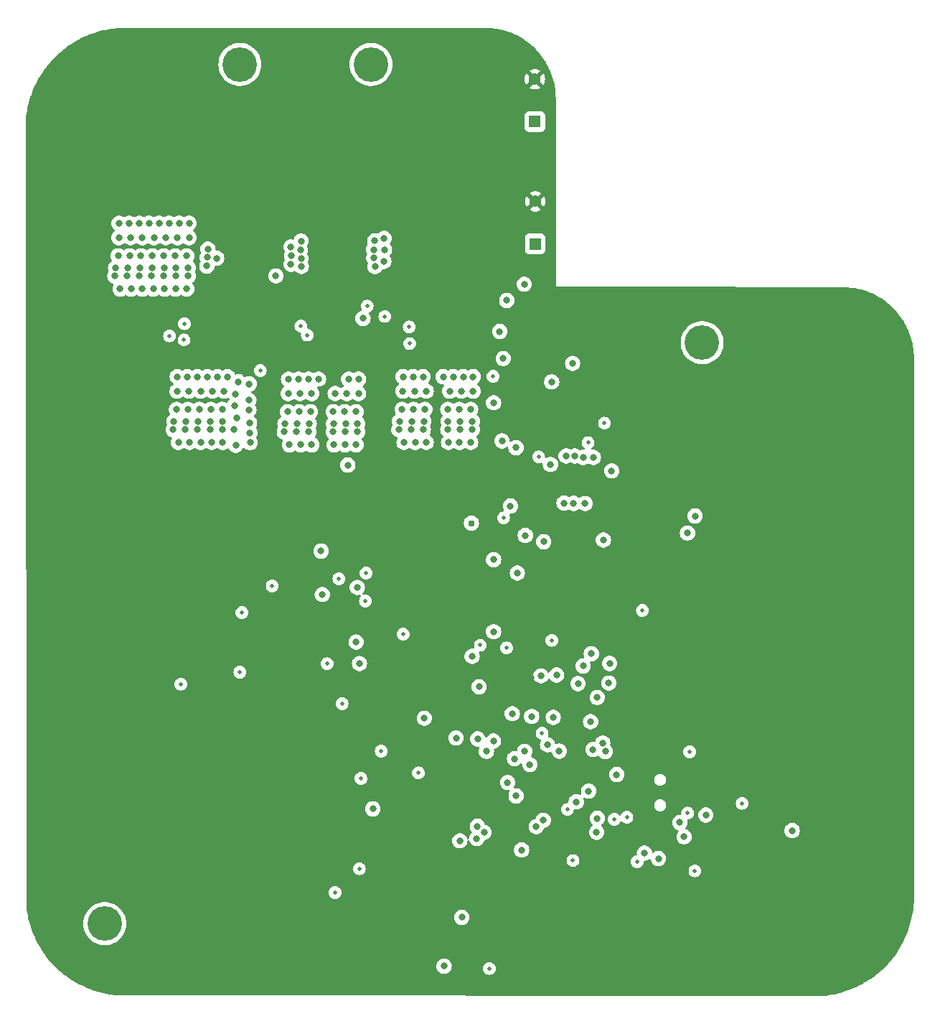
<source format=gbr>
%TF.GenerationSoftware,KiCad,Pcbnew,7.0.8*%
%TF.CreationDate,2023-12-22T14:09:35-07:00*%
%TF.ProjectId,VESC-6-MK5,56455343-2d36-42d4-9d4b-352e6b696361,rev?*%
%TF.SameCoordinates,Original*%
%TF.FileFunction,Copper,L2,Inr*%
%TF.FilePolarity,Positive*%
%FSLAX46Y46*%
G04 Gerber Fmt 4.6, Leading zero omitted, Abs format (unit mm)*
G04 Created by KiCad (PCBNEW 7.0.8) date 2023-12-22 14:09:35*
%MOMM*%
%LPD*%
G01*
G04 APERTURE LIST*
%TA.AperFunction,ComponentPad*%
%ADD10R,1.400000X1.400000*%
%TD*%
%TA.AperFunction,ComponentPad*%
%ADD11C,1.400000*%
%TD*%
%TA.AperFunction,ComponentPad*%
%ADD12C,4.064000*%
%TD*%
%TA.AperFunction,ViaPad*%
%ADD13C,0.800000*%
%TD*%
%TA.AperFunction,ViaPad*%
%ADD14C,0.500000*%
%TD*%
%TA.AperFunction,ViaPad*%
%ADD15C,0.787400*%
%TD*%
G04 APERTURE END LIST*
D10*
%TO.N,SUPPLY*%
%TO.C,C47*%
X205230000Y-63755000D03*
D11*
%TO.N,GND*%
X205230000Y-58755000D03*
%TD*%
D12*
%TO.N,N/C*%
%TO.C,*%
X154430000Y-143920000D03*
%TD*%
%TO.N,N/C*%
%TO.C,*%
X224920000Y-75410000D03*
%TD*%
%TO.N,N/C*%
%TO.C,*%
X185844000Y-42600000D03*
%TD*%
%TO.N,N/C*%
%TO.C,*%
X170376000Y-42600000D03*
%TD*%
D10*
%TO.N,SUPPLY*%
%TO.C,C46*%
X205190000Y-49345000D03*
D11*
%TO.N,GND*%
X205190000Y-44345000D03*
%TD*%
D13*
%TO.N,/MCU/SERVO*%
X200303416Y-122386584D03*
X199465394Y-123597758D03*
%TO.N,GND*%
X207250000Y-94430000D03*
X157008333Y-53720000D03*
X159820000Y-57620000D03*
X190240697Y-100748318D03*
D14*
X168490000Y-62470000D03*
X199170000Y-138140000D03*
X204900000Y-107240000D03*
D13*
X158510000Y-57620000D03*
X204744551Y-114945449D03*
D14*
X215050000Y-85460000D03*
D13*
X162401665Y-53720000D03*
X163750000Y-53720000D03*
D14*
X162850000Y-107810000D03*
D13*
X161130000Y-57620000D03*
X206000000Y-127050000D03*
X158510000Y-51570000D03*
X159609999Y-56100000D03*
D14*
X184220000Y-67340000D03*
D13*
X162867142Y-49870000D03*
X162496665Y-56100000D03*
D14*
X192590000Y-139460000D03*
D13*
X164050000Y-49870000D03*
X162665000Y-51570000D03*
X229380000Y-135630000D03*
D14*
X173960000Y-76350000D03*
D13*
X155360000Y-55120000D03*
D14*
X180800000Y-111210000D03*
X194870000Y-128270000D03*
X185140000Y-128450000D03*
X173060000Y-109350000D03*
D13*
X164050000Y-51570000D03*
X209000000Y-149980000D03*
X155280000Y-56100000D03*
X203250000Y-116880000D03*
D14*
X184620000Y-135594500D03*
D13*
X156723333Y-56100000D03*
D14*
X186230000Y-126940000D03*
X173580000Y-120430000D03*
D13*
X156952857Y-49870000D03*
X155740000Y-51570000D03*
X155660000Y-53720000D03*
X217360000Y-130950000D03*
D14*
X191230000Y-133940000D03*
D13*
X221150000Y-137650000D03*
X159650000Y-55120000D03*
X210126678Y-91420000D03*
X198413500Y-126841459D03*
D14*
X217510000Y-97490000D03*
D13*
X155890000Y-57620000D03*
D14*
X176940000Y-132970000D03*
D13*
X162510000Y-55120000D03*
X161053332Y-56100000D03*
X235620000Y-147330000D03*
X157125000Y-51570000D03*
X166630000Y-102710000D03*
D14*
X213770000Y-96250000D03*
D13*
X158166666Y-56100000D03*
D14*
X188690000Y-115620000D03*
D13*
X161053332Y-53720000D03*
D14*
X201530000Y-91360000D03*
X214880000Y-106130000D03*
D13*
X158356666Y-53720000D03*
D14*
X195700000Y-125280000D03*
X193220000Y-133460000D03*
D13*
X199719491Y-98800525D03*
X163940000Y-56100000D03*
D14*
X186410000Y-135110000D03*
X233640000Y-121660000D03*
D13*
X163750000Y-57620000D03*
X160501428Y-49870000D03*
X159704999Y-53720000D03*
D14*
X183970000Y-143720000D03*
D13*
X163940000Y-55120000D03*
X158220000Y-55120000D03*
D14*
X160650000Y-76330000D03*
D13*
X157200000Y-57620000D03*
X161280000Y-51570000D03*
X161080000Y-55120000D03*
X158135714Y-49870000D03*
X221950000Y-124820000D03*
X215850000Y-91270000D03*
D14*
X203270000Y-137128100D03*
X200310000Y-97070000D03*
X188940000Y-108870000D03*
D13*
X159318571Y-49870000D03*
D14*
X169790000Y-108850000D03*
D13*
X212955220Y-91399999D03*
D14*
X189840000Y-117195500D03*
D13*
X159895000Y-51570000D03*
D14*
X216720000Y-98610000D03*
D13*
X229170000Y-85590000D03*
X197420000Y-150390000D03*
D14*
X195480000Y-67170000D03*
D13*
X161684285Y-49870000D03*
X155770000Y-49870000D03*
D14*
X185810000Y-123250000D03*
X187070000Y-143970000D03*
X211790000Y-136920000D03*
D13*
X208250000Y-136030000D03*
D14*
X184540000Y-121100000D03*
D13*
X162440000Y-57620000D03*
D14*
X187650000Y-78300000D03*
X173050000Y-106570000D03*
X188110000Y-123220000D03*
D13*
X156790000Y-55120000D03*
%TO.N,Net-(U1-VCAP_1)*%
X207350000Y-119590000D03*
X211522543Y-128286529D03*
D14*
%TO.N,VCC*%
X206040000Y-121460000D03*
X189650000Y-109780000D03*
X217250000Y-136610000D03*
X201850000Y-111400000D03*
X214560000Y-131614500D03*
X216031233Y-131368767D03*
X207190000Y-110510000D03*
X229640000Y-129730000D03*
X198755500Y-111080000D03*
X209680000Y-136470000D03*
X184462397Y-137434617D03*
D13*
X179950000Y-99985588D03*
D14*
X223450000Y-123650000D03*
X182430000Y-117970000D03*
X162080000Y-74610000D03*
X224070000Y-137690000D03*
X184670000Y-126788006D03*
X201483812Y-96074760D03*
X187050000Y-123570000D03*
D13*
%TO.N,/MCU/NRST*%
X196330000Y-134140000D03*
X192140000Y-119690000D03*
D14*
%TO.N,+5V*%
X191450000Y-126145500D03*
X223220000Y-130870000D03*
D13*
X222280000Y-131990000D03*
D14*
X170620000Y-107240000D03*
X180670000Y-113270000D03*
X213400000Y-84900000D03*
X217880000Y-106990000D03*
D13*
X222790000Y-133670000D03*
D14*
X185190000Y-105860000D03*
X170380000Y-114260000D03*
X163420000Y-115670000D03*
D13*
%TO.N,/SH_A*%
X167640000Y-65450000D03*
X166480000Y-66370000D03*
D14*
X172790000Y-78710000D03*
D13*
X207018100Y-89763333D03*
X166540000Y-65360000D03*
X196560000Y-143170000D03*
X166610000Y-64370000D03*
%TO.N,/DRV8301/SH_B*%
X177610000Y-65500000D03*
X208870000Y-88764992D03*
X176400000Y-64130000D03*
D14*
X182070000Y-103250000D03*
D13*
X177610000Y-63430000D03*
X177630000Y-66410000D03*
X177510000Y-64510000D03*
D14*
X185400000Y-71100000D03*
X205632376Y-88882376D03*
D13*
X176400000Y-66160000D03*
D14*
X200250000Y-79380000D03*
D13*
X176470000Y-65170000D03*
D14*
X185260000Y-102580000D03*
D15*
%TO.N,/DRV8301/SH_C*%
X197700000Y-96690000D03*
D13*
X186180000Y-64450000D03*
X212090000Y-88940000D03*
X184230000Y-104277500D03*
X187440000Y-64450000D03*
X186330000Y-66440000D03*
X187390000Y-63110000D03*
X186290000Y-63410000D03*
X186180000Y-65400000D03*
X187370000Y-65830000D03*
%TO.N,SUPPLY*%
X160851428Y-61330000D03*
X160000000Y-66580000D03*
X156120000Y-61330000D03*
X162846665Y-67560000D03*
X156240000Y-69080000D03*
X156010000Y-65180000D03*
X164100000Y-65180000D03*
X156090000Y-63030000D03*
X157073333Y-67560000D03*
X155710000Y-66580000D03*
D14*
X211460000Y-87200000D03*
D13*
X163015000Y-63030000D03*
X162860000Y-66580000D03*
X157550000Y-69080000D03*
X161403332Y-67560000D03*
X157475000Y-63030000D03*
X161630000Y-63030000D03*
X163217142Y-61330000D03*
X159668571Y-61330000D03*
X157358333Y-65180000D03*
X162751665Y-65180000D03*
X164100000Y-69080000D03*
X158516666Y-67560000D03*
X158706666Y-65180000D03*
X158570000Y-66580000D03*
X161480000Y-69080000D03*
X160170000Y-69080000D03*
X162790000Y-69080000D03*
X201300000Y-87000000D03*
X164400000Y-63030000D03*
X157140000Y-66580000D03*
X158860000Y-63030000D03*
X159959999Y-67560000D03*
X160054999Y-65180000D03*
X164290000Y-67560000D03*
X155630000Y-67560000D03*
X162034285Y-61330000D03*
X160245000Y-63030000D03*
X161430000Y-66580000D03*
X157302857Y-61330000D03*
X164290000Y-66580000D03*
X161403332Y-65180000D03*
X158860000Y-69080000D03*
X164400000Y-61330000D03*
X158485714Y-61330000D03*
%TO.N,Net-(U3-BST_BK)*%
X202304079Y-94669579D03*
%TO.N,Net-(D4-K)*%
X202964902Y-87790000D03*
%TO.N,/MCU/CURRENT_1*%
X198400000Y-132429349D03*
%TO.N,/MCU/CURRENT_2*%
X199184559Y-133153849D03*
%TO.N,/MCU/CURRENT_3*%
X198331726Y-133878349D03*
%TO.N,/DRV8301/SENS_A*%
X203616650Y-135216650D03*
%TO.N,/EN_BUCK*%
X204060000Y-98140000D03*
X194470000Y-148920000D03*
X213267230Y-98672770D03*
X206226500Y-98882000D03*
%TO.N,/DRV8301/SENS_B*%
X205339351Y-132469351D03*
%TO.N,/DRV8301/SENS_C*%
X206180000Y-131720000D03*
%TO.N,/MCU/LED_RED*%
X212472157Y-133141041D03*
%TO.N,/MCU/LED_GREEN*%
X210067812Y-129544012D03*
%TO.N,/MCU/HALL_3*%
X212046298Y-123379311D03*
X214833023Y-126333023D03*
%TO.N,Net-(P4-Pad6)*%
X225360000Y-131100000D03*
X235540000Y-132940000D03*
%TO.N,/MCU/RX_SDA_NSS*%
X218120000Y-135590000D03*
X219770000Y-136240000D03*
%TO.N,/MCU/SWDIO*%
X198605500Y-115990000D03*
X204600000Y-125160000D03*
%TO.N,/MCU/SWCLK*%
X197780000Y-112390000D03*
X201965500Y-127274500D03*
%TO.N,Net-(Q1-G)*%
X174620000Y-67540000D03*
X183120000Y-89840000D03*
X200319500Y-82490000D03*
%TO.N,Net-(Q2-G)*%
X201450000Y-77280000D03*
X203940000Y-68520000D03*
%TO.N,Net-(Q3-G)*%
X201040000Y-74090000D03*
%TO.N,Net-(Q4-G)*%
X207170000Y-80030000D03*
X209640000Y-77860000D03*
%TO.N,Net-(Q5-G)*%
X201872032Y-70433999D03*
D14*
%TO.N,/DRV8301/SENS_SUPPLY*%
X181600000Y-140250000D03*
D13*
%TO.N,/MCU/USB_DM*%
X208063695Y-123576305D03*
X224080000Y-95850000D03*
%TO.N,/MCU/USB_DP*%
X223194500Y-97858912D03*
X206672796Y-122821802D03*
%TO.N,/BMI160/SCL*%
X202520000Y-119150000D03*
X205910000Y-114700000D03*
%TO.N,Net-(U3-DTC)*%
X200320000Y-101000000D03*
X203120000Y-102570000D03*
%TO.N,Net-(P8-Pin_1)*%
X168283332Y-85660000D03*
X167731428Y-79430000D03*
X169670000Y-85600000D03*
X165740000Y-81130000D03*
X164182857Y-79430000D03*
X171570000Y-86040000D03*
X166839999Y-85660000D03*
X164020000Y-84680000D03*
X166934999Y-83280000D03*
X168914285Y-79430000D03*
X168360000Y-87180000D03*
X163120000Y-87180000D03*
X167125000Y-81130000D03*
X162890000Y-83280000D03*
X170210000Y-80020000D03*
X169880000Y-81450000D03*
X169750000Y-82810000D03*
X167050000Y-87180000D03*
X165396666Y-85660000D03*
X166880000Y-84680000D03*
X168283332Y-83280000D03*
X163953333Y-85660000D03*
X164355000Y-81130000D03*
X164430000Y-87180000D03*
X171440000Y-83350000D03*
X165450000Y-84680000D03*
X169900000Y-87500000D03*
X166548571Y-79430000D03*
X165740000Y-87180000D03*
X169980000Y-84270000D03*
X168510000Y-81130000D03*
X165586666Y-83280000D03*
X171470000Y-80270000D03*
X164238333Y-83280000D03*
X162970000Y-81130000D03*
X162590000Y-84680000D03*
X171440000Y-82170000D03*
X168310000Y-84680000D03*
X163000000Y-79430000D03*
X165365714Y-79430000D03*
X171590000Y-87190000D03*
X171520000Y-84860000D03*
X162510000Y-85660000D03*
D14*
%TO.N,Net-(U5-IN-)*%
X163790000Y-75090000D03*
%TO.N,Net-(U5-IN+)*%
X163837768Y-73175304D03*
D13*
%TO.N,Net-(P9-Pin_1)*%
X184390000Y-79700000D03*
X183207142Y-79700000D03*
X176080000Y-81400000D03*
X177063333Y-85930000D03*
X177292857Y-79700000D03*
X178850000Y-81400000D03*
X184280000Y-84950000D03*
X183005000Y-81400000D03*
X176230000Y-87450000D03*
X182780000Y-87450000D03*
X181620000Y-81400000D03*
X178560000Y-84950000D03*
X177130000Y-84950000D03*
X179658571Y-79700000D03*
X175620000Y-85930000D03*
X181420000Y-84950000D03*
X181393332Y-83550000D03*
X178850000Y-87450000D03*
X178696666Y-83550000D03*
X178506666Y-85930000D03*
X176110000Y-79700000D03*
X181470000Y-87450000D03*
X184090000Y-83550000D03*
X176000000Y-83550000D03*
X184090000Y-87450000D03*
X184390000Y-81400000D03*
X182741665Y-83550000D03*
X184280000Y-85930000D03*
X178475714Y-79700000D03*
X177465000Y-81400000D03*
X177348333Y-83550000D03*
X177540000Y-87450000D03*
X175700000Y-84950000D03*
X182836665Y-85930000D03*
X181393332Y-85930000D03*
X182850000Y-84950000D03*
D14*
%TO.N,Net-(U6-IN-)*%
X178330000Y-74510000D03*
%TO.N,Net-(U6-IN+)*%
X177584381Y-73459913D03*
D13*
%TO.N,/DRV8301/GH_B*%
X209893783Y-88764777D03*
X208630000Y-94330000D03*
%TO.N,/DRV8301/GL_B*%
X210878578Y-88935611D03*
X209750000Y-94360000D03*
%TO.N,Net-(P10-Pin_1)*%
X189750000Y-87180000D03*
X192216666Y-83280000D03*
X190812857Y-79430000D03*
X196525000Y-81130000D03*
X194940000Y-84680000D03*
X196370000Y-84680000D03*
X192370000Y-81130000D03*
X190583333Y-85660000D03*
X197610000Y-83280000D03*
X197610000Y-87180000D03*
X196261665Y-83280000D03*
X194913332Y-85660000D03*
X194990000Y-87180000D03*
X189220000Y-84680000D03*
X196356665Y-85660000D03*
X189630000Y-79430000D03*
X196727142Y-79430000D03*
X190650000Y-84680000D03*
X189140000Y-85660000D03*
X192080000Y-84680000D03*
X195544285Y-79430000D03*
X190868333Y-83280000D03*
X195140000Y-81130000D03*
X197800000Y-84680000D03*
X189520000Y-83280000D03*
X196300000Y-87180000D03*
X191995714Y-79430000D03*
X197910000Y-81130000D03*
X190985000Y-81130000D03*
X194361428Y-79430000D03*
X192370000Y-87180000D03*
X189600000Y-81130000D03*
X191060000Y-87180000D03*
X192026666Y-85660000D03*
X194913332Y-83280000D03*
X197800000Y-85660000D03*
X197910000Y-79430000D03*
D14*
%TO.N,Net-(U7-IN-)*%
X190405500Y-75520000D03*
%TO.N,Net-(U7-IN+)*%
X190360000Y-73550000D03*
D13*
%TO.N,/DRV8301/GH_C*%
X211110000Y-94380000D03*
X214250000Y-90530000D03*
%TO.N,/Power/C_A*%
X180104695Y-105100000D03*
D14*
X174200000Y-104100000D03*
D13*
%TO.N,/Power/C_B*%
X184900000Y-72550000D03*
X184090000Y-110710000D03*
D14*
%TO.N,/Power/C_C*%
X187490000Y-72310000D03*
D13*
X184490000Y-113250000D03*
%TO.N,/BMI160/SDA*%
X212550000Y-131490000D03*
X204800000Y-119480000D03*
D14*
%TO.N,/SHUTDOWN*%
X209017086Y-130446424D03*
X199810000Y-149200000D03*
D13*
%TO.N,/DRV8301/EN_GATE*%
X202787049Y-124462375D03*
X202970000Y-128860000D03*
X207755000Y-114595000D03*
%TO.N,/DRV8301/SENS_FILTERED*%
X186070000Y-130379904D03*
%TO.N,/DRV8301/INL_B*%
X213910000Y-115540000D03*
X213495798Y-123605798D03*
%TO.N,/DRV8301/INL_C*%
X214010000Y-113230000D03*
X213185500Y-122618174D03*
%TO.N,/DRV8301/CS*%
X200313700Y-109490000D03*
X212544061Y-117243264D03*
%TO.N,/DRV8301/INH_B*%
X211765500Y-120100000D03*
X210880247Y-113530253D03*
%TO.N,/DRV8301/INH_C*%
X210279951Y-115615549D03*
X211850500Y-112090000D03*
%TO.N,/MCU/CURR_FILTER_ON*%
X195880500Y-122020000D03*
X198444500Y-122130000D03*
X203969500Y-123590000D03*
%TD*%
%TA.AperFunction,Conductor*%
%TO.N,GND*%
G36*
X199681262Y-38291999D02*
G01*
X199877105Y-38298689D01*
X199881030Y-38298950D01*
X200187888Y-38329172D01*
X200431237Y-38354190D01*
X200434927Y-38354683D01*
X200729750Y-38403359D01*
X200980394Y-38446575D01*
X200983906Y-38447287D01*
X201270910Y-38514207D01*
X201315750Y-38525135D01*
X201522071Y-38575414D01*
X201525390Y-38576321D01*
X201805343Y-38661243D01*
X202054002Y-38740163D01*
X202057030Y-38741213D01*
X202190162Y-38791320D01*
X202329607Y-38843805D01*
X202573642Y-38940039D01*
X202576485Y-38941243D01*
X202635588Y-38968022D01*
X202841019Y-39061101D01*
X203078765Y-39174168D01*
X203081338Y-39175467D01*
X203337036Y-39312141D01*
X203568254Y-39442149D01*
X203815325Y-39595788D01*
X204037475Y-39741495D01*
X204133384Y-39810223D01*
X204273733Y-39910796D01*
X204322046Y-39947432D01*
X204485641Y-40071490D01*
X204626009Y-40186687D01*
X204710179Y-40255764D01*
X204910726Y-40430632D01*
X205122680Y-40629148D01*
X205310851Y-40817319D01*
X205509367Y-41029273D01*
X205684235Y-41229820D01*
X205868502Y-41454350D01*
X205972097Y-41590960D01*
X206029203Y-41666266D01*
X206198499Y-41902518D01*
X206260713Y-41997371D01*
X206344210Y-42124671D01*
X206497849Y-42371743D01*
X206627869Y-42602983D01*
X206764526Y-42858651D01*
X206765838Y-42861250D01*
X206878905Y-43098996D01*
X206998755Y-43363513D01*
X206999959Y-43366356D01*
X207096194Y-43610392D01*
X207198771Y-43882928D01*
X207199840Y-43886012D01*
X207278756Y-44134656D01*
X207363677Y-44414608D01*
X207364584Y-44417927D01*
X207425792Y-44669092D01*
X207492710Y-44956091D01*
X207493429Y-44959636D01*
X207536655Y-45210341D01*
X207585309Y-45505032D01*
X207585812Y-45508792D01*
X207610833Y-45752179D01*
X207641047Y-46058954D01*
X207641310Y-46062915D01*
X207648008Y-46258955D01*
X207656735Y-46525548D01*
X207659434Y-46607972D01*
X207659245Y-46608702D01*
X207659500Y-46610472D01*
X207669488Y-68805990D01*
X207669318Y-68806871D01*
X207669459Y-68830001D01*
X207669499Y-68830098D01*
X207669615Y-68830381D01*
X207669618Y-68830384D01*
X207669808Y-68830462D01*
X207670000Y-68830541D01*
X207670002Y-68830539D01*
X207694616Y-68830524D01*
X207694616Y-68830528D01*
X207694760Y-68830500D01*
X216419900Y-68830500D01*
X241528253Y-68870417D01*
X241528533Y-68870500D01*
X241580000Y-68870500D01*
X241931262Y-68881999D01*
X242127105Y-68888689D01*
X242131030Y-68888950D01*
X242437888Y-68919172D01*
X242681237Y-68944190D01*
X242684927Y-68944683D01*
X242979750Y-68993359D01*
X243230394Y-69036575D01*
X243233906Y-69037287D01*
X243520910Y-69104207D01*
X243772071Y-69165414D01*
X243775390Y-69166321D01*
X244055343Y-69251243D01*
X244304002Y-69330163D01*
X244307030Y-69331213D01*
X244439688Y-69381142D01*
X244579607Y-69433805D01*
X244823642Y-69530039D01*
X244826485Y-69531243D01*
X244918323Y-69572854D01*
X245091019Y-69651101D01*
X245328765Y-69764168D01*
X245331338Y-69765467D01*
X245587036Y-69902141D01*
X245818254Y-70032149D01*
X246065325Y-70185788D01*
X246287475Y-70331495D01*
X246410346Y-70419544D01*
X246523733Y-70500796D01*
X246572046Y-70537432D01*
X246735641Y-70661490D01*
X246907189Y-70802276D01*
X246960179Y-70845764D01*
X247160726Y-71020632D01*
X247372680Y-71219148D01*
X247560851Y-71407319D01*
X247759367Y-71619273D01*
X247934235Y-71819820D01*
X247950066Y-71839110D01*
X248118502Y-72044350D01*
X248192510Y-72141943D01*
X248279203Y-72256266D01*
X248448499Y-72492518D01*
X248587485Y-72704419D01*
X248594203Y-72714661D01*
X248644007Y-72794751D01*
X248747849Y-72961743D01*
X248877869Y-73192983D01*
X249014526Y-73448651D01*
X249015838Y-73451250D01*
X249128905Y-73688996D01*
X249248755Y-73953513D01*
X249249959Y-73956356D01*
X249346194Y-74200392D01*
X249448771Y-74472928D01*
X249449840Y-74476012D01*
X249528756Y-74724656D01*
X249613677Y-75004608D01*
X249614584Y-75007927D01*
X249675792Y-75259092D01*
X249742710Y-75546091D01*
X249743429Y-75549636D01*
X249786655Y-75800341D01*
X249835309Y-76095032D01*
X249835812Y-76098792D01*
X249860833Y-76342179D01*
X249891047Y-76648954D01*
X249891310Y-76652915D01*
X249898008Y-76848955D01*
X249907766Y-77147044D01*
X249909434Y-77197972D01*
X249909245Y-77198701D01*
X249909500Y-77200470D01*
X249939420Y-140615135D01*
X249939334Y-140615570D01*
X249939433Y-140640205D01*
X249927573Y-141119511D01*
X249922790Y-141305038D01*
X249922607Y-141308455D01*
X249890895Y-141699305D01*
X249867385Y-141978260D01*
X249867021Y-141981532D01*
X249815948Y-142351506D01*
X249773561Y-142647184D01*
X249773032Y-142650302D01*
X249702777Y-143009032D01*
X249641630Y-143309617D01*
X249640953Y-143312574D01*
X249551724Y-143662583D01*
X249472022Y-143963410D01*
X249471213Y-143966200D01*
X249363265Y-144308084D01*
X249265306Y-144606384D01*
X249264382Y-144609001D01*
X249138024Y-144942615D01*
X249021670Y-145237697D01*
X248876743Y-145563735D01*
X248742841Y-145852724D01*
X248580251Y-146169269D01*
X248429318Y-146450747D01*
X248249538Y-146757076D01*
X248082114Y-147029846D01*
X247885682Y-147325170D01*
X247702389Y-147588093D01*
X247489873Y-147871648D01*
X247291382Y-148123682D01*
X247063399Y-148394693D01*
X246850459Y-148634846D01*
X246607678Y-148892544D01*
X246381049Y-149119939D01*
X246124191Y-149363569D01*
X245884741Y-149577333D01*
X245614489Y-149806237D01*
X245363167Y-150005545D01*
X245080289Y-150219047D01*
X244818031Y-150403195D01*
X244523321Y-150600654D01*
X244251158Y-150768972D01*
X243945423Y-150949793D01*
X243759586Y-151050251D01*
X243664467Y-151101669D01*
X243348442Y-151265341D01*
X243059938Y-151400202D01*
X242734368Y-151546238D01*
X242439693Y-151663582D01*
X242106497Y-151791068D01*
X242103884Y-151792002D01*
X241805885Y-151890975D01*
X241464417Y-152000059D01*
X241461630Y-152000878D01*
X241160988Y-152081617D01*
X240811362Y-152172006D01*
X240808408Y-152172693D01*
X240507978Y-152234864D01*
X240149521Y-152306322D01*
X240146405Y-152306861D01*
X239850890Y-152350242D01*
X239481075Y-152402565D01*
X239477804Y-152402939D01*
X239199002Y-152427384D01*
X238808173Y-152460420D01*
X238804758Y-152460614D01*
X238620024Y-152466002D01*
X238548070Y-152468025D01*
X156146915Y-152381485D01*
X156141964Y-152381282D01*
X155890772Y-152360901D01*
X155611739Y-152337385D01*
X155608467Y-152337021D01*
X155238493Y-152285948D01*
X154942814Y-152243561D01*
X154939696Y-152243032D01*
X154580967Y-152172777D01*
X154280381Y-152111630D01*
X154277424Y-152110953D01*
X153927416Y-152021724D01*
X153626588Y-151942022D01*
X153623798Y-151941213D01*
X153281915Y-151833265D01*
X152983614Y-151735306D01*
X152980997Y-151734382D01*
X152647383Y-151608024D01*
X152352302Y-151491670D01*
X152026264Y-151346743D01*
X151737275Y-151212841D01*
X151420730Y-151050251D01*
X151139252Y-150899318D01*
X150832923Y-150719538D01*
X150761179Y-150675502D01*
X150560145Y-150552108D01*
X150390727Y-150439422D01*
X150264829Y-150355682D01*
X150068834Y-150219047D01*
X150001906Y-150172388D01*
X149718351Y-149959873D01*
X149466317Y-149761382D01*
X149195306Y-149533399D01*
X148955153Y-149320459D01*
X148697455Y-149077678D01*
X148539244Y-148920000D01*
X193564540Y-148920000D01*
X193584326Y-149108256D01*
X193584327Y-149108259D01*
X193642818Y-149288277D01*
X193642821Y-149288284D01*
X193737467Y-149452216D01*
X193805428Y-149527694D01*
X193864129Y-149592888D01*
X194017265Y-149704148D01*
X194017270Y-149704151D01*
X194190192Y-149781142D01*
X194190197Y-149781144D01*
X194375354Y-149820500D01*
X194375355Y-149820500D01*
X194564644Y-149820500D01*
X194564646Y-149820500D01*
X194749803Y-149781144D01*
X194922730Y-149704151D01*
X195075871Y-149592888D01*
X195202533Y-149452216D01*
X195297179Y-149288284D01*
X195325864Y-149200002D01*
X199054751Y-149200002D01*
X199073685Y-149368056D01*
X199129545Y-149527694D01*
X199129547Y-149527697D01*
X199219518Y-149670884D01*
X199219523Y-149670890D01*
X199339109Y-149790476D01*
X199339115Y-149790481D01*
X199482302Y-149880452D01*
X199482305Y-149880454D01*
X199482309Y-149880455D01*
X199482310Y-149880456D01*
X199522666Y-149894577D01*
X199641943Y-149936314D01*
X199809997Y-149955249D01*
X199810000Y-149955249D01*
X199810003Y-149955249D01*
X199978056Y-149936314D01*
X199978059Y-149936313D01*
X200137690Y-149880456D01*
X200137692Y-149880454D01*
X200137694Y-149880454D01*
X200137697Y-149880452D01*
X200280884Y-149790481D01*
X200280885Y-149790480D01*
X200280890Y-149790477D01*
X200400477Y-149670890D01*
X200490452Y-149527697D01*
X200490454Y-149527694D01*
X200490454Y-149527692D01*
X200490456Y-149527690D01*
X200546313Y-149368059D01*
X200546313Y-149368058D01*
X200546314Y-149368056D01*
X200565249Y-149200002D01*
X200565249Y-149199997D01*
X200546314Y-149031943D01*
X200490454Y-148872305D01*
X200490452Y-148872302D01*
X200400481Y-148729115D01*
X200400476Y-148729109D01*
X200280890Y-148609523D01*
X200280884Y-148609518D01*
X200137697Y-148519547D01*
X200137694Y-148519545D01*
X199978056Y-148463685D01*
X199810003Y-148444751D01*
X199809997Y-148444751D01*
X199641943Y-148463685D01*
X199482305Y-148519545D01*
X199482302Y-148519547D01*
X199339115Y-148609518D01*
X199339109Y-148609523D01*
X199219523Y-148729109D01*
X199219518Y-148729115D01*
X199129547Y-148872302D01*
X199129545Y-148872305D01*
X199073685Y-149031943D01*
X199054751Y-149199997D01*
X199054751Y-149200002D01*
X195325864Y-149200002D01*
X195355674Y-149108256D01*
X195375460Y-148920000D01*
X195355674Y-148731744D01*
X195297179Y-148551716D01*
X195202533Y-148387784D01*
X195075871Y-148247112D01*
X195065972Y-148239920D01*
X194922734Y-148135851D01*
X194922729Y-148135848D01*
X194749807Y-148058857D01*
X194749802Y-148058855D01*
X194604001Y-148027865D01*
X194564646Y-148019500D01*
X194375354Y-148019500D01*
X194342897Y-148026398D01*
X194190197Y-148058855D01*
X194190192Y-148058857D01*
X194017270Y-148135848D01*
X194017265Y-148135851D01*
X193864129Y-148247111D01*
X193737466Y-148387785D01*
X193642821Y-148551715D01*
X193642818Y-148551722D01*
X193615810Y-148634846D01*
X193584326Y-148731744D01*
X193564540Y-148920000D01*
X148539244Y-148920000D01*
X148470060Y-148851049D01*
X148356895Y-148731740D01*
X148226429Y-148594190D01*
X148188517Y-148551722D01*
X148012658Y-148354731D01*
X147783762Y-148084489D01*
X147584454Y-147833167D01*
X147529136Y-147759874D01*
X147370946Y-147550281D01*
X147186804Y-147288031D01*
X146989336Y-146993307D01*
X146821037Y-146721175D01*
X146640199Y-146415410D01*
X146488327Y-146134460D01*
X146324657Y-145818440D01*
X146249213Y-145657044D01*
X146189799Y-145529942D01*
X146043756Y-145204357D01*
X145926427Y-144909720D01*
X145798917Y-144576462D01*
X145798013Y-144573931D01*
X145699031Y-144275908D01*
X145589937Y-143934411D01*
X145589120Y-143931630D01*
X145585998Y-143920005D01*
X151892493Y-143920005D01*
X151912500Y-144238023D01*
X151912501Y-144238030D01*
X151912502Y-144238034D01*
X151965369Y-144515176D01*
X151972214Y-144551056D01*
X152070686Y-144854120D01*
X152070688Y-144854125D01*
X152206364Y-145142449D01*
X152206367Y-145142455D01*
X152377110Y-145411504D01*
X152580238Y-145657044D01*
X152812530Y-145875181D01*
X152812540Y-145875189D01*
X153070324Y-146062480D01*
X153070342Y-146062492D01*
X153349582Y-146216005D01*
X153645867Y-146333313D01*
X153645866Y-146333313D01*
X153765354Y-146363992D01*
X153954519Y-146412561D01*
X154020843Y-146420939D01*
X154270657Y-146452499D01*
X154270666Y-146452499D01*
X154270669Y-146452500D01*
X154270671Y-146452500D01*
X154589329Y-146452500D01*
X154589331Y-146452500D01*
X154589334Y-146452499D01*
X154589342Y-146452499D01*
X154777989Y-146428666D01*
X154905481Y-146412561D01*
X155214133Y-146333313D01*
X155510418Y-146216005D01*
X155789664Y-146062488D01*
X156047468Y-145875183D01*
X156279763Y-145657043D01*
X156482886Y-145411509D01*
X156653634Y-145142453D01*
X156789314Y-144854119D01*
X156887787Y-144551052D01*
X156947498Y-144238034D01*
X156947499Y-144238023D01*
X156967507Y-143920005D01*
X156967507Y-143919994D01*
X156947499Y-143601976D01*
X156947498Y-143601969D01*
X156947498Y-143601966D01*
X156887787Y-143288948D01*
X156849138Y-143170000D01*
X195654540Y-143170000D01*
X195674326Y-143358256D01*
X195674327Y-143358259D01*
X195732818Y-143538277D01*
X195732821Y-143538284D01*
X195827467Y-143702216D01*
X195954129Y-143842888D01*
X196107265Y-143954148D01*
X196107270Y-143954151D01*
X196280192Y-144031142D01*
X196280197Y-144031144D01*
X196465354Y-144070500D01*
X196465355Y-144070500D01*
X196654644Y-144070500D01*
X196654646Y-144070500D01*
X196839803Y-144031144D01*
X197012730Y-143954151D01*
X197165871Y-143842888D01*
X197292533Y-143702216D01*
X197387179Y-143538284D01*
X197445674Y-143358256D01*
X197465460Y-143170000D01*
X197445674Y-142981744D01*
X197387179Y-142801716D01*
X197292533Y-142637784D01*
X197165871Y-142497112D01*
X197165870Y-142497111D01*
X197012734Y-142385851D01*
X197012729Y-142385848D01*
X196839807Y-142308857D01*
X196839802Y-142308855D01*
X196694001Y-142277865D01*
X196654646Y-142269500D01*
X196465354Y-142269500D01*
X196432897Y-142276398D01*
X196280197Y-142308855D01*
X196280192Y-142308857D01*
X196107270Y-142385848D01*
X196107265Y-142385851D01*
X195954129Y-142497111D01*
X195827466Y-142637785D01*
X195732821Y-142801715D01*
X195732818Y-142801722D01*
X195675556Y-142977957D01*
X195674326Y-142981744D01*
X195654540Y-143170000D01*
X156849138Y-143170000D01*
X156789314Y-142985881D01*
X156787367Y-142981744D01*
X156653635Y-142697550D01*
X156653634Y-142697547D01*
X156602153Y-142616426D01*
X156482889Y-142428495D01*
X156447611Y-142385851D01*
X156279763Y-142182957D01*
X156047468Y-141964817D01*
X156047465Y-141964815D01*
X156047459Y-141964810D01*
X155789675Y-141777519D01*
X155789657Y-141777507D01*
X155510417Y-141623994D01*
X155510414Y-141623993D01*
X155214130Y-141506686D01*
X155214133Y-141506686D01*
X154905484Y-141427439D01*
X154905471Y-141427437D01*
X154589342Y-141387500D01*
X154589331Y-141387500D01*
X154270669Y-141387500D01*
X154270657Y-141387500D01*
X153954528Y-141427437D01*
X153954515Y-141427439D01*
X153645867Y-141506686D01*
X153349585Y-141623993D01*
X153349582Y-141623994D01*
X153070342Y-141777507D01*
X153070324Y-141777519D01*
X152812540Y-141964810D01*
X152812530Y-141964818D01*
X152580238Y-142182955D01*
X152377110Y-142428495D01*
X152206367Y-142697544D01*
X152206364Y-142697550D01*
X152070688Y-142985874D01*
X152070686Y-142985879D01*
X151972214Y-143288943D01*
X151912501Y-143601969D01*
X151912500Y-143601976D01*
X151892493Y-143919994D01*
X151892493Y-143920005D01*
X145585998Y-143920005D01*
X145508382Y-143630988D01*
X145484413Y-143538277D01*
X145417982Y-143281322D01*
X145417313Y-143278443D01*
X145355156Y-142978084D01*
X145283670Y-142619488D01*
X145283140Y-142616426D01*
X145239767Y-142320962D01*
X145201179Y-142048223D01*
X145200568Y-142039609D01*
X145198934Y-140250002D01*
X180844751Y-140250002D01*
X180863685Y-140418056D01*
X180919545Y-140577694D01*
X180919547Y-140577697D01*
X181009518Y-140720884D01*
X181009523Y-140720890D01*
X181129109Y-140840476D01*
X181129115Y-140840481D01*
X181272302Y-140930452D01*
X181272305Y-140930454D01*
X181272309Y-140930455D01*
X181272310Y-140930456D01*
X181344913Y-140955860D01*
X181431943Y-140986314D01*
X181599997Y-141005249D01*
X181600000Y-141005249D01*
X181600003Y-141005249D01*
X181768056Y-140986314D01*
X181808963Y-140972000D01*
X181927690Y-140930456D01*
X181927692Y-140930454D01*
X181927694Y-140930454D01*
X181927697Y-140930452D01*
X182070884Y-140840481D01*
X182070885Y-140840480D01*
X182070890Y-140840477D01*
X182190477Y-140720890D01*
X182241178Y-140640201D01*
X182280452Y-140577697D01*
X182280454Y-140577694D01*
X182280454Y-140577692D01*
X182280456Y-140577690D01*
X182336313Y-140418059D01*
X182336313Y-140418058D01*
X182336314Y-140418056D01*
X182355249Y-140250002D01*
X182355249Y-140249997D01*
X182336314Y-140081943D01*
X182280454Y-139922305D01*
X182280452Y-139922302D01*
X182190481Y-139779115D01*
X182190476Y-139779109D01*
X182070890Y-139659523D01*
X182070884Y-139659518D01*
X181927697Y-139569547D01*
X181927694Y-139569545D01*
X181768056Y-139513685D01*
X181600003Y-139494751D01*
X181599997Y-139494751D01*
X181431943Y-139513685D01*
X181272305Y-139569545D01*
X181272302Y-139569547D01*
X181129115Y-139659518D01*
X181129109Y-139659523D01*
X181009523Y-139779109D01*
X181009518Y-139779115D01*
X180919547Y-139922302D01*
X180919545Y-139922305D01*
X180863685Y-140081943D01*
X180844751Y-140249997D01*
X180844751Y-140250002D01*
X145198934Y-140250002D01*
X145196364Y-137434619D01*
X183707148Y-137434619D01*
X183726082Y-137602673D01*
X183781942Y-137762311D01*
X183781944Y-137762314D01*
X183871915Y-137905501D01*
X183871920Y-137905507D01*
X183991506Y-138025093D01*
X183991512Y-138025098D01*
X184134699Y-138115069D01*
X184134702Y-138115071D01*
X184134706Y-138115072D01*
X184134707Y-138115073D01*
X184207310Y-138140477D01*
X184294340Y-138170931D01*
X184462394Y-138189866D01*
X184462397Y-138189866D01*
X184462400Y-138189866D01*
X184630453Y-138170931D01*
X184630456Y-138170930D01*
X184790087Y-138115073D01*
X184790089Y-138115071D01*
X184790091Y-138115071D01*
X184790094Y-138115069D01*
X184933281Y-138025098D01*
X184933282Y-138025097D01*
X184933287Y-138025094D01*
X185052874Y-137905507D01*
X185142849Y-137762314D01*
X185142851Y-137762311D01*
X185142851Y-137762309D01*
X185142853Y-137762307D01*
X185168153Y-137690002D01*
X223314751Y-137690002D01*
X223333685Y-137858056D01*
X223389545Y-138017694D01*
X223389547Y-138017697D01*
X223479518Y-138160884D01*
X223479523Y-138160890D01*
X223599109Y-138280476D01*
X223599115Y-138280481D01*
X223742302Y-138370452D01*
X223742305Y-138370454D01*
X223742309Y-138370455D01*
X223742310Y-138370456D01*
X223814913Y-138395860D01*
X223901943Y-138426314D01*
X224069997Y-138445249D01*
X224070000Y-138445249D01*
X224070003Y-138445249D01*
X224238056Y-138426314D01*
X224238059Y-138426313D01*
X224397690Y-138370456D01*
X224397692Y-138370454D01*
X224397694Y-138370454D01*
X224397697Y-138370452D01*
X224540884Y-138280481D01*
X224540885Y-138280480D01*
X224540890Y-138280477D01*
X224660477Y-138160890D01*
X224689267Y-138115071D01*
X224750452Y-138017697D01*
X224750454Y-138017694D01*
X224750454Y-138017692D01*
X224750456Y-138017690D01*
X224806313Y-137858059D01*
X224806313Y-137858058D01*
X224806314Y-137858056D01*
X224825249Y-137690002D01*
X224825249Y-137689997D01*
X224806314Y-137521943D01*
X224750454Y-137362305D01*
X224750452Y-137362302D01*
X224660481Y-137219115D01*
X224660476Y-137219109D01*
X224540890Y-137099523D01*
X224540884Y-137099518D01*
X224397697Y-137009547D01*
X224397694Y-137009545D01*
X224238056Y-136953685D01*
X224070003Y-136934751D01*
X224069997Y-136934751D01*
X223901943Y-136953685D01*
X223742305Y-137009545D01*
X223742302Y-137009547D01*
X223599115Y-137099518D01*
X223599109Y-137099523D01*
X223479523Y-137219109D01*
X223479518Y-137219115D01*
X223389547Y-137362302D01*
X223389545Y-137362305D01*
X223333685Y-137521943D01*
X223314751Y-137689997D01*
X223314751Y-137690002D01*
X185168153Y-137690002D01*
X185198710Y-137602676D01*
X185198710Y-137602675D01*
X185198711Y-137602673D01*
X185217646Y-137434619D01*
X185217646Y-137434614D01*
X185198711Y-137266560D01*
X185142851Y-137106922D01*
X185142849Y-137106919D01*
X185052878Y-136963732D01*
X185052873Y-136963726D01*
X184933287Y-136844140D01*
X184933281Y-136844135D01*
X184790094Y-136754164D01*
X184790091Y-136754162D01*
X184630453Y-136698302D01*
X184462400Y-136679368D01*
X184462394Y-136679368D01*
X184294340Y-136698302D01*
X184134702Y-136754162D01*
X184134699Y-136754164D01*
X183991512Y-136844135D01*
X183991506Y-136844140D01*
X183871920Y-136963726D01*
X183871915Y-136963732D01*
X183781944Y-137106919D01*
X183781942Y-137106922D01*
X183726082Y-137266560D01*
X183707148Y-137434614D01*
X183707148Y-137434619D01*
X145196364Y-137434619D01*
X145195483Y-136470002D01*
X208924751Y-136470002D01*
X208943685Y-136638056D01*
X208999545Y-136797694D01*
X208999547Y-136797697D01*
X209089518Y-136940884D01*
X209089523Y-136940890D01*
X209209109Y-137060476D01*
X209209115Y-137060481D01*
X209352302Y-137150452D01*
X209352305Y-137150454D01*
X209352309Y-137150455D01*
X209352310Y-137150456D01*
X209424913Y-137175860D01*
X209511943Y-137206314D01*
X209679997Y-137225249D01*
X209680000Y-137225249D01*
X209680003Y-137225249D01*
X209848056Y-137206314D01*
X209864740Y-137200476D01*
X210007690Y-137150456D01*
X210007692Y-137150454D01*
X210007694Y-137150454D01*
X210007697Y-137150452D01*
X210150884Y-137060481D01*
X210150885Y-137060480D01*
X210150890Y-137060477D01*
X210270477Y-136940890D01*
X210270481Y-136940884D01*
X210360452Y-136797697D01*
X210360454Y-136797694D01*
X210360454Y-136797692D01*
X210360456Y-136797690D01*
X210416313Y-136638059D01*
X210416313Y-136638058D01*
X210416314Y-136638056D01*
X210419475Y-136610002D01*
X216494751Y-136610002D01*
X216513685Y-136778056D01*
X216569545Y-136937694D01*
X216569547Y-136937697D01*
X216659518Y-137080884D01*
X216659523Y-137080890D01*
X216779109Y-137200476D01*
X216779115Y-137200481D01*
X216922302Y-137290452D01*
X216922305Y-137290454D01*
X216922309Y-137290455D01*
X216922310Y-137290456D01*
X216994913Y-137315860D01*
X217081943Y-137346314D01*
X217249997Y-137365249D01*
X217250000Y-137365249D01*
X217250003Y-137365249D01*
X217418056Y-137346314D01*
X217418059Y-137346313D01*
X217577690Y-137290456D01*
X217577692Y-137290454D01*
X217577694Y-137290454D01*
X217577697Y-137290452D01*
X217720884Y-137200481D01*
X217720885Y-137200480D01*
X217720890Y-137200477D01*
X217840477Y-137080890D01*
X217853301Y-137060481D01*
X217930452Y-136937697D01*
X217930454Y-136937694D01*
X217930454Y-136937692D01*
X217930456Y-136937690D01*
X217986313Y-136778059D01*
X217986313Y-136778058D01*
X217986314Y-136778056D01*
X218006029Y-136603080D01*
X218008519Y-136603360D01*
X218024934Y-136547461D01*
X218077738Y-136501706D01*
X218129249Y-136490500D01*
X218214644Y-136490500D01*
X218214646Y-136490500D01*
X218399803Y-136451144D01*
X218572730Y-136374151D01*
X218683184Y-136293901D01*
X218748986Y-136270423D01*
X218817040Y-136286248D01*
X218865735Y-136336353D01*
X218879386Y-136381256D01*
X218884326Y-136428256D01*
X218884327Y-136428259D01*
X218942818Y-136608277D01*
X218942821Y-136608284D01*
X219037467Y-136772216D01*
X219102228Y-136844140D01*
X219164129Y-136912888D01*
X219317265Y-137024148D01*
X219317270Y-137024151D01*
X219490192Y-137101142D01*
X219490197Y-137101144D01*
X219675354Y-137140500D01*
X219675355Y-137140500D01*
X219864644Y-137140500D01*
X219864646Y-137140500D01*
X220049803Y-137101144D01*
X220222730Y-137024151D01*
X220375871Y-136912888D01*
X220502533Y-136772216D01*
X220597179Y-136608284D01*
X220655674Y-136428256D01*
X220675460Y-136240000D01*
X220655674Y-136051744D01*
X220597179Y-135871716D01*
X220502533Y-135707784D01*
X220375871Y-135567112D01*
X220343716Y-135543750D01*
X220222734Y-135455851D01*
X220222729Y-135455848D01*
X220049807Y-135378857D01*
X220049802Y-135378855D01*
X219904001Y-135347865D01*
X219864646Y-135339500D01*
X219675354Y-135339500D01*
X219642897Y-135346398D01*
X219490197Y-135378855D01*
X219490192Y-135378857D01*
X219317270Y-135455848D01*
X219317265Y-135455851D01*
X219206818Y-135536096D01*
X219141012Y-135559576D01*
X219072958Y-135543750D01*
X219024263Y-135493644D01*
X219010613Y-135448743D01*
X219005674Y-135401744D01*
X218947179Y-135221716D01*
X218852533Y-135057784D01*
X218725871Y-134917112D01*
X218725870Y-134917111D01*
X218572734Y-134805851D01*
X218572729Y-134805848D01*
X218399807Y-134728857D01*
X218399802Y-134728855D01*
X218254001Y-134697865D01*
X218214646Y-134689500D01*
X218025354Y-134689500D01*
X217992897Y-134696398D01*
X217840197Y-134728855D01*
X217840192Y-134728857D01*
X217667270Y-134805848D01*
X217667265Y-134805851D01*
X217514129Y-134917111D01*
X217387466Y-135057785D01*
X217292821Y-135221715D01*
X217292818Y-135221722D01*
X217241762Y-135378857D01*
X217234326Y-135401744D01*
X217214540Y-135590000D01*
X217229590Y-135733200D01*
X217217021Y-135801928D01*
X217169289Y-135852952D01*
X217120156Y-135869380D01*
X217081943Y-135873686D01*
X216922305Y-135929545D01*
X216922302Y-135929547D01*
X216779115Y-136019518D01*
X216779109Y-136019523D01*
X216659523Y-136139109D01*
X216659518Y-136139115D01*
X216569547Y-136282302D01*
X216569545Y-136282305D01*
X216513685Y-136441943D01*
X216494751Y-136609997D01*
X216494751Y-136610002D01*
X210419475Y-136610002D01*
X210435249Y-136470002D01*
X210435249Y-136469997D01*
X210416314Y-136301943D01*
X210360454Y-136142305D01*
X210360452Y-136142302D01*
X210270481Y-135999115D01*
X210270476Y-135999109D01*
X210150890Y-135879523D01*
X210150884Y-135879518D01*
X210007697Y-135789547D01*
X210007694Y-135789545D01*
X209848056Y-135733685D01*
X209680003Y-135714751D01*
X209679997Y-135714751D01*
X209511943Y-135733685D01*
X209352305Y-135789545D01*
X209352302Y-135789547D01*
X209209115Y-135879518D01*
X209209109Y-135879523D01*
X209089523Y-135999109D01*
X209089518Y-135999115D01*
X208999547Y-136142302D01*
X208999545Y-136142305D01*
X208943685Y-136301943D01*
X208924751Y-136469997D01*
X208924751Y-136470002D01*
X145195483Y-136470002D01*
X145194339Y-135216650D01*
X202711190Y-135216650D01*
X202730976Y-135404906D01*
X202730977Y-135404909D01*
X202789468Y-135584927D01*
X202789471Y-135584934D01*
X202884117Y-135748866D01*
X202977837Y-135852952D01*
X203010779Y-135889538D01*
X203163915Y-136000798D01*
X203163920Y-136000801D01*
X203336842Y-136077792D01*
X203336847Y-136077794D01*
X203522004Y-136117150D01*
X203522005Y-136117150D01*
X203711294Y-136117150D01*
X203711296Y-136117150D01*
X203896453Y-136077794D01*
X204069380Y-136000801D01*
X204222521Y-135889538D01*
X204349183Y-135748866D01*
X204443829Y-135584934D01*
X204502324Y-135404906D01*
X204522110Y-135216650D01*
X204502324Y-135028394D01*
X204443829Y-134848366D01*
X204349183Y-134684434D01*
X204222521Y-134543762D01*
X204173690Y-134508284D01*
X204069384Y-134432501D01*
X204069379Y-134432498D01*
X203896457Y-134355507D01*
X203896452Y-134355505D01*
X203750651Y-134324515D01*
X203711296Y-134316150D01*
X203522004Y-134316150D01*
X203489547Y-134323048D01*
X203336847Y-134355505D01*
X203336842Y-134355507D01*
X203163920Y-134432498D01*
X203163915Y-134432501D01*
X203010779Y-134543761D01*
X202884116Y-134684435D01*
X202789471Y-134848365D01*
X202789468Y-134848372D01*
X202739830Y-135001144D01*
X202730976Y-135028394D01*
X202711190Y-135216650D01*
X145194339Y-135216650D01*
X145193356Y-134140000D01*
X195424540Y-134140000D01*
X195444326Y-134328256D01*
X195444327Y-134328259D01*
X195502818Y-134508277D01*
X195502821Y-134508284D01*
X195597467Y-134672216D01*
X195648467Y-134728857D01*
X195724129Y-134812888D01*
X195877265Y-134924148D01*
X195877270Y-134924151D01*
X196050192Y-135001142D01*
X196050197Y-135001144D01*
X196235354Y-135040500D01*
X196235355Y-135040500D01*
X196424644Y-135040500D01*
X196424646Y-135040500D01*
X196609803Y-135001144D01*
X196782730Y-134924151D01*
X196935871Y-134812888D01*
X197062533Y-134672216D01*
X197157179Y-134508284D01*
X197215674Y-134328256D01*
X197231781Y-134174995D01*
X197258364Y-134110386D01*
X197315661Y-134070400D01*
X197385480Y-134067740D01*
X197445654Y-134103249D01*
X197473032Y-134149642D01*
X197504545Y-134246629D01*
X197504547Y-134246633D01*
X197599193Y-134410565D01*
X197725855Y-134551237D01*
X197878991Y-134662497D01*
X197878996Y-134662500D01*
X198051918Y-134739491D01*
X198051923Y-134739493D01*
X198237080Y-134778849D01*
X198237081Y-134778849D01*
X198426370Y-134778849D01*
X198426372Y-134778849D01*
X198611529Y-134739493D01*
X198784456Y-134662500D01*
X198937597Y-134551237D01*
X199064259Y-134410565D01*
X199158905Y-134246633D01*
X199194969Y-134135638D01*
X199234406Y-134077963D01*
X199287117Y-134052667D01*
X199464362Y-134014993D01*
X199637289Y-133938000D01*
X199790430Y-133826737D01*
X199917092Y-133686065D01*
X200011738Y-133522133D01*
X200070233Y-133342105D01*
X200090019Y-133153849D01*
X200070233Y-132965593D01*
X200011738Y-132785565D01*
X199917092Y-132621633D01*
X199790430Y-132480961D01*
X199790429Y-132480960D01*
X199774451Y-132469351D01*
X204433891Y-132469351D01*
X204453677Y-132657607D01*
X204453678Y-132657610D01*
X204512169Y-132837628D01*
X204512172Y-132837635D01*
X204606818Y-133001567D01*
X204665749Y-133067016D01*
X204733480Y-133142239D01*
X204886616Y-133253499D01*
X204886621Y-133253502D01*
X205059543Y-133330493D01*
X205059548Y-133330495D01*
X205244705Y-133369851D01*
X205244706Y-133369851D01*
X205433995Y-133369851D01*
X205433997Y-133369851D01*
X205619154Y-133330495D01*
X205792081Y-133253502D01*
X205945222Y-133142239D01*
X205946301Y-133141041D01*
X211566697Y-133141041D01*
X211586483Y-133329297D01*
X211586484Y-133329300D01*
X211644975Y-133509318D01*
X211644978Y-133509325D01*
X211739624Y-133673257D01*
X211828276Y-133771715D01*
X211866286Y-133813929D01*
X212019422Y-133925189D01*
X212019427Y-133925192D01*
X212192349Y-134002183D01*
X212192354Y-134002185D01*
X212377511Y-134041541D01*
X212377512Y-134041541D01*
X212566801Y-134041541D01*
X212566803Y-134041541D01*
X212751960Y-134002185D01*
X212924887Y-133925192D01*
X213078028Y-133813929D01*
X213204690Y-133673257D01*
X213299336Y-133509325D01*
X213357831Y-133329297D01*
X213377617Y-133141041D01*
X213357831Y-132952785D01*
X213299336Y-132772757D01*
X213204690Y-132608825D01*
X213078028Y-132468153D01*
X213044944Y-132444116D01*
X213002278Y-132388786D01*
X212996299Y-132319173D01*
X213028905Y-132257378D01*
X213044930Y-132243490D01*
X213155871Y-132162888D01*
X213282533Y-132022216D01*
X213377179Y-131858284D01*
X213435674Y-131678256D01*
X213442375Y-131614502D01*
X213804751Y-131614502D01*
X213823685Y-131782556D01*
X213879545Y-131942194D01*
X213879547Y-131942197D01*
X213969518Y-132085384D01*
X213969523Y-132085390D01*
X214089109Y-132204976D01*
X214089115Y-132204981D01*
X214232302Y-132294952D01*
X214232305Y-132294954D01*
X214232309Y-132294955D01*
X214232310Y-132294956D01*
X214301519Y-132319173D01*
X214391943Y-132350814D01*
X214559997Y-132369749D01*
X214560000Y-132369749D01*
X214560003Y-132369749D01*
X214728056Y-132350814D01*
X214779397Y-132332849D01*
X214887690Y-132294956D01*
X214887692Y-132294954D01*
X214887694Y-132294954D01*
X214887697Y-132294952D01*
X215030884Y-132204981D01*
X215030885Y-132204980D01*
X215030890Y-132204977D01*
X215150477Y-132085390D01*
X215165758Y-132061071D01*
X215240452Y-131942197D01*
X215240455Y-131942191D01*
X215240456Y-131942190D01*
X215253775Y-131904125D01*
X215294497Y-131847350D01*
X215359449Y-131821602D01*
X215428011Y-131835058D01*
X215458498Y-131857399D01*
X215560342Y-131959243D01*
X215560348Y-131959248D01*
X215703535Y-132049219D01*
X215703538Y-132049221D01*
X215703542Y-132049222D01*
X215703543Y-132049223D01*
X215737383Y-132061064D01*
X215863176Y-132105081D01*
X216031230Y-132124016D01*
X216031233Y-132124016D01*
X216031236Y-132124016D01*
X216199289Y-132105081D01*
X216210743Y-132101073D01*
X216358923Y-132049223D01*
X216358925Y-132049221D01*
X216358927Y-132049221D01*
X216358930Y-132049219D01*
X216453176Y-131990000D01*
X221374540Y-131990000D01*
X221394326Y-132178256D01*
X221394327Y-132178259D01*
X221452818Y-132358277D01*
X221452821Y-132358284D01*
X221547467Y-132522216D01*
X221669374Y-132657607D01*
X221674129Y-132662888D01*
X221827265Y-132774148D01*
X221827270Y-132774151D01*
X222000192Y-132851142D01*
X222000197Y-132851144D01*
X222054817Y-132862754D01*
X222116299Y-132895946D01*
X222150075Y-132957109D01*
X222145423Y-133026824D01*
X222121186Y-133067016D01*
X222057466Y-133137784D01*
X221962821Y-133301715D01*
X221962818Y-133301722D01*
X221907422Y-133472216D01*
X221904326Y-133481744D01*
X221884540Y-133670000D01*
X221904326Y-133858256D01*
X221904327Y-133858259D01*
X221962818Y-134038277D01*
X221962821Y-134038284D01*
X222057467Y-134202216D01*
X222160054Y-134316150D01*
X222184129Y-134342888D01*
X222337265Y-134454148D01*
X222337270Y-134454151D01*
X222510192Y-134531142D01*
X222510197Y-134531144D01*
X222695354Y-134570500D01*
X222695355Y-134570500D01*
X222884644Y-134570500D01*
X222884646Y-134570500D01*
X223069803Y-134531144D01*
X223242730Y-134454151D01*
X223395871Y-134342888D01*
X223522533Y-134202216D01*
X223617179Y-134038284D01*
X223675674Y-133858256D01*
X223695460Y-133670000D01*
X223675674Y-133481744D01*
X223617179Y-133301716D01*
X223522533Y-133137784D01*
X223395871Y-132997112D01*
X223352489Y-132965593D01*
X223317263Y-132940000D01*
X234634540Y-132940000D01*
X234654326Y-133128256D01*
X234654327Y-133128259D01*
X234712818Y-133308277D01*
X234712821Y-133308284D01*
X234807467Y-133472216D01*
X234852413Y-133522133D01*
X234934129Y-133612888D01*
X235087265Y-133724148D01*
X235087270Y-133724151D01*
X235260192Y-133801142D01*
X235260197Y-133801144D01*
X235445354Y-133840500D01*
X235445355Y-133840500D01*
X235634644Y-133840500D01*
X235634646Y-133840500D01*
X235819803Y-133801144D01*
X235992730Y-133724151D01*
X236145871Y-133612888D01*
X236272533Y-133472216D01*
X236367179Y-133308284D01*
X236425674Y-133128256D01*
X236445460Y-132940000D01*
X236425674Y-132751744D01*
X236367179Y-132571716D01*
X236272533Y-132407784D01*
X236145871Y-132267112D01*
X236145870Y-132267111D01*
X235992734Y-132155851D01*
X235992729Y-132155848D01*
X235819807Y-132078857D01*
X235819802Y-132078855D01*
X235674001Y-132047865D01*
X235634646Y-132039500D01*
X235445354Y-132039500D01*
X235412897Y-132046398D01*
X235260197Y-132078855D01*
X235260192Y-132078857D01*
X235087270Y-132155848D01*
X235087265Y-132155851D01*
X234934129Y-132267111D01*
X234807466Y-132407785D01*
X234712821Y-132571715D01*
X234712818Y-132571722D01*
X234683197Y-132662888D01*
X234654326Y-132751744D01*
X234634540Y-132940000D01*
X223317263Y-132940000D01*
X223242734Y-132885851D01*
X223242729Y-132885848D01*
X223069807Y-132808857D01*
X223069803Y-132808856D01*
X223015181Y-132797245D01*
X222953699Y-132764052D01*
X222919923Y-132702888D01*
X222924577Y-132633174D01*
X222948812Y-132592984D01*
X223012533Y-132522216D01*
X223107179Y-132358284D01*
X223165674Y-132178256D01*
X223185460Y-131990000D01*
X223165674Y-131801744D01*
X223159229Y-131781911D01*
X223157233Y-131712074D01*
X223193312Y-131652240D01*
X223256012Y-131621410D01*
X223263277Y-131620373D01*
X223388055Y-131606314D01*
X223388057Y-131606313D01*
X223388059Y-131606313D01*
X223547690Y-131550456D01*
X223547692Y-131550454D01*
X223547694Y-131550454D01*
X223547697Y-131550452D01*
X223690884Y-131460481D01*
X223690885Y-131460480D01*
X223690890Y-131460477D01*
X223810477Y-131340890D01*
X223825418Y-131317112D01*
X223900452Y-131197697D01*
X223900454Y-131197694D01*
X223900454Y-131197692D01*
X223900456Y-131197690D01*
X223934639Y-131100000D01*
X224454540Y-131100000D01*
X224474326Y-131288256D01*
X224474327Y-131288259D01*
X224532818Y-131468277D01*
X224532821Y-131468284D01*
X224627467Y-131632216D01*
X224739337Y-131756460D01*
X224754129Y-131772888D01*
X224907265Y-131884148D01*
X224907270Y-131884151D01*
X225080192Y-131961142D01*
X225080197Y-131961144D01*
X225265354Y-132000500D01*
X225265355Y-132000500D01*
X225454644Y-132000500D01*
X225454646Y-132000500D01*
X225639803Y-131961144D01*
X225812730Y-131884151D01*
X225965871Y-131772888D01*
X226092533Y-131632216D01*
X226187179Y-131468284D01*
X226245674Y-131288256D01*
X226265460Y-131100000D01*
X226245674Y-130911744D01*
X226187179Y-130731716D01*
X226092533Y-130567784D01*
X225965871Y-130427112D01*
X225942946Y-130410456D01*
X225812734Y-130315851D01*
X225812729Y-130315848D01*
X225639807Y-130238857D01*
X225639802Y-130238855D01*
X225461185Y-130200890D01*
X225454646Y-130199500D01*
X225265354Y-130199500D01*
X225258815Y-130200890D01*
X225080197Y-130238855D01*
X225080192Y-130238857D01*
X224907270Y-130315848D01*
X224907265Y-130315851D01*
X224754129Y-130427111D01*
X224627466Y-130567785D01*
X224532821Y-130731715D01*
X224532818Y-130731722D01*
X224478830Y-130897882D01*
X224474326Y-130911744D01*
X224454540Y-131100000D01*
X223934639Y-131100000D01*
X223956313Y-131038059D01*
X223956313Y-131038058D01*
X223956314Y-131038056D01*
X223975249Y-130870002D01*
X223975249Y-130869997D01*
X223956314Y-130701943D01*
X223900454Y-130542305D01*
X223900452Y-130542302D01*
X223810481Y-130399115D01*
X223810476Y-130399109D01*
X223690890Y-130279523D01*
X223690884Y-130279518D01*
X223547697Y-130189547D01*
X223547694Y-130189545D01*
X223388056Y-130133685D01*
X223220003Y-130114751D01*
X223219997Y-130114751D01*
X223051943Y-130133685D01*
X222892305Y-130189545D01*
X222892302Y-130189547D01*
X222749115Y-130279518D01*
X222749109Y-130279523D01*
X222629523Y-130399109D01*
X222629518Y-130399115D01*
X222539547Y-130542302D01*
X222539545Y-130542305D01*
X222483685Y-130701943D01*
X222464751Y-130869997D01*
X222464751Y-130870002D01*
X222473947Y-130951616D01*
X222461893Y-131020438D01*
X222414544Y-131071817D01*
X222350727Y-131089500D01*
X222185354Y-131089500D01*
X222152897Y-131096398D01*
X222000197Y-131128855D01*
X222000192Y-131128857D01*
X221827270Y-131205848D01*
X221827265Y-131205851D01*
X221674129Y-131317111D01*
X221547466Y-131457785D01*
X221452821Y-131621715D01*
X221452818Y-131621722D01*
X221396042Y-131796462D01*
X221394326Y-131801744D01*
X221374540Y-131990000D01*
X216453176Y-131990000D01*
X216502117Y-131959248D01*
X216502118Y-131959247D01*
X216502123Y-131959244D01*
X216621710Y-131839657D01*
X216633055Y-131821602D01*
X216711685Y-131696464D01*
X216711687Y-131696461D01*
X216711687Y-131696459D01*
X216711689Y-131696457D01*
X216767546Y-131536826D01*
X216767546Y-131536825D01*
X216767547Y-131536823D01*
X216786482Y-131368769D01*
X216786482Y-131368764D01*
X216767547Y-131200710D01*
X216715788Y-131052792D01*
X216711689Y-131041077D01*
X216711688Y-131041076D01*
X216711687Y-131041072D01*
X216711685Y-131041069D01*
X216621714Y-130897882D01*
X216621709Y-130897876D01*
X216502123Y-130778290D01*
X216502117Y-130778285D01*
X216358930Y-130688314D01*
X216358927Y-130688312D01*
X216199289Y-130632452D01*
X216031236Y-130613518D01*
X216031230Y-130613518D01*
X215863176Y-130632452D01*
X215703538Y-130688312D01*
X215703535Y-130688314D01*
X215560348Y-130778285D01*
X215560342Y-130778290D01*
X215440756Y-130897876D01*
X215440751Y-130897882D01*
X215350780Y-131041069D01*
X215350777Y-131041076D01*
X215337456Y-131079143D01*
X215296733Y-131135918D01*
X215231779Y-131161664D01*
X215163218Y-131148206D01*
X215132734Y-131125867D01*
X215030890Y-131024023D01*
X215030884Y-131024018D01*
X214887697Y-130934047D01*
X214887694Y-130934045D01*
X214728056Y-130878185D01*
X214560003Y-130859251D01*
X214559997Y-130859251D01*
X214391943Y-130878185D01*
X214232305Y-130934045D01*
X214232302Y-130934047D01*
X214089115Y-131024018D01*
X214089109Y-131024023D01*
X213969523Y-131143609D01*
X213969518Y-131143615D01*
X213879547Y-131286802D01*
X213879545Y-131286805D01*
X213823685Y-131446443D01*
X213804751Y-131614497D01*
X213804751Y-131614502D01*
X213442375Y-131614502D01*
X213455460Y-131490000D01*
X213435674Y-131301744D01*
X213377179Y-131121716D01*
X213282533Y-130957784D01*
X213155871Y-130817112D01*
X213155870Y-130817111D01*
X213002734Y-130705851D01*
X213002729Y-130705848D01*
X212829807Y-130628857D01*
X212829802Y-130628855D01*
X212684001Y-130597865D01*
X212644646Y-130589500D01*
X212455354Y-130589500D01*
X212422897Y-130596398D01*
X212270197Y-130628855D01*
X212270192Y-130628857D01*
X212097270Y-130705848D01*
X212097265Y-130705851D01*
X211944129Y-130817111D01*
X211817466Y-130957785D01*
X211722821Y-131121715D01*
X211722818Y-131121722D01*
X211664327Y-131301740D01*
X211664326Y-131301744D01*
X211644540Y-131490000D01*
X211664326Y-131678256D01*
X211664327Y-131678259D01*
X211722818Y-131858277D01*
X211722821Y-131858284D01*
X211817467Y-132022216D01*
X211944129Y-132162888D01*
X211977213Y-132186925D01*
X212019878Y-132242253D01*
X212025857Y-132311866D01*
X211993252Y-132373662D01*
X211977213Y-132387560D01*
X211866284Y-132468154D01*
X211739623Y-132608826D01*
X211644978Y-132772756D01*
X211644975Y-132772763D01*
X211604951Y-132895946D01*
X211586483Y-132952785D01*
X211566697Y-133141041D01*
X205946301Y-133141041D01*
X206071884Y-133001567D01*
X206166530Y-132837635D01*
X206212172Y-132697163D01*
X206251609Y-132639488D01*
X206304321Y-132614192D01*
X206459803Y-132581144D01*
X206632730Y-132504151D01*
X206785871Y-132392888D01*
X206912533Y-132252216D01*
X207007179Y-132088284D01*
X207065674Y-131908256D01*
X207085460Y-131720000D01*
X207065674Y-131531744D01*
X207007179Y-131351716D01*
X206912533Y-131187784D01*
X206785871Y-131047112D01*
X206777565Y-131041077D01*
X206632734Y-130935851D01*
X206632729Y-130935848D01*
X206459807Y-130858857D01*
X206459802Y-130858855D01*
X206314001Y-130827865D01*
X206274646Y-130819500D01*
X206085354Y-130819500D01*
X206052897Y-130826398D01*
X205900197Y-130858855D01*
X205900192Y-130858857D01*
X205727270Y-130935848D01*
X205727265Y-130935851D01*
X205574129Y-131047111D01*
X205447466Y-131187785D01*
X205352821Y-131351715D01*
X205352819Y-131351719D01*
X205307178Y-131492187D01*
X205267740Y-131549862D01*
X205215028Y-131575158D01*
X205059548Y-131608206D01*
X205059543Y-131608208D01*
X204886621Y-131685199D01*
X204886616Y-131685202D01*
X204733480Y-131796462D01*
X204606817Y-131937136D01*
X204512172Y-132101066D01*
X204512169Y-132101073D01*
X204458220Y-132267112D01*
X204453677Y-132281095D01*
X204433891Y-132469351D01*
X199774451Y-132469351D01*
X199637293Y-132369700D01*
X199637288Y-132369697D01*
X199464366Y-132292706D01*
X199464361Y-132292704D01*
X199360458Y-132270619D01*
X199298976Y-132237426D01*
X199268308Y-132187647D01*
X199260263Y-132162888D01*
X199241481Y-132105081D01*
X199227181Y-132061070D01*
X199227178Y-132061064D01*
X199220342Y-132049223D01*
X199132533Y-131897133D01*
X199005871Y-131756461D01*
X198955687Y-131720000D01*
X198852734Y-131645200D01*
X198852729Y-131645197D01*
X198679807Y-131568206D01*
X198679802Y-131568204D01*
X198532161Y-131536823D01*
X198494646Y-131528849D01*
X198305354Y-131528849D01*
X198272897Y-131535747D01*
X198120197Y-131568204D01*
X198120192Y-131568206D01*
X197947270Y-131645197D01*
X197947265Y-131645200D01*
X197794129Y-131756460D01*
X197667466Y-131897134D01*
X197572821Y-132061064D01*
X197572818Y-132061071D01*
X197515517Y-132237426D01*
X197514326Y-132241093D01*
X197494540Y-132429349D01*
X197514326Y-132617605D01*
X197514327Y-132617608D01*
X197572818Y-132797626D01*
X197572821Y-132797633D01*
X197667467Y-132961565D01*
X197703485Y-133001567D01*
X197731917Y-133033144D01*
X197762147Y-133096135D01*
X197753522Y-133165471D01*
X197729009Y-133199555D01*
X197730204Y-133200631D01*
X197599192Y-133346134D01*
X197504547Y-133510064D01*
X197504544Y-133510071D01*
X197446053Y-133690089D01*
X197446052Y-133690093D01*
X197433037Y-133813929D01*
X197429945Y-133843349D01*
X197403360Y-133907963D01*
X197346063Y-133947948D01*
X197276244Y-133950608D01*
X197216070Y-133915099D01*
X197188693Y-133868705D01*
X197157181Y-133771722D01*
X197157180Y-133771721D01*
X197157179Y-133771716D01*
X197062533Y-133607784D01*
X196935871Y-133467112D01*
X196935870Y-133467111D01*
X196782734Y-133355851D01*
X196782729Y-133355848D01*
X196609807Y-133278857D01*
X196609802Y-133278855D01*
X196464001Y-133247865D01*
X196424646Y-133239500D01*
X196235354Y-133239500D01*
X196202897Y-133246398D01*
X196050197Y-133278855D01*
X196050192Y-133278857D01*
X195877270Y-133355848D01*
X195877265Y-133355851D01*
X195724129Y-133467111D01*
X195597466Y-133607785D01*
X195502821Y-133771715D01*
X195502818Y-133771722D01*
X195445559Y-133947948D01*
X195444326Y-133951744D01*
X195424540Y-134140000D01*
X145193356Y-134140000D01*
X145189924Y-130379904D01*
X185164540Y-130379904D01*
X185184326Y-130568160D01*
X185184327Y-130568163D01*
X185242818Y-130748181D01*
X185242821Y-130748188D01*
X185337467Y-130912120D01*
X185434997Y-131020438D01*
X185464129Y-131052792D01*
X185617265Y-131164052D01*
X185617270Y-131164055D01*
X185790192Y-131241046D01*
X185790197Y-131241048D01*
X185975354Y-131280404D01*
X185975355Y-131280404D01*
X186164644Y-131280404D01*
X186164646Y-131280404D01*
X186349803Y-131241048D01*
X186522730Y-131164055D01*
X186675871Y-131052792D01*
X186802533Y-130912120D01*
X186897179Y-130748188D01*
X186955674Y-130568160D01*
X186968468Y-130446426D01*
X208261837Y-130446426D01*
X208280771Y-130614480D01*
X208336631Y-130774118D01*
X208336633Y-130774121D01*
X208426604Y-130917308D01*
X208426609Y-130917314D01*
X208546195Y-131036900D01*
X208546201Y-131036905D01*
X208689388Y-131126876D01*
X208689391Y-131126878D01*
X208689395Y-131126879D01*
X208689396Y-131126880D01*
X208737205Y-131143609D01*
X208849029Y-131182738D01*
X209017083Y-131201673D01*
X209017086Y-131201673D01*
X209017089Y-131201673D01*
X209185142Y-131182738D01*
X209238535Y-131164055D01*
X209344776Y-131126880D01*
X209344778Y-131126878D01*
X209344780Y-131126878D01*
X209344783Y-131126876D01*
X209487970Y-131036905D01*
X209487971Y-131036904D01*
X209487976Y-131036901D01*
X209607563Y-130917314D01*
X209611063Y-130911744D01*
X209697538Y-130774121D01*
X209697540Y-130774118D01*
X209697540Y-130774116D01*
X209697542Y-130774114D01*
X209753399Y-130614483D01*
X209753399Y-130614481D01*
X209753400Y-130614479D01*
X209761939Y-130538692D01*
X209789005Y-130474278D01*
X209846600Y-130434723D01*
X209910937Y-130431285D01*
X209973166Y-130444512D01*
X209973167Y-130444512D01*
X210162456Y-130444512D01*
X210162458Y-130444512D01*
X210347615Y-130405156D01*
X210520542Y-130328163D01*
X210673683Y-130216900D01*
X210800345Y-130076228D01*
X210820948Y-130040542D01*
X219260500Y-130040542D01*
X219301441Y-130206650D01*
X219301442Y-130206653D01*
X219301443Y-130206654D01*
X219380950Y-130358141D01*
X219494399Y-130486199D01*
X219635198Y-130583385D01*
X219714652Y-130613518D01*
X219795160Y-130644051D01*
X219795162Y-130644051D01*
X219795164Y-130644052D01*
X219837572Y-130649201D01*
X219922387Y-130659500D01*
X219922389Y-130659500D01*
X220007613Y-130659500D01*
X220071223Y-130651776D01*
X220134836Y-130644052D01*
X220294802Y-130583385D01*
X220435601Y-130486199D01*
X220549050Y-130358141D01*
X220628557Y-130206654D01*
X220669500Y-130040542D01*
X220669500Y-129869458D01*
X220666169Y-129855942D01*
X220635127Y-129730002D01*
X228884751Y-129730002D01*
X228903685Y-129898056D01*
X228959545Y-130057694D01*
X228959547Y-130057697D01*
X229049518Y-130200884D01*
X229049523Y-130200890D01*
X229169109Y-130320476D01*
X229169115Y-130320481D01*
X229312302Y-130410452D01*
X229312305Y-130410454D01*
X229312309Y-130410455D01*
X229312310Y-130410456D01*
X229384913Y-130435860D01*
X229471943Y-130466314D01*
X229639997Y-130485249D01*
X229640000Y-130485249D01*
X229640003Y-130485249D01*
X229808056Y-130466314D01*
X229808059Y-130466313D01*
X229967690Y-130410456D01*
X229967692Y-130410454D01*
X229967694Y-130410454D01*
X229967697Y-130410452D01*
X230110884Y-130320481D01*
X230110885Y-130320480D01*
X230110890Y-130320477D01*
X230230477Y-130200890D01*
X230230481Y-130200884D01*
X230320452Y-130057697D01*
X230320454Y-130057694D01*
X230320454Y-130057692D01*
X230320456Y-130057690D01*
X230376313Y-129898059D01*
X230376313Y-129898058D01*
X230376314Y-129898056D01*
X230395249Y-129730002D01*
X230395249Y-129729997D01*
X230376314Y-129561943D01*
X230327976Y-129423801D01*
X230320456Y-129402310D01*
X230320455Y-129402309D01*
X230320454Y-129402305D01*
X230320452Y-129402302D01*
X230230481Y-129259115D01*
X230230476Y-129259109D01*
X230110890Y-129139523D01*
X230110884Y-129139518D01*
X229967697Y-129049547D01*
X229967694Y-129049545D01*
X229808056Y-128993685D01*
X229640003Y-128974751D01*
X229639997Y-128974751D01*
X229471943Y-128993685D01*
X229312305Y-129049545D01*
X229312302Y-129049547D01*
X229169115Y-129139518D01*
X229169109Y-129139523D01*
X229049523Y-129259109D01*
X229049518Y-129259115D01*
X228959547Y-129402302D01*
X228959545Y-129402305D01*
X228903685Y-129561943D01*
X228884751Y-129729997D01*
X228884751Y-129730002D01*
X220635127Y-129730002D01*
X220628558Y-129703349D01*
X220628557Y-129703348D01*
X220628557Y-129703346D01*
X220549050Y-129551859D01*
X220435601Y-129423801D01*
X220404458Y-129402305D01*
X220294803Y-129326616D01*
X220294802Y-129326615D01*
X220134839Y-129265948D01*
X220134834Y-129265947D01*
X220007613Y-129250500D01*
X220007611Y-129250500D01*
X219922389Y-129250500D01*
X219922387Y-129250500D01*
X219795165Y-129265947D01*
X219795160Y-129265948D01*
X219635197Y-129326615D01*
X219635196Y-129326616D01*
X219494399Y-129423800D01*
X219380950Y-129551859D01*
X219301441Y-129703349D01*
X219260500Y-129869457D01*
X219260500Y-130040542D01*
X210820948Y-130040542D01*
X210894991Y-129912296D01*
X210953486Y-129732268D01*
X210973272Y-129544012D01*
X210953486Y-129355756D01*
X210911581Y-129226789D01*
X210909587Y-129156949D01*
X210945667Y-129097116D01*
X211008368Y-129066288D01*
X211077782Y-129074253D01*
X211079949Y-129075193D01*
X211242735Y-129147671D01*
X211242740Y-129147673D01*
X211427897Y-129187029D01*
X211427898Y-129187029D01*
X211617187Y-129187029D01*
X211617189Y-129187029D01*
X211802346Y-129147673D01*
X211975273Y-129070680D01*
X212128414Y-128959417D01*
X212255076Y-128818745D01*
X212349722Y-128654813D01*
X212408217Y-128474785D01*
X212428003Y-128286529D01*
X212408217Y-128098273D01*
X212349722Y-127918245D01*
X212255076Y-127754313D01*
X212128414Y-127613641D01*
X212128413Y-127613640D01*
X211975277Y-127502380D01*
X211975272Y-127502377D01*
X211802350Y-127425386D01*
X211802345Y-127425384D01*
X211656544Y-127394394D01*
X211617189Y-127386029D01*
X211427897Y-127386029D01*
X211395440Y-127392927D01*
X211242740Y-127425384D01*
X211242735Y-127425386D01*
X211069813Y-127502377D01*
X211069808Y-127502380D01*
X210916672Y-127613640D01*
X210790009Y-127754314D01*
X210695364Y-127918244D01*
X210695361Y-127918251D01*
X210669171Y-127998857D01*
X210636869Y-128098273D01*
X210617083Y-128286529D01*
X210636869Y-128474785D01*
X210636870Y-128474788D01*
X210678772Y-128603750D01*
X210680767Y-128673591D01*
X210644687Y-128733424D01*
X210581986Y-128764252D01*
X210512571Y-128756287D01*
X210510405Y-128755347D01*
X210347619Y-128682869D01*
X210347614Y-128682867D01*
X210201813Y-128651877D01*
X210162458Y-128643512D01*
X209973166Y-128643512D01*
X209940709Y-128650410D01*
X209788009Y-128682867D01*
X209788004Y-128682869D01*
X209615082Y-128759860D01*
X209615077Y-128759863D01*
X209461941Y-128871123D01*
X209335278Y-129011797D01*
X209240633Y-129175727D01*
X209240630Y-129175734D01*
X209191606Y-129326616D01*
X209182138Y-129355756D01*
X209165006Y-129518759D01*
X209162352Y-129544014D01*
X209162352Y-129544017D01*
X209163616Y-129556049D01*
X209151044Y-129624779D01*
X209103309Y-129675800D01*
X209035568Y-129692915D01*
X209026415Y-129692226D01*
X209021795Y-129691705D01*
X209017086Y-129691175D01*
X209017085Y-129691175D01*
X209017083Y-129691175D01*
X208849029Y-129710109D01*
X208689391Y-129765969D01*
X208689388Y-129765971D01*
X208546201Y-129855942D01*
X208546195Y-129855947D01*
X208426609Y-129975533D01*
X208426604Y-129975539D01*
X208336633Y-130118726D01*
X208336631Y-130118729D01*
X208280771Y-130278367D01*
X208261837Y-130446421D01*
X208261837Y-130446426D01*
X186968468Y-130446426D01*
X186975460Y-130379904D01*
X186955674Y-130191648D01*
X186897179Y-130011620D01*
X186802533Y-129847688D01*
X186675871Y-129707016D01*
X186656463Y-129692915D01*
X186522734Y-129595755D01*
X186522729Y-129595752D01*
X186349807Y-129518761D01*
X186349802Y-129518759D01*
X186204001Y-129487769D01*
X186164646Y-129479404D01*
X185975354Y-129479404D01*
X185942897Y-129486302D01*
X185790197Y-129518759D01*
X185790192Y-129518761D01*
X185617270Y-129595752D01*
X185617265Y-129595755D01*
X185464129Y-129707015D01*
X185337466Y-129847689D01*
X185242821Y-130011619D01*
X185242818Y-130011626D01*
X185184327Y-130191644D01*
X185184326Y-130191648D01*
X185164540Y-130379904D01*
X145189924Y-130379904D01*
X145186645Y-126788008D01*
X183914751Y-126788008D01*
X183933685Y-126956062D01*
X183989545Y-127115700D01*
X183989547Y-127115703D01*
X184079518Y-127258890D01*
X184079523Y-127258896D01*
X184199109Y-127378482D01*
X184199115Y-127378487D01*
X184342302Y-127468458D01*
X184342305Y-127468460D01*
X184342309Y-127468461D01*
X184342310Y-127468462D01*
X184393000Y-127486199D01*
X184501943Y-127524320D01*
X184669997Y-127543255D01*
X184670000Y-127543255D01*
X184670003Y-127543255D01*
X184838056Y-127524320D01*
X184900757Y-127502380D01*
X184997690Y-127468462D01*
X184997692Y-127468460D01*
X184997694Y-127468460D01*
X184997697Y-127468458D01*
X185140884Y-127378487D01*
X185140885Y-127378486D01*
X185140890Y-127378483D01*
X185244873Y-127274500D01*
X201060040Y-127274500D01*
X201079826Y-127462756D01*
X201079827Y-127462759D01*
X201138318Y-127642777D01*
X201138321Y-127642784D01*
X201232967Y-127806716D01*
X201333394Y-127918251D01*
X201359629Y-127947388D01*
X201512765Y-128058648D01*
X201512770Y-128058651D01*
X201685692Y-128135642D01*
X201685697Y-128135644D01*
X201870854Y-128175000D01*
X201870855Y-128175000D01*
X202060143Y-128175000D01*
X202060146Y-128175000D01*
X202090400Y-128168569D01*
X202160064Y-128173884D01*
X202215798Y-128216021D01*
X202239904Y-128281600D01*
X202224728Y-128349802D01*
X202223567Y-128351858D01*
X202142820Y-128491718D01*
X202142818Y-128491722D01*
X202089827Y-128654813D01*
X202084326Y-128671744D01*
X202064540Y-128860000D01*
X202084326Y-129048256D01*
X202084745Y-129049545D01*
X202142818Y-129228277D01*
X202142821Y-129228284D01*
X202237467Y-129392216D01*
X202315972Y-129479404D01*
X202364129Y-129532888D01*
X202517265Y-129644148D01*
X202517270Y-129644151D01*
X202690192Y-129721142D01*
X202690197Y-129721144D01*
X202875354Y-129760500D01*
X202875355Y-129760500D01*
X203064644Y-129760500D01*
X203064646Y-129760500D01*
X203249803Y-129721144D01*
X203422730Y-129644151D01*
X203575871Y-129532888D01*
X203702533Y-129392216D01*
X203797179Y-129228284D01*
X203855674Y-129048256D01*
X203875460Y-128860000D01*
X203855674Y-128671744D01*
X203797179Y-128491716D01*
X203702533Y-128327784D01*
X203575871Y-128187112D01*
X203575870Y-128187111D01*
X203422734Y-128075851D01*
X203422729Y-128075848D01*
X203249807Y-127998857D01*
X203249802Y-127998855D01*
X203094902Y-127965931D01*
X203064646Y-127959500D01*
X202875354Y-127959500D01*
X202845098Y-127965930D01*
X202775432Y-127960613D01*
X202719699Y-127918475D01*
X202695595Y-127852895D01*
X202710773Y-127784694D01*
X202711933Y-127782640D01*
X202728287Y-127754314D01*
X202792679Y-127642784D01*
X202851174Y-127462756D01*
X202870960Y-127274500D01*
X202851174Y-127086244D01*
X202792679Y-126906216D01*
X202698033Y-126742284D01*
X202571371Y-126601612D01*
X202502892Y-126551859D01*
X202418234Y-126490351D01*
X202418229Y-126490348D01*
X202245307Y-126413357D01*
X202245302Y-126413355D01*
X202099501Y-126382365D01*
X202060146Y-126374000D01*
X201870854Y-126374000D01*
X201838397Y-126380898D01*
X201685697Y-126413355D01*
X201685692Y-126413357D01*
X201512770Y-126490348D01*
X201512765Y-126490351D01*
X201359629Y-126601611D01*
X201232966Y-126742285D01*
X201138321Y-126906215D01*
X201138318Y-126906222D01*
X201079827Y-127086240D01*
X201079826Y-127086244D01*
X201060040Y-127274500D01*
X185244873Y-127274500D01*
X185260477Y-127258896D01*
X185301149Y-127194167D01*
X185350452Y-127115703D01*
X185350454Y-127115700D01*
X185350454Y-127115698D01*
X185350456Y-127115696D01*
X185406313Y-126956065D01*
X185406313Y-126956064D01*
X185406314Y-126956062D01*
X185425249Y-126788008D01*
X185425249Y-126788003D01*
X185406314Y-126619949D01*
X185371788Y-126521279D01*
X185350456Y-126460316D01*
X185350455Y-126460315D01*
X185350454Y-126460311D01*
X185350452Y-126460308D01*
X185260481Y-126317121D01*
X185260476Y-126317115D01*
X185140890Y-126197529D01*
X185140884Y-126197524D01*
X185058092Y-126145502D01*
X190694751Y-126145502D01*
X190713685Y-126313556D01*
X190769545Y-126473194D01*
X190769547Y-126473197D01*
X190859518Y-126616384D01*
X190859523Y-126616390D01*
X190979109Y-126735976D01*
X190979115Y-126735981D01*
X191122302Y-126825952D01*
X191122305Y-126825954D01*
X191122309Y-126825955D01*
X191122310Y-126825956D01*
X191194913Y-126851360D01*
X191281943Y-126881814D01*
X191449997Y-126900749D01*
X191450000Y-126900749D01*
X191450003Y-126900749D01*
X191618056Y-126881814D01*
X191618059Y-126881813D01*
X191777690Y-126825956D01*
X191777692Y-126825954D01*
X191777694Y-126825954D01*
X191777697Y-126825952D01*
X191920884Y-126735981D01*
X191920885Y-126735980D01*
X191920890Y-126735977D01*
X192040477Y-126616390D01*
X192049763Y-126601612D01*
X192130452Y-126473197D01*
X192130454Y-126473194D01*
X192130454Y-126473192D01*
X192130456Y-126473190D01*
X192179502Y-126333023D01*
X213927563Y-126333023D01*
X213947349Y-126521279D01*
X213947350Y-126521282D01*
X214005841Y-126701300D01*
X214005844Y-126701307D01*
X214100490Y-126865239D01*
X214227152Y-127005911D01*
X214380288Y-127117171D01*
X214380293Y-127117174D01*
X214553215Y-127194165D01*
X214553220Y-127194167D01*
X214738377Y-127233523D01*
X214738378Y-127233523D01*
X214927667Y-127233523D01*
X214927669Y-127233523D01*
X215112826Y-127194167D01*
X215285753Y-127117174D01*
X215391228Y-127040542D01*
X219260500Y-127040542D01*
X219301441Y-127206650D01*
X219301442Y-127206653D01*
X219301443Y-127206654D01*
X219380950Y-127358141D01*
X219494399Y-127486199D01*
X219635198Y-127583385D01*
X219714974Y-127613640D01*
X219795160Y-127644051D01*
X219795162Y-127644051D01*
X219795164Y-127644052D01*
X219837572Y-127649201D01*
X219922387Y-127659500D01*
X219922389Y-127659500D01*
X220007613Y-127659500D01*
X220071223Y-127651776D01*
X220134836Y-127644052D01*
X220138180Y-127642784D01*
X220154205Y-127636706D01*
X220294802Y-127583385D01*
X220435601Y-127486199D01*
X220549050Y-127358141D01*
X220628557Y-127206654D01*
X220669500Y-127040542D01*
X220669500Y-126869458D01*
X220658777Y-126825952D01*
X220628558Y-126703349D01*
X220628557Y-126703348D01*
X220628557Y-126703346D01*
X220549050Y-126551859D01*
X220435601Y-126423801D01*
X220420470Y-126413357D01*
X220363451Y-126374000D01*
X220294802Y-126326615D01*
X220134839Y-126265948D01*
X220134834Y-126265947D01*
X220007613Y-126250500D01*
X220007611Y-126250500D01*
X219922389Y-126250500D01*
X219922387Y-126250500D01*
X219795165Y-126265947D01*
X219795160Y-126265948D01*
X219635197Y-126326615D01*
X219635196Y-126326616D01*
X219494399Y-126423800D01*
X219380950Y-126551859D01*
X219301441Y-126703349D01*
X219260500Y-126869457D01*
X219260500Y-127040542D01*
X215391228Y-127040542D01*
X215438894Y-127005911D01*
X215565556Y-126865239D01*
X215660202Y-126701307D01*
X215718697Y-126521279D01*
X215738483Y-126333023D01*
X215718697Y-126144767D01*
X215660202Y-125964739D01*
X215565556Y-125800807D01*
X215438894Y-125660135D01*
X215438893Y-125660134D01*
X215285757Y-125548874D01*
X215285752Y-125548871D01*
X215112830Y-125471880D01*
X215112825Y-125471878D01*
X214967024Y-125440888D01*
X214927669Y-125432523D01*
X214738377Y-125432523D01*
X214705920Y-125439421D01*
X214553220Y-125471878D01*
X214553215Y-125471880D01*
X214380293Y-125548871D01*
X214380288Y-125548874D01*
X214227152Y-125660134D01*
X214100489Y-125800808D01*
X214005844Y-125964738D01*
X214005841Y-125964745D01*
X213947350Y-126144763D01*
X213947349Y-126144767D01*
X213927563Y-126333023D01*
X192179502Y-126333023D01*
X192186313Y-126313559D01*
X192186313Y-126313558D01*
X192186314Y-126313556D01*
X192205249Y-126145502D01*
X192205249Y-126145497D01*
X192186314Y-125977443D01*
X192130454Y-125817805D01*
X192130452Y-125817802D01*
X192040481Y-125674615D01*
X192040476Y-125674609D01*
X191920890Y-125555023D01*
X191920884Y-125555018D01*
X191777697Y-125465047D01*
X191777694Y-125465045D01*
X191618056Y-125409185D01*
X191450003Y-125390251D01*
X191449997Y-125390251D01*
X191281943Y-125409185D01*
X191122305Y-125465045D01*
X191122302Y-125465047D01*
X190979115Y-125555018D01*
X190979109Y-125555023D01*
X190859523Y-125674609D01*
X190859518Y-125674615D01*
X190769547Y-125817802D01*
X190769545Y-125817805D01*
X190713685Y-125977443D01*
X190694751Y-126145497D01*
X190694751Y-126145502D01*
X185058092Y-126145502D01*
X184997697Y-126107553D01*
X184997694Y-126107551D01*
X184838056Y-126051691D01*
X184670003Y-126032757D01*
X184669997Y-126032757D01*
X184501943Y-126051691D01*
X184342305Y-126107551D01*
X184342302Y-126107553D01*
X184199115Y-126197524D01*
X184199109Y-126197529D01*
X184079523Y-126317115D01*
X184079518Y-126317121D01*
X183989547Y-126460308D01*
X183989545Y-126460311D01*
X183933685Y-126619949D01*
X183914751Y-126788003D01*
X183914751Y-126788008D01*
X145186645Y-126788008D01*
X145183708Y-123570002D01*
X186294751Y-123570002D01*
X186313685Y-123738056D01*
X186369545Y-123897694D01*
X186369547Y-123897697D01*
X186459518Y-124040884D01*
X186459523Y-124040890D01*
X186579109Y-124160476D01*
X186579115Y-124160481D01*
X186722302Y-124250452D01*
X186722305Y-124250454D01*
X186722309Y-124250455D01*
X186722310Y-124250456D01*
X186780010Y-124270646D01*
X186881943Y-124306314D01*
X187049997Y-124325249D01*
X187050000Y-124325249D01*
X187050003Y-124325249D01*
X187218056Y-124306314D01*
X187239370Y-124298856D01*
X187377690Y-124250456D01*
X187377692Y-124250454D01*
X187377694Y-124250454D01*
X187377697Y-124250452D01*
X187520884Y-124160481D01*
X187520885Y-124160480D01*
X187520890Y-124160477D01*
X187640477Y-124040890D01*
X187680186Y-123977694D01*
X187730452Y-123897697D01*
X187730454Y-123897694D01*
X187730454Y-123897692D01*
X187730456Y-123897690D01*
X187786313Y-123738059D01*
X187786313Y-123738058D01*
X187786314Y-123738056D01*
X187805249Y-123570002D01*
X187805249Y-123569997D01*
X187786314Y-123401943D01*
X187730454Y-123242305D01*
X187730452Y-123242302D01*
X187640481Y-123099115D01*
X187640476Y-123099109D01*
X187520890Y-122979523D01*
X187520884Y-122979518D01*
X187377697Y-122889547D01*
X187377694Y-122889545D01*
X187218056Y-122833685D01*
X187050003Y-122814751D01*
X187049997Y-122814751D01*
X186881943Y-122833685D01*
X186722305Y-122889545D01*
X186722302Y-122889547D01*
X186579115Y-122979518D01*
X186579109Y-122979523D01*
X186459523Y-123099109D01*
X186459518Y-123099115D01*
X186369547Y-123242302D01*
X186369545Y-123242305D01*
X186313685Y-123401943D01*
X186294751Y-123569997D01*
X186294751Y-123570002D01*
X145183708Y-123570002D01*
X145182293Y-122020000D01*
X194975040Y-122020000D01*
X194994826Y-122208256D01*
X194994827Y-122208259D01*
X195053318Y-122388277D01*
X195053321Y-122388284D01*
X195147967Y-122552216D01*
X195221197Y-122633546D01*
X195274629Y-122692888D01*
X195427765Y-122804148D01*
X195427770Y-122804151D01*
X195600692Y-122881142D01*
X195600697Y-122881144D01*
X195785854Y-122920500D01*
X195785855Y-122920500D01*
X195975144Y-122920500D01*
X195975146Y-122920500D01*
X196160303Y-122881144D01*
X196333230Y-122804151D01*
X196486371Y-122692888D01*
X196613033Y-122552216D01*
X196707679Y-122388284D01*
X196766174Y-122208256D01*
X196774399Y-122130000D01*
X197539040Y-122130000D01*
X197558826Y-122318256D01*
X197558827Y-122318259D01*
X197617318Y-122498277D01*
X197617321Y-122498284D01*
X197711967Y-122662216D01*
X197828963Y-122792153D01*
X197838629Y-122802888D01*
X197991765Y-122914148D01*
X197991770Y-122914151D01*
X198164692Y-122991142D01*
X198164697Y-122991144D01*
X198349854Y-123030500D01*
X198349855Y-123030500D01*
X198538319Y-123030500D01*
X198605358Y-123050185D01*
X198651113Y-123102989D01*
X198661057Y-123172147D01*
X198645707Y-123216496D01*
X198642691Y-123221722D01*
X198638213Y-123229478D01*
X198638212Y-123229480D01*
X198582176Y-123401943D01*
X198579720Y-123409502D01*
X198559934Y-123597758D01*
X198579720Y-123786014D01*
X198579721Y-123786017D01*
X198638212Y-123966035D01*
X198638215Y-123966042D01*
X198732861Y-124129974D01*
X198763014Y-124163462D01*
X198859523Y-124270646D01*
X199012659Y-124381906D01*
X199012664Y-124381909D01*
X199185586Y-124458900D01*
X199185591Y-124458902D01*
X199370748Y-124498258D01*
X199370749Y-124498258D01*
X199560038Y-124498258D01*
X199560040Y-124498258D01*
X199728858Y-124462375D01*
X201881589Y-124462375D01*
X201901375Y-124650631D01*
X201901376Y-124650634D01*
X201959867Y-124830652D01*
X201959870Y-124830659D01*
X202054516Y-124994591D01*
X202095328Y-125039917D01*
X202181178Y-125135263D01*
X202334314Y-125246523D01*
X202334319Y-125246526D01*
X202507241Y-125323517D01*
X202507246Y-125323519D01*
X202692403Y-125362875D01*
X202692404Y-125362875D01*
X202881693Y-125362875D01*
X202881695Y-125362875D01*
X203066852Y-125323519D01*
X203239779Y-125246526D01*
X203392920Y-125135263D01*
X203481983Y-125036347D01*
X203541468Y-124999700D01*
X203611325Y-125001030D01*
X203669374Y-125039917D01*
X203697184Y-125104014D01*
X203697453Y-125132281D01*
X203694540Y-125160000D01*
X203714326Y-125348256D01*
X203714327Y-125348259D01*
X203772818Y-125528277D01*
X203772821Y-125528284D01*
X203867467Y-125692216D01*
X203980548Y-125817805D01*
X203994129Y-125832888D01*
X204147265Y-125944148D01*
X204147270Y-125944151D01*
X204320192Y-126021142D01*
X204320197Y-126021144D01*
X204505354Y-126060500D01*
X204505355Y-126060500D01*
X204694644Y-126060500D01*
X204694646Y-126060500D01*
X204879803Y-126021144D01*
X205052730Y-125944151D01*
X205205871Y-125832888D01*
X205332533Y-125692216D01*
X205427179Y-125528284D01*
X205485674Y-125348256D01*
X205505460Y-125160000D01*
X205485674Y-124971744D01*
X205427179Y-124791716D01*
X205332533Y-124627784D01*
X205205871Y-124487112D01*
X205191685Y-124476805D01*
X205052734Y-124375851D01*
X205052729Y-124375848D01*
X204879807Y-124298857D01*
X204879803Y-124298856D01*
X204797569Y-124281376D01*
X204736088Y-124248183D01*
X204702311Y-124187020D01*
X204706965Y-124117305D01*
X204715964Y-124098086D01*
X204718267Y-124094097D01*
X204796679Y-123958284D01*
X204855174Y-123778256D01*
X204874960Y-123590000D01*
X204855174Y-123401744D01*
X204796679Y-123221716D01*
X204702033Y-123057784D01*
X204575371Y-122917112D01*
X204571296Y-122914151D01*
X204422234Y-122805851D01*
X204422229Y-122805848D01*
X204249307Y-122728857D01*
X204249302Y-122728855D01*
X204080085Y-122692888D01*
X204064146Y-122689500D01*
X203874854Y-122689500D01*
X203858915Y-122692888D01*
X203689697Y-122728855D01*
X203689692Y-122728857D01*
X203516770Y-122805848D01*
X203516765Y-122805851D01*
X203363629Y-122917111D01*
X203236966Y-123057785D01*
X203142321Y-123221715D01*
X203142318Y-123221722D01*
X203083827Y-123401740D01*
X203083826Y-123401744D01*
X203082166Y-123417542D01*
X203077342Y-123463440D01*
X203050757Y-123528055D01*
X202993460Y-123568039D01*
X202928242Y-123571768D01*
X202881695Y-123561875D01*
X202692403Y-123561875D01*
X202659946Y-123568773D01*
X202507246Y-123601230D01*
X202507241Y-123601232D01*
X202334319Y-123678223D01*
X202334314Y-123678226D01*
X202181178Y-123789486D01*
X202054515Y-123930160D01*
X201959870Y-124094090D01*
X201959867Y-124094097D01*
X201906125Y-124259500D01*
X201901375Y-124274119D01*
X201881589Y-124462375D01*
X199728858Y-124462375D01*
X199745197Y-124458902D01*
X199918124Y-124381909D01*
X200071265Y-124270646D01*
X200197927Y-124129974D01*
X200292573Y-123966042D01*
X200351068Y-123786014D01*
X200370854Y-123597758D01*
X200351179Y-123410564D01*
X200363748Y-123341838D01*
X200411480Y-123290814D01*
X200448717Y-123276316D01*
X200583219Y-123247728D01*
X200756146Y-123170735D01*
X200909287Y-123059472D01*
X201035949Y-122918800D01*
X201130595Y-122754868D01*
X201189090Y-122574840D01*
X201208876Y-122386584D01*
X201189090Y-122198328D01*
X201130595Y-122018300D01*
X201035949Y-121854368D01*
X200909287Y-121713696D01*
X200909286Y-121713695D01*
X200756150Y-121602435D01*
X200756145Y-121602432D01*
X200583223Y-121525441D01*
X200583218Y-121525439D01*
X200437417Y-121494449D01*
X200398062Y-121486084D01*
X200208770Y-121486084D01*
X200176313Y-121492982D01*
X200023613Y-121525439D01*
X200023608Y-121525441D01*
X199850686Y-121602432D01*
X199850681Y-121602435D01*
X199697545Y-121713695D01*
X199570881Y-121854369D01*
X199537944Y-121911419D01*
X199487377Y-121959635D01*
X199418770Y-121972857D01*
X199353905Y-121946889D01*
X199313377Y-121889975D01*
X199312626Y-121887737D01*
X199271681Y-121761721D01*
X199271678Y-121761715D01*
X199268974Y-121757031D01*
X199177033Y-121597784D01*
X199052973Y-121460002D01*
X205284751Y-121460002D01*
X205303685Y-121628056D01*
X205359545Y-121787694D01*
X205359547Y-121787697D01*
X205449518Y-121930884D01*
X205449523Y-121930890D01*
X205569109Y-122050476D01*
X205569115Y-122050481D01*
X205712302Y-122140452D01*
X205712305Y-122140454D01*
X205712309Y-122140455D01*
X205712310Y-122140456D01*
X205736479Y-122148913D01*
X205832317Y-122182448D01*
X205889093Y-122223170D01*
X205914840Y-122288123D01*
X205901384Y-122356685D01*
X205898749Y-122361489D01*
X205845619Y-122453512D01*
X205845614Y-122453524D01*
X205787123Y-122633542D01*
X205787122Y-122633546D01*
X205767336Y-122821802D01*
X205787122Y-123010058D01*
X205787123Y-123010061D01*
X205845614Y-123190079D01*
X205845617Y-123190086D01*
X205940263Y-123354018D01*
X206038787Y-123463440D01*
X206066925Y-123494690D01*
X206220061Y-123605950D01*
X206220066Y-123605953D01*
X206392988Y-123682944D01*
X206392993Y-123682946D01*
X206578150Y-123722302D01*
X206578151Y-123722302D01*
X206767440Y-123722302D01*
X206767442Y-123722302D01*
X206952599Y-123682946D01*
X207003833Y-123660134D01*
X207073080Y-123650849D01*
X207136357Y-123680477D01*
X207173572Y-123739611D01*
X207177588Y-123760443D01*
X207178020Y-123764557D01*
X207178022Y-123764565D01*
X207236513Y-123944582D01*
X207236516Y-123944589D01*
X207331162Y-124108521D01*
X207401843Y-124187020D01*
X207457824Y-124249193D01*
X207610960Y-124360453D01*
X207610965Y-124360456D01*
X207783887Y-124437447D01*
X207783892Y-124437449D01*
X207969049Y-124476805D01*
X207969050Y-124476805D01*
X208158339Y-124476805D01*
X208158341Y-124476805D01*
X208343498Y-124437449D01*
X208516425Y-124360456D01*
X208669566Y-124249193D01*
X208796228Y-124108521D01*
X208890874Y-123944589D01*
X208949369Y-123764561D01*
X208969155Y-123576305D01*
X208949369Y-123388049D01*
X208946530Y-123379311D01*
X211140838Y-123379311D01*
X211160624Y-123567567D01*
X211160625Y-123567570D01*
X211219116Y-123747588D01*
X211219119Y-123747595D01*
X211313765Y-123911527D01*
X211430239Y-124040884D01*
X211440427Y-124052199D01*
X211593563Y-124163459D01*
X211593568Y-124163462D01*
X211766490Y-124240453D01*
X211766495Y-124240455D01*
X211951652Y-124279811D01*
X211951653Y-124279811D01*
X212140942Y-124279811D01*
X212140944Y-124279811D01*
X212326101Y-124240455D01*
X212499028Y-124163462D01*
X212584117Y-124101641D01*
X212649922Y-124078162D01*
X212717975Y-124093987D01*
X212758099Y-124133729D01*
X212759443Y-124132754D01*
X212763263Y-124138012D01*
X212889927Y-124278686D01*
X213043063Y-124389946D01*
X213043068Y-124389949D01*
X213215990Y-124466940D01*
X213215995Y-124466942D01*
X213401152Y-124506298D01*
X213401153Y-124506298D01*
X213590442Y-124506298D01*
X213590444Y-124506298D01*
X213775601Y-124466942D01*
X213948528Y-124389949D01*
X214101669Y-124278686D01*
X214228331Y-124138014D01*
X214322977Y-123974082D01*
X214381472Y-123794054D01*
X214396612Y-123650002D01*
X222694751Y-123650002D01*
X222713685Y-123818056D01*
X222769545Y-123977694D01*
X222769547Y-123977697D01*
X222859518Y-124120884D01*
X222859523Y-124120890D01*
X222979109Y-124240476D01*
X222979115Y-124240481D01*
X223122302Y-124330452D01*
X223122305Y-124330454D01*
X223122309Y-124330455D01*
X223122310Y-124330456D01*
X223194913Y-124355860D01*
X223281943Y-124386314D01*
X223449997Y-124405249D01*
X223450000Y-124405249D01*
X223450003Y-124405249D01*
X223618056Y-124386314D01*
X223630645Y-124381909D01*
X223777690Y-124330456D01*
X223777692Y-124330454D01*
X223777694Y-124330454D01*
X223777697Y-124330452D01*
X223920884Y-124240481D01*
X223920885Y-124240480D01*
X223920890Y-124240477D01*
X224040477Y-124120890D01*
X224048249Y-124108521D01*
X224130452Y-123977697D01*
X224130454Y-123977694D01*
X224130454Y-123977692D01*
X224130456Y-123977690D01*
X224186313Y-123818059D01*
X224186313Y-123818058D01*
X224186314Y-123818056D01*
X224205249Y-123650002D01*
X224205249Y-123649997D01*
X224186314Y-123481943D01*
X224130454Y-123322305D01*
X224130452Y-123322302D01*
X224040481Y-123179115D01*
X224040476Y-123179109D01*
X223920890Y-123059523D01*
X223920884Y-123059518D01*
X223777697Y-122969547D01*
X223777694Y-122969545D01*
X223618056Y-122913685D01*
X223450003Y-122894751D01*
X223449997Y-122894751D01*
X223281943Y-122913685D01*
X223122305Y-122969545D01*
X223122302Y-122969547D01*
X222979115Y-123059518D01*
X222979109Y-123059523D01*
X222859523Y-123179109D01*
X222859518Y-123179115D01*
X222769547Y-123322302D01*
X222769545Y-123322305D01*
X222713685Y-123481943D01*
X222694751Y-123649997D01*
X222694751Y-123650002D01*
X214396612Y-123650002D01*
X214401258Y-123605798D01*
X214381472Y-123417542D01*
X214322977Y-123237514D01*
X214228331Y-123073582D01*
X214154103Y-122991144D01*
X214097321Y-122928080D01*
X214099474Y-122926141D01*
X214069464Y-122877390D01*
X214070714Y-122812981D01*
X214069822Y-122812792D01*
X214070807Y-122808152D01*
X214070820Y-122807534D01*
X214071171Y-122806438D01*
X214071174Y-122806430D01*
X214090960Y-122618174D01*
X214071174Y-122429918D01*
X214012679Y-122249890D01*
X213918033Y-122085958D01*
X213791371Y-121945286D01*
X213786496Y-121941744D01*
X213638234Y-121834025D01*
X213638229Y-121834022D01*
X213465307Y-121757031D01*
X213465302Y-121757029D01*
X213319501Y-121726039D01*
X213280146Y-121717674D01*
X213090854Y-121717674D01*
X213058397Y-121724572D01*
X212905697Y-121757029D01*
X212905692Y-121757031D01*
X212732770Y-121834022D01*
X212732765Y-121834025D01*
X212579629Y-121945285D01*
X212452966Y-122085959D01*
X212358321Y-122249889D01*
X212358319Y-122249893D01*
X212309203Y-122401057D01*
X212269765Y-122458732D01*
X212205406Y-122485930D01*
X212165490Y-122484028D01*
X212140947Y-122478811D01*
X212140944Y-122478811D01*
X211951652Y-122478811D01*
X211927108Y-122484028D01*
X211766495Y-122518166D01*
X211766490Y-122518168D01*
X211593568Y-122595159D01*
X211593563Y-122595162D01*
X211440427Y-122706422D01*
X211313764Y-122847096D01*
X211219119Y-123011026D01*
X211219116Y-123011033D01*
X211160941Y-123190079D01*
X211160624Y-123191055D01*
X211140838Y-123379311D01*
X208946530Y-123379311D01*
X208890874Y-123208021D01*
X208796228Y-123044089D01*
X208669566Y-122903417D01*
X208669565Y-122903416D01*
X208516429Y-122792156D01*
X208516424Y-122792153D01*
X208343502Y-122715162D01*
X208343497Y-122715160D01*
X208197696Y-122684170D01*
X208158341Y-122675805D01*
X207969049Y-122675805D01*
X207936592Y-122682703D01*
X207783892Y-122715160D01*
X207783891Y-122715160D01*
X207732657Y-122737972D01*
X207663407Y-122747256D01*
X207600131Y-122717627D01*
X207562918Y-122658492D01*
X207558901Y-122637649D01*
X207558470Y-122633546D01*
X207499975Y-122453518D01*
X207405329Y-122289586D01*
X207278667Y-122148914D01*
X207267020Y-122140452D01*
X207125530Y-122037653D01*
X207125525Y-122037650D01*
X206952603Y-121960659D01*
X206952598Y-121960657D01*
X206817977Y-121932043D01*
X206756495Y-121898851D01*
X206722719Y-121837688D01*
X206726717Y-121769798D01*
X206776313Y-121628061D01*
X206776313Y-121628059D01*
X206795249Y-121460002D01*
X206795249Y-121459997D01*
X206776314Y-121291943D01*
X206720454Y-121132305D01*
X206720452Y-121132302D01*
X206630481Y-120989115D01*
X206630476Y-120989109D01*
X206510890Y-120869523D01*
X206510884Y-120869518D01*
X206367697Y-120779547D01*
X206367694Y-120779545D01*
X206208056Y-120723685D01*
X206040003Y-120704751D01*
X206039997Y-120704751D01*
X205871943Y-120723685D01*
X205712305Y-120779545D01*
X205712302Y-120779547D01*
X205569115Y-120869518D01*
X205569109Y-120869523D01*
X205449523Y-120989109D01*
X205449518Y-120989115D01*
X205359547Y-121132302D01*
X205359545Y-121132305D01*
X205303685Y-121291943D01*
X205284751Y-121459997D01*
X205284751Y-121460002D01*
X199052973Y-121460002D01*
X199050371Y-121457112D01*
X199050370Y-121457111D01*
X198897234Y-121345851D01*
X198897229Y-121345848D01*
X198724307Y-121268857D01*
X198724302Y-121268855D01*
X198569011Y-121235848D01*
X198539146Y-121229500D01*
X198349854Y-121229500D01*
X198319989Y-121235848D01*
X198164697Y-121268855D01*
X198164692Y-121268857D01*
X197991770Y-121345848D01*
X197991765Y-121345851D01*
X197838629Y-121457111D01*
X197711966Y-121597785D01*
X197617321Y-121761715D01*
X197617318Y-121761722D01*
X197561978Y-121932043D01*
X197558826Y-121941744D01*
X197539040Y-122130000D01*
X196774399Y-122130000D01*
X196785960Y-122020000D01*
X196766174Y-121831744D01*
X196707679Y-121651716D01*
X196613033Y-121487784D01*
X196486371Y-121347112D01*
X196486370Y-121347111D01*
X196333234Y-121235851D01*
X196333229Y-121235848D01*
X196160307Y-121158857D01*
X196160302Y-121158855D01*
X196014501Y-121127865D01*
X195975146Y-121119500D01*
X195785854Y-121119500D01*
X195753397Y-121126398D01*
X195600697Y-121158855D01*
X195600692Y-121158857D01*
X195427770Y-121235848D01*
X195427765Y-121235851D01*
X195274629Y-121347111D01*
X195147966Y-121487785D01*
X195053321Y-121651715D01*
X195053318Y-121651722D01*
X194994827Y-121831740D01*
X194994826Y-121831744D01*
X194975040Y-122020000D01*
X145182293Y-122020000D01*
X145180166Y-119690000D01*
X191234540Y-119690000D01*
X191254326Y-119878256D01*
X191254327Y-119878259D01*
X191312818Y-120058277D01*
X191312821Y-120058284D01*
X191407467Y-120222216D01*
X191445223Y-120264148D01*
X191534129Y-120362888D01*
X191687265Y-120474148D01*
X191687270Y-120474151D01*
X191860192Y-120551142D01*
X191860197Y-120551144D01*
X192045354Y-120590500D01*
X192045355Y-120590500D01*
X192234644Y-120590500D01*
X192234646Y-120590500D01*
X192419803Y-120551144D01*
X192592730Y-120474151D01*
X192745871Y-120362888D01*
X192872533Y-120222216D01*
X192967179Y-120058284D01*
X193025674Y-119878256D01*
X193045460Y-119690000D01*
X193025674Y-119501744D01*
X192967179Y-119321716D01*
X192872533Y-119157784D01*
X192865524Y-119150000D01*
X201614540Y-119150000D01*
X201634326Y-119338256D01*
X201634327Y-119338259D01*
X201692818Y-119518277D01*
X201692821Y-119518284D01*
X201787467Y-119682216D01*
X201832043Y-119731722D01*
X201914129Y-119822888D01*
X202067265Y-119934148D01*
X202067270Y-119934151D01*
X202240192Y-120011142D01*
X202240197Y-120011144D01*
X202425354Y-120050500D01*
X202425355Y-120050500D01*
X202614644Y-120050500D01*
X202614646Y-120050500D01*
X202799803Y-120011144D01*
X202972730Y-119934151D01*
X203125871Y-119822888D01*
X203252533Y-119682216D01*
X203347179Y-119518284D01*
X203359618Y-119480000D01*
X203894540Y-119480000D01*
X203914326Y-119668256D01*
X203914327Y-119668259D01*
X203972818Y-119848277D01*
X203972821Y-119848284D01*
X204067467Y-120012216D01*
X204166510Y-120122214D01*
X204194129Y-120152888D01*
X204347265Y-120264148D01*
X204347270Y-120264151D01*
X204520192Y-120341142D01*
X204520197Y-120341144D01*
X204705354Y-120380500D01*
X204705355Y-120380500D01*
X204894644Y-120380500D01*
X204894646Y-120380500D01*
X205079803Y-120341144D01*
X205252730Y-120264151D01*
X205405871Y-120152888D01*
X205532533Y-120012216D01*
X205627179Y-119848284D01*
X205685674Y-119668256D01*
X205693899Y-119590000D01*
X206444540Y-119590000D01*
X206464326Y-119778256D01*
X206464327Y-119778259D01*
X206522818Y-119958277D01*
X206522821Y-119958284D01*
X206617467Y-120122216D01*
X206707506Y-120222214D01*
X206744129Y-120262888D01*
X206897265Y-120374148D01*
X206897270Y-120374151D01*
X207070192Y-120451142D01*
X207070197Y-120451144D01*
X207255354Y-120490500D01*
X207255355Y-120490500D01*
X207444644Y-120490500D01*
X207444646Y-120490500D01*
X207629803Y-120451144D01*
X207802730Y-120374151D01*
X207955871Y-120262888D01*
X208082533Y-120122216D01*
X208095359Y-120100000D01*
X210860040Y-120100000D01*
X210879826Y-120288256D01*
X210879827Y-120288259D01*
X210938318Y-120468277D01*
X210938321Y-120468284D01*
X211032967Y-120632216D01*
X211115328Y-120723687D01*
X211159629Y-120772888D01*
X211312765Y-120884148D01*
X211312770Y-120884151D01*
X211485692Y-120961142D01*
X211485697Y-120961144D01*
X211670854Y-121000500D01*
X211670855Y-121000500D01*
X211860144Y-121000500D01*
X211860146Y-121000500D01*
X212045303Y-120961144D01*
X212218230Y-120884151D01*
X212371371Y-120772888D01*
X212498033Y-120632216D01*
X212592679Y-120468284D01*
X212651174Y-120288256D01*
X212670960Y-120100000D01*
X212651174Y-119911744D01*
X212592679Y-119731716D01*
X212498033Y-119567784D01*
X212371371Y-119427112D01*
X212336455Y-119401744D01*
X212218234Y-119315851D01*
X212218229Y-119315848D01*
X212045307Y-119238857D01*
X212045302Y-119238855D01*
X211899501Y-119207865D01*
X211860146Y-119199500D01*
X211670854Y-119199500D01*
X211638397Y-119206398D01*
X211485697Y-119238855D01*
X211485692Y-119238857D01*
X211312770Y-119315848D01*
X211312765Y-119315851D01*
X211159629Y-119427111D01*
X211032966Y-119567785D01*
X210938321Y-119731715D01*
X210938318Y-119731722D01*
X210890707Y-119878256D01*
X210879826Y-119911744D01*
X210860040Y-120100000D01*
X208095359Y-120100000D01*
X208177179Y-119958284D01*
X208235674Y-119778256D01*
X208255460Y-119590000D01*
X208235674Y-119401744D01*
X208177179Y-119221716D01*
X208082533Y-119057784D01*
X207955871Y-118917112D01*
X207940369Y-118905849D01*
X207802734Y-118805851D01*
X207802729Y-118805848D01*
X207629807Y-118728857D01*
X207629802Y-118728855D01*
X207474511Y-118695848D01*
X207444646Y-118689500D01*
X207255354Y-118689500D01*
X207225489Y-118695848D01*
X207070197Y-118728855D01*
X207070192Y-118728857D01*
X206897270Y-118805848D01*
X206897265Y-118805851D01*
X206744129Y-118917111D01*
X206617466Y-119057785D01*
X206522821Y-119221715D01*
X206522818Y-119221722D01*
X206464327Y-119401740D01*
X206464326Y-119401744D01*
X206444540Y-119590000D01*
X205693899Y-119590000D01*
X205705460Y-119480000D01*
X205685674Y-119291744D01*
X205627179Y-119111716D01*
X205532533Y-118947784D01*
X205405871Y-118807112D01*
X205405870Y-118807111D01*
X205252734Y-118695851D01*
X205252729Y-118695848D01*
X205079807Y-118618857D01*
X205079802Y-118618855D01*
X204934001Y-118587865D01*
X204894646Y-118579500D01*
X204705354Y-118579500D01*
X204672897Y-118586398D01*
X204520197Y-118618855D01*
X204520192Y-118618857D01*
X204347270Y-118695848D01*
X204347265Y-118695851D01*
X204194129Y-118807111D01*
X204067466Y-118947785D01*
X203972821Y-119111715D01*
X203972818Y-119111722D01*
X203931510Y-119238856D01*
X203914326Y-119291744D01*
X203894540Y-119480000D01*
X203359618Y-119480000D01*
X203405674Y-119338256D01*
X203425460Y-119150000D01*
X203405674Y-118961744D01*
X203347179Y-118781716D01*
X203252533Y-118617784D01*
X203125871Y-118477112D01*
X203125870Y-118477111D01*
X202972734Y-118365851D01*
X202972729Y-118365848D01*
X202799807Y-118288857D01*
X202799802Y-118288855D01*
X202654001Y-118257865D01*
X202614646Y-118249500D01*
X202425354Y-118249500D01*
X202392897Y-118256398D01*
X202240197Y-118288855D01*
X202240192Y-118288857D01*
X202067270Y-118365848D01*
X202067265Y-118365851D01*
X201914129Y-118477111D01*
X201787466Y-118617785D01*
X201692821Y-118781715D01*
X201692818Y-118781722D01*
X201634327Y-118961740D01*
X201634326Y-118961744D01*
X201614540Y-119150000D01*
X192865524Y-119150000D01*
X192745871Y-119017112D01*
X192745870Y-119017111D01*
X192592734Y-118905851D01*
X192592729Y-118905848D01*
X192419807Y-118828857D01*
X192419802Y-118828855D01*
X192274001Y-118797865D01*
X192234646Y-118789500D01*
X192045354Y-118789500D01*
X192012897Y-118796398D01*
X191860197Y-118828855D01*
X191860192Y-118828857D01*
X191687270Y-118905848D01*
X191687265Y-118905851D01*
X191534129Y-119017111D01*
X191407466Y-119157785D01*
X191312821Y-119321715D01*
X191312818Y-119321722D01*
X191261391Y-119480000D01*
X191254326Y-119501744D01*
X191234540Y-119690000D01*
X145180166Y-119690000D01*
X145178596Y-117970002D01*
X181674751Y-117970002D01*
X181693685Y-118138056D01*
X181749545Y-118297694D01*
X181749547Y-118297697D01*
X181839518Y-118440884D01*
X181839523Y-118440890D01*
X181959109Y-118560476D01*
X181959115Y-118560481D01*
X182102302Y-118650452D01*
X182102305Y-118650454D01*
X182102309Y-118650455D01*
X182102310Y-118650456D01*
X182174913Y-118675860D01*
X182261943Y-118706314D01*
X182429997Y-118725249D01*
X182430000Y-118725249D01*
X182430003Y-118725249D01*
X182598056Y-118706314D01*
X182598059Y-118706313D01*
X182757690Y-118650456D01*
X182757692Y-118650454D01*
X182757694Y-118650454D01*
X182757697Y-118650452D01*
X182900884Y-118560481D01*
X182900885Y-118560480D01*
X182900890Y-118560477D01*
X183020477Y-118440890D01*
X183020481Y-118440884D01*
X183110452Y-118297697D01*
X183110454Y-118297694D01*
X183110454Y-118297692D01*
X183110456Y-118297690D01*
X183166313Y-118138059D01*
X183166313Y-118138058D01*
X183166314Y-118138056D01*
X183185249Y-117970002D01*
X183185249Y-117969997D01*
X183166314Y-117801943D01*
X183110454Y-117642305D01*
X183110452Y-117642302D01*
X183020481Y-117499115D01*
X183020476Y-117499109D01*
X182900890Y-117379523D01*
X182900884Y-117379518D01*
X182757697Y-117289547D01*
X182757694Y-117289545D01*
X182625431Y-117243264D01*
X211638601Y-117243264D01*
X211658387Y-117431520D01*
X211658388Y-117431523D01*
X211716879Y-117611541D01*
X211716882Y-117611548D01*
X211811528Y-117775480D01*
X211938190Y-117916152D01*
X212091326Y-118027412D01*
X212091331Y-118027415D01*
X212264253Y-118104406D01*
X212264258Y-118104408D01*
X212449415Y-118143764D01*
X212449416Y-118143764D01*
X212638705Y-118143764D01*
X212638707Y-118143764D01*
X212823864Y-118104408D01*
X212996791Y-118027415D01*
X213149932Y-117916152D01*
X213276594Y-117775480D01*
X213371240Y-117611548D01*
X213429735Y-117431520D01*
X213449521Y-117243264D01*
X213429735Y-117055008D01*
X213371240Y-116874980D01*
X213276594Y-116711048D01*
X213149932Y-116570376D01*
X213149931Y-116570375D01*
X212996795Y-116459115D01*
X212996790Y-116459112D01*
X212823868Y-116382121D01*
X212823863Y-116382119D01*
X212674886Y-116350454D01*
X212638707Y-116342764D01*
X212449415Y-116342764D01*
X212416958Y-116349662D01*
X212264258Y-116382119D01*
X212264253Y-116382121D01*
X212091331Y-116459112D01*
X212091326Y-116459115D01*
X211938190Y-116570375D01*
X211811527Y-116711049D01*
X211716882Y-116874979D01*
X211716879Y-116874986D01*
X211658388Y-117055004D01*
X211658387Y-117055008D01*
X211638601Y-117243264D01*
X182625431Y-117243264D01*
X182598056Y-117233685D01*
X182430003Y-117214751D01*
X182429997Y-117214751D01*
X182261943Y-117233685D01*
X182102305Y-117289545D01*
X182102302Y-117289547D01*
X181959115Y-117379518D01*
X181959109Y-117379523D01*
X181839523Y-117499109D01*
X181839518Y-117499115D01*
X181749547Y-117642302D01*
X181749545Y-117642305D01*
X181693685Y-117801943D01*
X181674751Y-117969997D01*
X181674751Y-117970002D01*
X145178596Y-117970002D01*
X145176496Y-115670002D01*
X162664751Y-115670002D01*
X162683685Y-115838056D01*
X162739545Y-115997694D01*
X162739547Y-115997697D01*
X162829518Y-116140884D01*
X162829523Y-116140890D01*
X162949109Y-116260476D01*
X162949115Y-116260481D01*
X163092302Y-116350452D01*
X163092305Y-116350454D01*
X163092309Y-116350455D01*
X163092310Y-116350456D01*
X163164913Y-116375860D01*
X163251943Y-116406314D01*
X163419997Y-116425249D01*
X163420000Y-116425249D01*
X163420003Y-116425249D01*
X163588056Y-116406314D01*
X163606958Y-116399700D01*
X163747690Y-116350456D01*
X163747692Y-116350454D01*
X163747694Y-116350454D01*
X163747697Y-116350452D01*
X163890884Y-116260481D01*
X163890885Y-116260480D01*
X163890890Y-116260477D01*
X164010477Y-116140890D01*
X164053628Y-116072216D01*
X164100452Y-115997697D01*
X164100454Y-115997694D01*
X164100454Y-115997692D01*
X164100456Y-115997690D01*
X164103147Y-115990000D01*
X197700040Y-115990000D01*
X197719826Y-116178256D01*
X197719827Y-116178259D01*
X197778318Y-116358277D01*
X197778321Y-116358284D01*
X197872967Y-116522216D01*
X197916330Y-116570375D01*
X197999629Y-116662888D01*
X198152765Y-116774148D01*
X198152770Y-116774151D01*
X198325692Y-116851142D01*
X198325697Y-116851144D01*
X198510854Y-116890500D01*
X198510855Y-116890500D01*
X198700144Y-116890500D01*
X198700146Y-116890500D01*
X198885303Y-116851144D01*
X199058230Y-116774151D01*
X199211371Y-116662888D01*
X199338033Y-116522216D01*
X199432679Y-116358284D01*
X199491174Y-116178256D01*
X199510960Y-115990000D01*
X199491174Y-115801744D01*
X199432679Y-115621716D01*
X199429118Y-115615549D01*
X209374491Y-115615549D01*
X209394277Y-115803805D01*
X209394278Y-115803808D01*
X209452769Y-115983826D01*
X209452772Y-115983833D01*
X209547418Y-116147765D01*
X209648904Y-116260476D01*
X209674080Y-116288437D01*
X209827216Y-116399697D01*
X209827221Y-116399700D01*
X210000143Y-116476691D01*
X210000148Y-116476693D01*
X210185305Y-116516049D01*
X210185306Y-116516049D01*
X210374595Y-116516049D01*
X210374597Y-116516049D01*
X210559754Y-116476693D01*
X210732681Y-116399700D01*
X210885822Y-116288437D01*
X211012484Y-116147765D01*
X211107130Y-115983833D01*
X211165625Y-115803805D01*
X211185411Y-115615549D01*
X211177471Y-115540000D01*
X213004540Y-115540000D01*
X213024326Y-115728256D01*
X213024327Y-115728259D01*
X213082818Y-115908277D01*
X213082821Y-115908284D01*
X213177467Y-116072216D01*
X213239302Y-116140890D01*
X213304129Y-116212888D01*
X213457265Y-116324148D01*
X213457270Y-116324151D01*
X213630192Y-116401142D01*
X213630197Y-116401144D01*
X213815354Y-116440500D01*
X213815355Y-116440500D01*
X214004644Y-116440500D01*
X214004646Y-116440500D01*
X214189803Y-116401144D01*
X214362730Y-116324151D01*
X214515871Y-116212888D01*
X214642533Y-116072216D01*
X214737179Y-115908284D01*
X214795674Y-115728256D01*
X214815460Y-115540000D01*
X214795674Y-115351744D01*
X214737179Y-115171716D01*
X214642533Y-115007784D01*
X214515871Y-114867112D01*
X214515870Y-114867111D01*
X214362734Y-114755851D01*
X214362729Y-114755848D01*
X214189807Y-114678857D01*
X214189802Y-114678855D01*
X214044001Y-114647865D01*
X214004646Y-114639500D01*
X213815354Y-114639500D01*
X213782897Y-114646398D01*
X213630197Y-114678855D01*
X213630192Y-114678857D01*
X213457270Y-114755848D01*
X213457265Y-114755851D01*
X213304129Y-114867111D01*
X213177468Y-115007783D01*
X213177466Y-115007784D01*
X213082821Y-115171715D01*
X213082818Y-115171722D01*
X213027394Y-115342302D01*
X213024326Y-115351744D01*
X213004540Y-115540000D01*
X211177471Y-115540000D01*
X211165625Y-115427293D01*
X211107130Y-115247265D01*
X211012484Y-115083333D01*
X210885822Y-114942661D01*
X210882787Y-114940456D01*
X210732685Y-114831400D01*
X210732680Y-114831397D01*
X210559758Y-114754406D01*
X210559753Y-114754404D01*
X210413952Y-114723414D01*
X210374597Y-114715049D01*
X210185305Y-114715049D01*
X210152848Y-114721947D01*
X210000148Y-114754404D01*
X210000143Y-114754406D01*
X209827221Y-114831397D01*
X209827216Y-114831400D01*
X209674080Y-114942660D01*
X209547417Y-115083334D01*
X209452772Y-115247264D01*
X209452769Y-115247271D01*
X209411954Y-115372888D01*
X209394277Y-115427293D01*
X209374491Y-115615549D01*
X199429118Y-115615549D01*
X199338033Y-115457784D01*
X199211371Y-115317112D01*
X199143620Y-115267888D01*
X199058234Y-115205851D01*
X199058229Y-115205848D01*
X198885307Y-115128857D01*
X198885302Y-115128855D01*
X198739501Y-115097865D01*
X198700146Y-115089500D01*
X198510854Y-115089500D01*
X198478397Y-115096398D01*
X198325697Y-115128855D01*
X198325692Y-115128857D01*
X198152770Y-115205848D01*
X198152765Y-115205851D01*
X197999629Y-115317111D01*
X197872966Y-115457785D01*
X197778321Y-115621715D01*
X197778318Y-115621722D01*
X197719827Y-115801740D01*
X197719826Y-115801744D01*
X197700040Y-115990000D01*
X164103147Y-115990000D01*
X164156313Y-115838059D01*
X164156313Y-115838058D01*
X164156314Y-115838056D01*
X164175249Y-115670002D01*
X164175249Y-115669997D01*
X164156314Y-115501943D01*
X164103757Y-115351744D01*
X164100456Y-115342310D01*
X164100455Y-115342309D01*
X164100454Y-115342305D01*
X164100452Y-115342302D01*
X164010481Y-115199115D01*
X164010476Y-115199109D01*
X163890890Y-115079523D01*
X163890884Y-115079518D01*
X163747697Y-114989547D01*
X163747694Y-114989545D01*
X163588056Y-114933685D01*
X163420003Y-114914751D01*
X163419997Y-114914751D01*
X163251943Y-114933685D01*
X163092305Y-114989545D01*
X163092302Y-114989547D01*
X162949115Y-115079518D01*
X162949109Y-115079523D01*
X162829523Y-115199109D01*
X162829518Y-115199115D01*
X162739547Y-115342302D01*
X162739545Y-115342305D01*
X162683685Y-115501943D01*
X162664751Y-115669997D01*
X162664751Y-115670002D01*
X145176496Y-115670002D01*
X145175209Y-114260002D01*
X169624751Y-114260002D01*
X169643685Y-114428056D01*
X169699545Y-114587694D01*
X169699547Y-114587697D01*
X169789518Y-114730884D01*
X169789523Y-114730890D01*
X169909109Y-114850476D01*
X169909115Y-114850481D01*
X170052302Y-114940452D01*
X170052305Y-114940454D01*
X170052309Y-114940455D01*
X170052310Y-114940456D01*
X170058609Y-114942660D01*
X170211943Y-114996314D01*
X170379997Y-115015249D01*
X170380000Y-115015249D01*
X170380003Y-115015249D01*
X170548056Y-114996314D01*
X170567401Y-114989545D01*
X170707690Y-114940456D01*
X170707692Y-114940454D01*
X170707694Y-114940454D01*
X170707697Y-114940452D01*
X170850884Y-114850481D01*
X170850885Y-114850480D01*
X170850890Y-114850477D01*
X170970477Y-114730890D01*
X170989887Y-114700000D01*
X205004540Y-114700000D01*
X205024326Y-114888256D01*
X205024327Y-114888259D01*
X205082818Y-115068277D01*
X205082821Y-115068283D01*
X205082821Y-115068284D01*
X205177467Y-115232216D01*
X205285087Y-115351740D01*
X205304129Y-115372888D01*
X205457265Y-115484148D01*
X205457270Y-115484151D01*
X205630192Y-115561142D01*
X205630197Y-115561144D01*
X205815354Y-115600500D01*
X205815355Y-115600500D01*
X206004644Y-115600500D01*
X206004646Y-115600500D01*
X206189803Y-115561144D01*
X206362730Y-115484151D01*
X206515871Y-115372888D01*
X206642533Y-115232216D01*
X206737179Y-115068284D01*
X206741597Y-115054684D01*
X206781032Y-114997010D01*
X206845389Y-114969809D01*
X206914236Y-114981720D01*
X206965714Y-115028962D01*
X206966916Y-115031000D01*
X207022466Y-115127214D01*
X207022465Y-115127214D01*
X207149129Y-115267888D01*
X207302265Y-115379148D01*
X207302270Y-115379151D01*
X207475192Y-115456142D01*
X207475197Y-115456144D01*
X207660354Y-115495500D01*
X207660355Y-115495500D01*
X207849644Y-115495500D01*
X207849646Y-115495500D01*
X208034803Y-115456144D01*
X208207730Y-115379151D01*
X208360871Y-115267888D01*
X208487533Y-115127216D01*
X208582179Y-114963284D01*
X208640674Y-114783256D01*
X208660460Y-114595000D01*
X208640674Y-114406744D01*
X208582179Y-114226716D01*
X208487533Y-114062784D01*
X208360871Y-113922112D01*
X208360870Y-113922111D01*
X208207734Y-113810851D01*
X208207729Y-113810848D01*
X208034807Y-113733857D01*
X208034802Y-113733855D01*
X207889001Y-113702865D01*
X207849646Y-113694500D01*
X207660354Y-113694500D01*
X207627897Y-113701398D01*
X207475197Y-113733855D01*
X207475192Y-113733857D01*
X207302270Y-113810848D01*
X207302265Y-113810851D01*
X207149129Y-113922111D01*
X207022466Y-114062785D01*
X206927821Y-114226715D01*
X206927816Y-114226726D01*
X206923400Y-114240319D01*
X206883962Y-114297994D01*
X206819602Y-114325191D01*
X206750756Y-114313275D01*
X206699281Y-114266030D01*
X206698083Y-114263999D01*
X206642534Y-114167785D01*
X206515870Y-114027111D01*
X206362734Y-113915851D01*
X206362729Y-113915848D01*
X206189807Y-113838857D01*
X206189802Y-113838855D01*
X206044001Y-113807865D01*
X206004646Y-113799500D01*
X205815354Y-113799500D01*
X205782897Y-113806398D01*
X205630197Y-113838855D01*
X205630192Y-113838857D01*
X205457270Y-113915848D01*
X205457265Y-113915851D01*
X205304129Y-114027111D01*
X205177466Y-114167785D01*
X205082821Y-114331715D01*
X205082818Y-114331722D01*
X205024327Y-114511740D01*
X205024326Y-114511744D01*
X205004540Y-114700000D01*
X170989887Y-114700000D01*
X171003172Y-114678857D01*
X171060452Y-114587697D01*
X171060454Y-114587694D01*
X171060454Y-114587692D01*
X171060456Y-114587690D01*
X171116313Y-114428059D01*
X171116313Y-114428058D01*
X171116314Y-114428056D01*
X171135249Y-114260002D01*
X171135249Y-114259997D01*
X171116314Y-114091943D01*
X171085860Y-114004913D01*
X171060456Y-113932310D01*
X171060455Y-113932309D01*
X171060454Y-113932305D01*
X171060452Y-113932302D01*
X170970481Y-113789115D01*
X170970476Y-113789109D01*
X170850890Y-113669523D01*
X170850884Y-113669518D01*
X170707697Y-113579547D01*
X170707694Y-113579545D01*
X170548056Y-113523685D01*
X170380003Y-113504751D01*
X170379997Y-113504751D01*
X170211943Y-113523685D01*
X170052305Y-113579545D01*
X170052302Y-113579547D01*
X169909115Y-113669518D01*
X169909109Y-113669523D01*
X169789523Y-113789109D01*
X169789518Y-113789115D01*
X169699547Y-113932302D01*
X169699545Y-113932305D01*
X169643685Y-114091943D01*
X169624751Y-114259997D01*
X169624751Y-114260002D01*
X145175209Y-114260002D01*
X145174305Y-113270002D01*
X179914751Y-113270002D01*
X179933685Y-113438056D01*
X179989545Y-113597694D01*
X179989547Y-113597697D01*
X180079518Y-113740884D01*
X180079523Y-113740890D01*
X180199109Y-113860476D01*
X180199115Y-113860481D01*
X180342302Y-113950452D01*
X180342305Y-113950454D01*
X180342309Y-113950455D01*
X180342310Y-113950456D01*
X180414913Y-113975860D01*
X180501943Y-114006314D01*
X180669997Y-114025249D01*
X180670000Y-114025249D01*
X180670003Y-114025249D01*
X180838056Y-114006314D01*
X180838059Y-114006313D01*
X180997690Y-113950456D01*
X180997692Y-113950454D01*
X180997694Y-113950454D01*
X180997697Y-113950452D01*
X181140884Y-113860481D01*
X181140885Y-113860480D01*
X181140890Y-113860477D01*
X181260477Y-113740890D01*
X181264897Y-113733856D01*
X181350452Y-113597697D01*
X181350454Y-113597694D01*
X181350454Y-113597692D01*
X181350456Y-113597690D01*
X181406313Y-113438059D01*
X181406313Y-113438058D01*
X181406314Y-113438056D01*
X181425249Y-113270002D01*
X181425249Y-113269997D01*
X181422996Y-113250000D01*
X183584540Y-113250000D01*
X183604326Y-113438256D01*
X183604327Y-113438259D01*
X183662818Y-113618277D01*
X183662821Y-113618284D01*
X183757467Y-113782216D01*
X183862197Y-113898530D01*
X183884129Y-113922888D01*
X184037265Y-114034148D01*
X184037270Y-114034151D01*
X184210192Y-114111142D01*
X184210197Y-114111144D01*
X184395354Y-114150500D01*
X184395355Y-114150500D01*
X184584644Y-114150500D01*
X184584646Y-114150500D01*
X184769803Y-114111144D01*
X184942730Y-114034151D01*
X185095871Y-113922888D01*
X185222533Y-113782216D01*
X185317179Y-113618284D01*
X185345782Y-113530253D01*
X209974787Y-113530253D01*
X209994573Y-113718509D01*
X209994574Y-113718512D01*
X210053065Y-113898530D01*
X210053068Y-113898537D01*
X210147714Y-114062469D01*
X210242541Y-114167785D01*
X210274376Y-114203141D01*
X210427512Y-114314401D01*
X210427517Y-114314404D01*
X210600439Y-114391395D01*
X210600444Y-114391397D01*
X210785601Y-114430753D01*
X210785602Y-114430753D01*
X210974891Y-114430753D01*
X210974893Y-114430753D01*
X211160050Y-114391397D01*
X211332977Y-114314404D01*
X211486118Y-114203141D01*
X211612780Y-114062469D01*
X211707426Y-113898537D01*
X211765921Y-113718509D01*
X211785707Y-113530253D01*
X211765921Y-113341997D01*
X211729531Y-113230000D01*
X213104540Y-113230000D01*
X213124326Y-113418256D01*
X213124327Y-113418259D01*
X213182818Y-113598277D01*
X213182821Y-113598284D01*
X213277467Y-113762216D01*
X213400205Y-113898530D01*
X213404129Y-113902888D01*
X213557265Y-114014148D01*
X213557270Y-114014151D01*
X213730192Y-114091142D01*
X213730197Y-114091144D01*
X213915354Y-114130500D01*
X213915355Y-114130500D01*
X214104644Y-114130500D01*
X214104646Y-114130500D01*
X214289803Y-114091144D01*
X214462730Y-114014151D01*
X214615871Y-113902888D01*
X214742533Y-113762216D01*
X214837179Y-113598284D01*
X214895674Y-113418256D01*
X214915460Y-113230000D01*
X214895674Y-113041744D01*
X214837179Y-112861716D01*
X214742533Y-112697784D01*
X214615871Y-112557112D01*
X214615870Y-112557111D01*
X214462734Y-112445851D01*
X214462729Y-112445848D01*
X214289807Y-112368857D01*
X214289802Y-112368855D01*
X214144001Y-112337865D01*
X214104646Y-112329500D01*
X213915354Y-112329500D01*
X213882897Y-112336398D01*
X213730197Y-112368855D01*
X213730192Y-112368857D01*
X213557270Y-112445848D01*
X213557265Y-112445851D01*
X213404129Y-112557111D01*
X213277466Y-112697785D01*
X213182823Y-112861713D01*
X213182818Y-112861722D01*
X213124327Y-113041740D01*
X213124326Y-113041744D01*
X213104540Y-113230000D01*
X211729531Y-113230000D01*
X211707426Y-113161969D01*
X211705418Y-113155788D01*
X211707436Y-113155132D01*
X211699458Y-113095708D01*
X211729075Y-113032426D01*
X211788203Y-112995202D01*
X211822026Y-112990500D01*
X211945144Y-112990500D01*
X211945146Y-112990500D01*
X212130303Y-112951144D01*
X212303230Y-112874151D01*
X212456371Y-112762888D01*
X212583033Y-112622216D01*
X212677679Y-112458284D01*
X212736174Y-112278256D01*
X212755960Y-112090000D01*
X212736174Y-111901744D01*
X212677679Y-111721716D01*
X212583033Y-111557784D01*
X212456371Y-111417112D01*
X212456370Y-111417111D01*
X212303234Y-111305851D01*
X212303229Y-111305848D01*
X212130307Y-111228857D01*
X212130302Y-111228855D01*
X211984501Y-111197865D01*
X211945146Y-111189500D01*
X211755854Y-111189500D01*
X211723397Y-111196398D01*
X211570697Y-111228855D01*
X211570692Y-111228857D01*
X211397770Y-111305848D01*
X211397765Y-111305851D01*
X211244629Y-111417111D01*
X211117966Y-111557785D01*
X211023321Y-111721715D01*
X211023318Y-111721722D01*
X210979109Y-111857785D01*
X210964826Y-111901744D01*
X210945040Y-112090000D01*
X210964826Y-112278256D01*
X210964827Y-112278259D01*
X211025329Y-112464465D01*
X211023310Y-112465120D01*
X211031289Y-112524545D01*
X211001672Y-112587827D01*
X210942544Y-112625051D01*
X210908721Y-112629753D01*
X210785601Y-112629753D01*
X210753144Y-112636651D01*
X210600444Y-112669108D01*
X210600439Y-112669110D01*
X210427517Y-112746101D01*
X210427512Y-112746104D01*
X210274376Y-112857364D01*
X210147713Y-112998038D01*
X210053068Y-113161968D01*
X210053065Y-113161975D01*
X210011305Y-113290500D01*
X209994573Y-113341997D01*
X209974787Y-113530253D01*
X185345782Y-113530253D01*
X185375674Y-113438256D01*
X185395460Y-113250000D01*
X185375674Y-113061744D01*
X185317179Y-112881716D01*
X185222533Y-112717784D01*
X185095871Y-112577112D01*
X185095870Y-112577111D01*
X184942734Y-112465851D01*
X184942729Y-112465848D01*
X184772374Y-112390000D01*
X196874540Y-112390000D01*
X196894326Y-112578256D01*
X196894327Y-112578259D01*
X196952818Y-112758277D01*
X196952821Y-112758284D01*
X197047467Y-112922216D01*
X197113184Y-112995202D01*
X197174129Y-113062888D01*
X197327265Y-113174148D01*
X197327270Y-113174151D01*
X197500192Y-113251142D01*
X197500197Y-113251144D01*
X197685354Y-113290500D01*
X197685355Y-113290500D01*
X197874644Y-113290500D01*
X197874646Y-113290500D01*
X198059803Y-113251144D01*
X198232730Y-113174151D01*
X198385871Y-113062888D01*
X198512533Y-112922216D01*
X198607179Y-112758284D01*
X198665674Y-112578256D01*
X198685460Y-112390000D01*
X198665674Y-112201744D01*
X198607179Y-112021716D01*
X198604525Y-112017120D01*
X198588053Y-111949225D01*
X198610904Y-111883197D01*
X198665824Y-111840005D01*
X198725797Y-111831902D01*
X198755500Y-111835249D01*
X198755503Y-111835249D01*
X198923556Y-111816314D01*
X198923559Y-111816313D01*
X199083190Y-111760456D01*
X199083192Y-111760454D01*
X199083194Y-111760454D01*
X199083197Y-111760452D01*
X199226384Y-111670481D01*
X199226385Y-111670480D01*
X199226390Y-111670477D01*
X199345977Y-111550890D01*
X199345981Y-111550884D01*
X199435952Y-111407697D01*
X199435954Y-111407694D01*
X199435954Y-111407692D01*
X199435956Y-111407690D01*
X199438646Y-111400002D01*
X201094751Y-111400002D01*
X201113685Y-111568056D01*
X201169545Y-111727694D01*
X201169547Y-111727697D01*
X201259518Y-111870884D01*
X201259523Y-111870890D01*
X201379109Y-111990476D01*
X201379115Y-111990481D01*
X201522302Y-112080452D01*
X201522305Y-112080454D01*
X201522309Y-112080455D01*
X201522310Y-112080456D01*
X201594913Y-112105860D01*
X201681943Y-112136314D01*
X201849997Y-112155249D01*
X201850000Y-112155249D01*
X201850003Y-112155249D01*
X202018056Y-112136314D01*
X202018059Y-112136313D01*
X202177690Y-112080456D01*
X202177692Y-112080454D01*
X202177694Y-112080454D01*
X202177697Y-112080452D01*
X202320884Y-111990481D01*
X202320885Y-111990480D01*
X202320890Y-111990477D01*
X202440477Y-111870890D01*
X202440481Y-111870884D01*
X202530452Y-111727697D01*
X202530454Y-111727694D01*
X202530454Y-111727692D01*
X202530456Y-111727690D01*
X202586313Y-111568059D01*
X202586313Y-111568058D01*
X202586314Y-111568056D01*
X202605249Y-111400002D01*
X202605249Y-111399997D01*
X202586314Y-111231943D01*
X202540312Y-111100476D01*
X202530456Y-111072310D01*
X202530455Y-111072309D01*
X202530454Y-111072305D01*
X202530452Y-111072302D01*
X202440481Y-110929115D01*
X202440476Y-110929109D01*
X202320890Y-110809523D01*
X202320884Y-110809518D01*
X202177697Y-110719547D01*
X202177694Y-110719545D01*
X202018056Y-110663685D01*
X201850003Y-110644751D01*
X201849997Y-110644751D01*
X201681943Y-110663685D01*
X201522305Y-110719545D01*
X201522302Y-110719547D01*
X201379115Y-110809518D01*
X201379109Y-110809523D01*
X201259523Y-110929109D01*
X201259518Y-110929115D01*
X201169547Y-111072302D01*
X201169545Y-111072305D01*
X201113685Y-111231943D01*
X201094751Y-111399997D01*
X201094751Y-111400002D01*
X199438646Y-111400002D01*
X199491813Y-111248059D01*
X199491813Y-111248058D01*
X199491814Y-111248056D01*
X199510749Y-111080002D01*
X199510749Y-111079997D01*
X199491814Y-110911943D01*
X199435954Y-110752305D01*
X199435952Y-110752302D01*
X199345981Y-110609115D01*
X199345976Y-110609109D01*
X199246869Y-110510002D01*
X206434751Y-110510002D01*
X206453685Y-110678056D01*
X206509545Y-110837694D01*
X206509547Y-110837697D01*
X206599518Y-110980884D01*
X206599523Y-110980890D01*
X206719109Y-111100476D01*
X206719115Y-111100481D01*
X206862302Y-111190452D01*
X206862305Y-111190454D01*
X206862309Y-111190455D01*
X206862310Y-111190456D01*
X206934913Y-111215860D01*
X207021943Y-111246314D01*
X207189997Y-111265249D01*
X207190000Y-111265249D01*
X207190003Y-111265249D01*
X207358056Y-111246314D01*
X207358059Y-111246313D01*
X207517690Y-111190456D01*
X207517692Y-111190454D01*
X207517694Y-111190454D01*
X207517697Y-111190452D01*
X207660884Y-111100481D01*
X207660885Y-111100480D01*
X207660890Y-111100477D01*
X207780477Y-110980890D01*
X207813013Y-110929110D01*
X207870452Y-110837697D01*
X207870454Y-110837694D01*
X207870454Y-110837692D01*
X207870456Y-110837690D01*
X207926313Y-110678059D01*
X207926313Y-110678058D01*
X207926314Y-110678056D01*
X207945249Y-110510002D01*
X207945249Y-110509997D01*
X207926314Y-110341943D01*
X207870454Y-110182305D01*
X207870452Y-110182302D01*
X207780481Y-110039115D01*
X207780476Y-110039109D01*
X207660890Y-109919523D01*
X207660884Y-109919518D01*
X207517697Y-109829547D01*
X207517694Y-109829545D01*
X207358056Y-109773685D01*
X207190003Y-109754751D01*
X207189997Y-109754751D01*
X207021943Y-109773685D01*
X206862305Y-109829545D01*
X206862302Y-109829547D01*
X206719115Y-109919518D01*
X206719109Y-109919523D01*
X206599523Y-110039109D01*
X206599518Y-110039115D01*
X206509547Y-110182302D01*
X206509545Y-110182305D01*
X206453685Y-110341943D01*
X206434751Y-110509997D01*
X206434751Y-110510002D01*
X199246869Y-110510002D01*
X199226390Y-110489523D01*
X199226384Y-110489518D01*
X199083197Y-110399547D01*
X199083194Y-110399545D01*
X198923556Y-110343685D01*
X198755503Y-110324751D01*
X198755497Y-110324751D01*
X198587443Y-110343685D01*
X198427805Y-110399545D01*
X198427802Y-110399547D01*
X198284615Y-110489518D01*
X198284609Y-110489523D01*
X198165023Y-110609109D01*
X198165018Y-110609115D01*
X198075047Y-110752302D01*
X198075045Y-110752305D01*
X198019185Y-110911943D01*
X198000251Y-111079997D01*
X198000251Y-111080002D01*
X198019186Y-111248057D01*
X198049263Y-111334014D01*
X198052824Y-111403793D01*
X198018095Y-111464420D01*
X197956101Y-111496647D01*
X197906441Y-111496258D01*
X197874647Y-111489500D01*
X197874646Y-111489500D01*
X197685354Y-111489500D01*
X197663487Y-111494148D01*
X197500197Y-111528855D01*
X197500192Y-111528857D01*
X197327270Y-111605848D01*
X197327265Y-111605851D01*
X197174129Y-111717111D01*
X197047466Y-111857785D01*
X196952821Y-112021715D01*
X196952818Y-112021722D01*
X196909433Y-112155249D01*
X196894326Y-112201744D01*
X196874540Y-112390000D01*
X184772374Y-112390000D01*
X184769807Y-112388857D01*
X184769802Y-112388855D01*
X184624001Y-112357865D01*
X184584646Y-112349500D01*
X184395354Y-112349500D01*
X184362897Y-112356398D01*
X184210197Y-112388855D01*
X184210192Y-112388857D01*
X184037270Y-112465848D01*
X184037265Y-112465851D01*
X183884129Y-112577111D01*
X183757466Y-112717785D01*
X183662821Y-112881715D01*
X183662818Y-112881722D01*
X183610824Y-113041744D01*
X183604326Y-113061744D01*
X183584540Y-113250000D01*
X181422996Y-113250000D01*
X181406314Y-113101943D01*
X181350454Y-112942305D01*
X181350452Y-112942302D01*
X181260481Y-112799115D01*
X181260476Y-112799109D01*
X181140890Y-112679523D01*
X181140884Y-112679518D01*
X180997697Y-112589547D01*
X180997694Y-112589545D01*
X180838056Y-112533685D01*
X180670003Y-112514751D01*
X180669997Y-112514751D01*
X180501943Y-112533685D01*
X180342305Y-112589545D01*
X180342302Y-112589547D01*
X180199115Y-112679518D01*
X180199109Y-112679523D01*
X180079523Y-112799109D01*
X180079518Y-112799115D01*
X179989547Y-112942302D01*
X179989545Y-112942305D01*
X179933685Y-113101943D01*
X179914751Y-113269997D01*
X179914751Y-113270002D01*
X145174305Y-113270002D01*
X145171968Y-110710000D01*
X183184540Y-110710000D01*
X183204326Y-110898256D01*
X183204327Y-110898259D01*
X183262818Y-111078277D01*
X183262821Y-111078284D01*
X183357467Y-111242216D01*
X183440123Y-111334014D01*
X183484129Y-111382888D01*
X183637265Y-111494148D01*
X183637270Y-111494151D01*
X183810192Y-111571142D01*
X183810197Y-111571144D01*
X183995354Y-111610500D01*
X183995355Y-111610500D01*
X184184644Y-111610500D01*
X184184646Y-111610500D01*
X184369803Y-111571144D01*
X184542730Y-111494151D01*
X184695871Y-111382888D01*
X184822533Y-111242216D01*
X184917179Y-111078284D01*
X184975674Y-110898256D01*
X184995460Y-110710000D01*
X184975674Y-110521744D01*
X184917179Y-110341716D01*
X184822533Y-110177784D01*
X184695871Y-110037112D01*
X184695870Y-110037111D01*
X184542734Y-109925851D01*
X184542729Y-109925848D01*
X184369807Y-109848857D01*
X184369802Y-109848855D01*
X184224001Y-109817865D01*
X184184646Y-109809500D01*
X183995354Y-109809500D01*
X183962897Y-109816398D01*
X183810197Y-109848855D01*
X183810192Y-109848857D01*
X183637270Y-109925848D01*
X183637265Y-109925851D01*
X183484129Y-110037111D01*
X183357466Y-110177785D01*
X183262821Y-110341715D01*
X183262818Y-110341722D01*
X183206090Y-110516314D01*
X183204326Y-110521744D01*
X183184540Y-110710000D01*
X145171968Y-110710000D01*
X145171119Y-109780002D01*
X188894751Y-109780002D01*
X188913685Y-109948056D01*
X188969545Y-110107694D01*
X188969547Y-110107697D01*
X189059518Y-110250884D01*
X189059523Y-110250890D01*
X189179109Y-110370476D01*
X189179115Y-110370481D01*
X189322302Y-110460452D01*
X189322305Y-110460454D01*
X189322309Y-110460455D01*
X189322310Y-110460456D01*
X189394913Y-110485860D01*
X189481943Y-110516314D01*
X189649997Y-110535249D01*
X189650000Y-110535249D01*
X189650003Y-110535249D01*
X189818056Y-110516314D01*
X189836095Y-110510002D01*
X189977690Y-110460456D01*
X189977692Y-110460454D01*
X189977694Y-110460454D01*
X189977697Y-110460452D01*
X190120884Y-110370481D01*
X190120885Y-110370480D01*
X190120890Y-110370477D01*
X190240477Y-110250890D01*
X190330452Y-110107697D01*
X190330454Y-110107694D01*
X190330454Y-110107692D01*
X190330456Y-110107690D01*
X190386313Y-109948059D01*
X190386313Y-109948058D01*
X190386314Y-109948056D01*
X190405249Y-109780002D01*
X190405249Y-109779997D01*
X190386314Y-109611943D01*
X190343644Y-109490000D01*
X199408240Y-109490000D01*
X199428026Y-109678256D01*
X199428027Y-109678259D01*
X199486518Y-109858277D01*
X199486521Y-109858284D01*
X199581167Y-110022216D01*
X199658132Y-110107694D01*
X199707829Y-110162888D01*
X199860965Y-110274148D01*
X199860970Y-110274151D01*
X200033892Y-110351142D01*
X200033897Y-110351144D01*
X200219054Y-110390500D01*
X200219055Y-110390500D01*
X200408344Y-110390500D01*
X200408346Y-110390500D01*
X200593503Y-110351144D01*
X200766430Y-110274151D01*
X200919571Y-110162888D01*
X201046233Y-110022216D01*
X201140879Y-109858284D01*
X201199374Y-109678256D01*
X201219160Y-109490000D01*
X201199374Y-109301744D01*
X201140879Y-109121716D01*
X201046233Y-108957784D01*
X200919571Y-108817112D01*
X200919570Y-108817111D01*
X200766434Y-108705851D01*
X200766429Y-108705848D01*
X200593507Y-108628857D01*
X200593502Y-108628855D01*
X200447701Y-108597865D01*
X200408346Y-108589500D01*
X200219054Y-108589500D01*
X200186597Y-108596398D01*
X200033897Y-108628855D01*
X200033892Y-108628857D01*
X199860970Y-108705848D01*
X199860965Y-108705851D01*
X199707829Y-108817111D01*
X199581166Y-108957785D01*
X199486521Y-109121715D01*
X199486518Y-109121722D01*
X199428027Y-109301740D01*
X199428026Y-109301744D01*
X199408240Y-109490000D01*
X190343644Y-109490000D01*
X190330454Y-109452305D01*
X190330452Y-109452302D01*
X190240481Y-109309115D01*
X190240476Y-109309109D01*
X190120890Y-109189523D01*
X190120884Y-109189518D01*
X189977697Y-109099547D01*
X189977694Y-109099545D01*
X189818056Y-109043685D01*
X189650003Y-109024751D01*
X189649997Y-109024751D01*
X189481943Y-109043685D01*
X189322305Y-109099545D01*
X189322302Y-109099547D01*
X189179115Y-109189518D01*
X189179109Y-109189523D01*
X189059523Y-109309109D01*
X189059518Y-109309115D01*
X188969547Y-109452302D01*
X188969545Y-109452305D01*
X188913685Y-109611943D01*
X188894751Y-109779997D01*
X188894751Y-109780002D01*
X145171119Y-109780002D01*
X145168800Y-107240002D01*
X169864751Y-107240002D01*
X169883685Y-107408056D01*
X169939545Y-107567694D01*
X169939547Y-107567697D01*
X170029518Y-107710884D01*
X170029523Y-107710890D01*
X170149109Y-107830476D01*
X170149115Y-107830481D01*
X170292302Y-107920452D01*
X170292305Y-107920454D01*
X170292309Y-107920455D01*
X170292310Y-107920456D01*
X170364913Y-107945860D01*
X170451943Y-107976314D01*
X170619997Y-107995249D01*
X170620000Y-107995249D01*
X170620003Y-107995249D01*
X170788056Y-107976314D01*
X170788059Y-107976313D01*
X170947690Y-107920456D01*
X170947692Y-107920454D01*
X170947694Y-107920454D01*
X170947697Y-107920452D01*
X171090884Y-107830481D01*
X171090885Y-107830480D01*
X171090890Y-107830477D01*
X171210477Y-107710890D01*
X171292419Y-107580481D01*
X171300452Y-107567697D01*
X171300454Y-107567694D01*
X171300454Y-107567692D01*
X171300456Y-107567690D01*
X171356313Y-107408059D01*
X171356313Y-107408058D01*
X171356314Y-107408056D01*
X171375249Y-107240002D01*
X171375249Y-107239997D01*
X171356314Y-107071943D01*
X171327641Y-106990002D01*
X217124751Y-106990002D01*
X217143685Y-107158056D01*
X217199545Y-107317694D01*
X217199547Y-107317697D01*
X217289518Y-107460884D01*
X217289523Y-107460890D01*
X217409109Y-107580476D01*
X217409115Y-107580481D01*
X217552302Y-107670452D01*
X217552305Y-107670454D01*
X217552309Y-107670455D01*
X217552310Y-107670456D01*
X217624913Y-107695860D01*
X217711943Y-107726314D01*
X217879997Y-107745249D01*
X217880000Y-107745249D01*
X217880003Y-107745249D01*
X218048056Y-107726314D01*
X218048059Y-107726313D01*
X218207690Y-107670456D01*
X218207692Y-107670454D01*
X218207694Y-107670454D01*
X218207697Y-107670452D01*
X218350884Y-107580481D01*
X218350885Y-107580480D01*
X218350890Y-107580477D01*
X218470477Y-107460890D01*
X218560452Y-107317697D01*
X218560454Y-107317694D01*
X218560454Y-107317692D01*
X218560456Y-107317690D01*
X218616313Y-107158059D01*
X218616313Y-107158058D01*
X218616314Y-107158056D01*
X218635249Y-106990002D01*
X218635249Y-106989997D01*
X218616314Y-106821943D01*
X218560454Y-106662305D01*
X218560452Y-106662302D01*
X218470481Y-106519115D01*
X218470476Y-106519109D01*
X218350890Y-106399523D01*
X218350884Y-106399518D01*
X218207697Y-106309547D01*
X218207694Y-106309545D01*
X218048056Y-106253685D01*
X217880003Y-106234751D01*
X217879997Y-106234751D01*
X217711943Y-106253685D01*
X217552305Y-106309545D01*
X217552302Y-106309547D01*
X217409115Y-106399518D01*
X217409109Y-106399523D01*
X217289523Y-106519109D01*
X217289518Y-106519115D01*
X217199547Y-106662302D01*
X217199545Y-106662305D01*
X217143685Y-106821943D01*
X217124751Y-106989997D01*
X217124751Y-106990002D01*
X171327641Y-106990002D01*
X171300454Y-106912305D01*
X171300452Y-106912302D01*
X171210481Y-106769115D01*
X171210476Y-106769109D01*
X171090890Y-106649523D01*
X171090884Y-106649518D01*
X170947697Y-106559547D01*
X170947694Y-106559545D01*
X170788056Y-106503685D01*
X170620003Y-106484751D01*
X170619997Y-106484751D01*
X170451943Y-106503685D01*
X170292305Y-106559545D01*
X170292302Y-106559547D01*
X170149115Y-106649518D01*
X170149109Y-106649523D01*
X170029523Y-106769109D01*
X170029518Y-106769115D01*
X169939547Y-106912302D01*
X169939545Y-106912305D01*
X169883685Y-107071943D01*
X169864751Y-107239997D01*
X169864751Y-107240002D01*
X145168800Y-107240002D01*
X145166847Y-105100000D01*
X179199235Y-105100000D01*
X179219021Y-105288256D01*
X179219022Y-105288259D01*
X179277513Y-105468277D01*
X179277516Y-105468284D01*
X179372162Y-105632216D01*
X179425939Y-105691941D01*
X179498824Y-105772888D01*
X179651960Y-105884148D01*
X179651965Y-105884151D01*
X179824887Y-105961142D01*
X179824892Y-105961144D01*
X180010049Y-106000500D01*
X180010050Y-106000500D01*
X180199339Y-106000500D01*
X180199341Y-106000500D01*
X180384498Y-105961144D01*
X180557425Y-105884151D01*
X180710566Y-105772888D01*
X180837228Y-105632216D01*
X180931874Y-105468284D01*
X180990369Y-105288256D01*
X181010155Y-105100000D01*
X180990369Y-104911744D01*
X180931874Y-104731716D01*
X180837228Y-104567784D01*
X180710566Y-104427112D01*
X180710565Y-104427111D01*
X180557429Y-104315851D01*
X180557424Y-104315848D01*
X180471294Y-104277500D01*
X183324540Y-104277500D01*
X183344326Y-104465756D01*
X183344327Y-104465759D01*
X183402818Y-104645777D01*
X183402821Y-104645784D01*
X183497467Y-104809716D01*
X183589330Y-104911740D01*
X183624129Y-104950388D01*
X183777265Y-105061648D01*
X183777270Y-105061651D01*
X183950192Y-105138642D01*
X183950197Y-105138644D01*
X184135354Y-105178000D01*
X184135355Y-105178000D01*
X184324644Y-105178000D01*
X184324646Y-105178000D01*
X184509803Y-105138644D01*
X184511795Y-105137756D01*
X184513053Y-105137588D01*
X184515987Y-105136635D01*
X184516161Y-105137171D01*
X184581044Y-105128469D01*
X184644322Y-105158094D01*
X184681538Y-105217226D01*
X184680877Y-105287093D01*
X184649918Y-105338714D01*
X184599524Y-105389108D01*
X184599518Y-105389115D01*
X184509547Y-105532302D01*
X184509545Y-105532305D01*
X184453685Y-105691943D01*
X184434751Y-105859997D01*
X184434751Y-105860002D01*
X184453685Y-106028056D01*
X184509545Y-106187694D01*
X184509547Y-106187697D01*
X184599518Y-106330884D01*
X184599523Y-106330890D01*
X184719109Y-106450476D01*
X184719115Y-106450481D01*
X184862302Y-106540452D01*
X184862305Y-106540454D01*
X184862309Y-106540455D01*
X184862310Y-106540456D01*
X184916861Y-106559544D01*
X185021943Y-106596314D01*
X185189997Y-106615249D01*
X185190000Y-106615249D01*
X185190003Y-106615249D01*
X185358056Y-106596314D01*
X185358059Y-106596313D01*
X185517690Y-106540456D01*
X185517692Y-106540454D01*
X185517694Y-106540454D01*
X185517697Y-106540452D01*
X185660884Y-106450481D01*
X185660885Y-106450480D01*
X185660890Y-106450477D01*
X185780477Y-106330890D01*
X185828987Y-106253687D01*
X185870452Y-106187697D01*
X185870454Y-106187694D01*
X185870454Y-106187692D01*
X185870456Y-106187690D01*
X185926313Y-106028059D01*
X185926313Y-106028058D01*
X185926314Y-106028056D01*
X185945249Y-105860002D01*
X185945249Y-105859997D01*
X185926314Y-105691943D01*
X185870454Y-105532305D01*
X185870452Y-105532302D01*
X185780481Y-105389115D01*
X185780476Y-105389109D01*
X185660890Y-105269523D01*
X185660884Y-105269518D01*
X185517697Y-105179547D01*
X185517694Y-105179545D01*
X185358056Y-105123685D01*
X185190003Y-105104751D01*
X185189997Y-105104751D01*
X185021940Y-105123686D01*
X184979729Y-105138456D01*
X184909950Y-105142017D01*
X184849323Y-105107287D01*
X184817097Y-105045293D01*
X184823503Y-104975718D01*
X184846624Y-104938445D01*
X184962533Y-104809716D01*
X185057179Y-104645784D01*
X185115674Y-104465756D01*
X185135460Y-104277500D01*
X185115674Y-104089244D01*
X185057179Y-103909216D01*
X184962533Y-103745284D01*
X184835871Y-103604612D01*
X184798826Y-103577697D01*
X184682734Y-103493351D01*
X184682729Y-103493348D01*
X184509807Y-103416357D01*
X184509802Y-103416355D01*
X184364001Y-103385365D01*
X184324646Y-103377000D01*
X184135354Y-103377000D01*
X184102897Y-103383898D01*
X183950197Y-103416355D01*
X183950192Y-103416357D01*
X183777270Y-103493348D01*
X183777265Y-103493351D01*
X183624129Y-103604611D01*
X183497466Y-103745285D01*
X183402821Y-103909215D01*
X183402818Y-103909222D01*
X183344327Y-104089240D01*
X183344326Y-104089244D01*
X183324540Y-104277500D01*
X180471294Y-104277500D01*
X180384502Y-104238857D01*
X180384497Y-104238855D01*
X180238696Y-104207865D01*
X180199341Y-104199500D01*
X180010049Y-104199500D01*
X179977592Y-104206398D01*
X179824892Y-104238855D01*
X179824887Y-104238857D01*
X179651965Y-104315848D01*
X179651960Y-104315851D01*
X179498824Y-104427111D01*
X179372161Y-104567785D01*
X179277516Y-104731715D01*
X179277513Y-104731722D01*
X179237377Y-104855249D01*
X179219021Y-104911744D01*
X179199235Y-105100000D01*
X145166847Y-105100000D01*
X145165934Y-104100002D01*
X173444751Y-104100002D01*
X173463685Y-104268056D01*
X173519545Y-104427694D01*
X173519547Y-104427697D01*
X173609518Y-104570884D01*
X173609523Y-104570890D01*
X173729109Y-104690476D01*
X173729115Y-104690481D01*
X173872302Y-104780452D01*
X173872305Y-104780454D01*
X173872309Y-104780455D01*
X173872310Y-104780456D01*
X173944913Y-104805860D01*
X174031943Y-104836314D01*
X174199997Y-104855249D01*
X174200000Y-104855249D01*
X174200003Y-104855249D01*
X174368056Y-104836314D01*
X174368059Y-104836313D01*
X174527690Y-104780456D01*
X174527692Y-104780454D01*
X174527694Y-104780454D01*
X174527697Y-104780452D01*
X174670884Y-104690481D01*
X174670885Y-104690480D01*
X174670890Y-104690477D01*
X174790477Y-104570890D01*
X174856536Y-104465759D01*
X174880452Y-104427697D01*
X174880454Y-104427694D01*
X174880454Y-104427692D01*
X174880456Y-104427690D01*
X174936313Y-104268059D01*
X174936313Y-104268058D01*
X174936314Y-104268056D01*
X174955249Y-104100002D01*
X174955249Y-104099997D01*
X174936314Y-103931943D01*
X174880454Y-103772305D01*
X174880452Y-103772302D01*
X174790481Y-103629115D01*
X174790476Y-103629109D01*
X174670890Y-103509523D01*
X174670884Y-103509518D01*
X174527697Y-103419547D01*
X174527694Y-103419545D01*
X174368056Y-103363685D01*
X174200003Y-103344751D01*
X174199997Y-103344751D01*
X174031943Y-103363685D01*
X173872305Y-103419545D01*
X173872302Y-103419547D01*
X173729115Y-103509518D01*
X173729109Y-103509523D01*
X173609523Y-103629109D01*
X173609518Y-103629115D01*
X173519547Y-103772302D01*
X173519545Y-103772305D01*
X173463685Y-103931943D01*
X173444751Y-104099997D01*
X173444751Y-104100002D01*
X145165934Y-104100002D01*
X145165158Y-103250002D01*
X181314751Y-103250002D01*
X181333685Y-103418056D01*
X181389545Y-103577694D01*
X181389547Y-103577697D01*
X181479518Y-103720884D01*
X181479523Y-103720890D01*
X181599109Y-103840476D01*
X181599115Y-103840481D01*
X181742302Y-103930452D01*
X181742305Y-103930454D01*
X181742309Y-103930455D01*
X181742310Y-103930456D01*
X181746560Y-103931943D01*
X181901943Y-103986314D01*
X182069997Y-104005249D01*
X182070000Y-104005249D01*
X182070003Y-104005249D01*
X182238056Y-103986314D01*
X182238059Y-103986313D01*
X182397690Y-103930456D01*
X182397692Y-103930454D01*
X182397694Y-103930454D01*
X182397697Y-103930452D01*
X182540884Y-103840481D01*
X182540885Y-103840480D01*
X182540890Y-103840477D01*
X182660477Y-103720890D01*
X182660481Y-103720884D01*
X182750452Y-103577697D01*
X182750454Y-103577694D01*
X182750454Y-103577692D01*
X182750456Y-103577690D01*
X182806313Y-103418059D01*
X182806313Y-103418058D01*
X182806314Y-103418056D01*
X182825249Y-103250002D01*
X182825249Y-103249997D01*
X182806314Y-103081943D01*
X182775860Y-102994913D01*
X182750456Y-102922310D01*
X182750455Y-102922309D01*
X182750454Y-102922305D01*
X182750452Y-102922302D01*
X182660481Y-102779115D01*
X182660476Y-102779109D01*
X182540890Y-102659523D01*
X182540884Y-102659518D01*
X182414336Y-102580002D01*
X184504751Y-102580002D01*
X184523685Y-102748056D01*
X184579545Y-102907694D01*
X184579547Y-102907697D01*
X184669518Y-103050884D01*
X184669523Y-103050890D01*
X184789109Y-103170476D01*
X184789115Y-103170481D01*
X184932302Y-103260452D01*
X184932305Y-103260454D01*
X184932309Y-103260455D01*
X184932310Y-103260456D01*
X185004913Y-103285860D01*
X185091943Y-103316314D01*
X185259997Y-103335249D01*
X185260000Y-103335249D01*
X185260003Y-103335249D01*
X185428056Y-103316314D01*
X185428059Y-103316313D01*
X185587690Y-103260456D01*
X185587692Y-103260454D01*
X185587694Y-103260454D01*
X185587697Y-103260452D01*
X185730884Y-103170481D01*
X185730885Y-103170480D01*
X185730890Y-103170477D01*
X185850477Y-103050890D01*
X185850481Y-103050884D01*
X185940452Y-102907697D01*
X185940454Y-102907694D01*
X185940454Y-102907692D01*
X185940456Y-102907690D01*
X185996313Y-102748059D01*
X185996313Y-102748058D01*
X185996314Y-102748056D01*
X186015249Y-102580002D01*
X186015249Y-102579997D01*
X186014123Y-102570000D01*
X202214540Y-102570000D01*
X202234326Y-102758256D01*
X202234327Y-102758259D01*
X202292818Y-102938277D01*
X202292821Y-102938284D01*
X202387467Y-103102216D01*
X202514129Y-103242888D01*
X202667265Y-103354148D01*
X202667270Y-103354151D01*
X202840192Y-103431142D01*
X202840197Y-103431144D01*
X203025354Y-103470500D01*
X203025355Y-103470500D01*
X203214644Y-103470500D01*
X203214646Y-103470500D01*
X203399803Y-103431144D01*
X203572730Y-103354151D01*
X203725871Y-103242888D01*
X203852533Y-103102216D01*
X203947179Y-102938284D01*
X204005674Y-102758256D01*
X204025460Y-102570000D01*
X204005674Y-102381744D01*
X203947179Y-102201716D01*
X203852533Y-102037784D01*
X203725871Y-101897112D01*
X203725870Y-101897111D01*
X203572734Y-101785851D01*
X203572729Y-101785848D01*
X203399807Y-101708857D01*
X203399802Y-101708855D01*
X203230585Y-101672888D01*
X203214646Y-101669500D01*
X203025354Y-101669500D01*
X203009415Y-101672888D01*
X202840197Y-101708855D01*
X202840192Y-101708857D01*
X202667270Y-101785848D01*
X202667265Y-101785851D01*
X202514129Y-101897111D01*
X202387466Y-102037785D01*
X202292821Y-102201715D01*
X202292818Y-102201722D01*
X202234327Y-102381740D01*
X202234326Y-102381744D01*
X202214540Y-102570000D01*
X186014123Y-102570000D01*
X185996314Y-102411943D01*
X185940454Y-102252305D01*
X185940452Y-102252302D01*
X185850481Y-102109115D01*
X185850476Y-102109109D01*
X185730890Y-101989523D01*
X185730884Y-101989518D01*
X185587697Y-101899547D01*
X185587694Y-101899545D01*
X185428056Y-101843685D01*
X185260003Y-101824751D01*
X185259997Y-101824751D01*
X185091943Y-101843685D01*
X184932305Y-101899545D01*
X184932302Y-101899547D01*
X184789115Y-101989518D01*
X184789109Y-101989523D01*
X184669523Y-102109109D01*
X184669518Y-102109115D01*
X184579547Y-102252302D01*
X184579545Y-102252305D01*
X184523685Y-102411943D01*
X184504751Y-102579997D01*
X184504751Y-102580002D01*
X182414336Y-102580002D01*
X182397697Y-102569547D01*
X182397694Y-102569545D01*
X182238056Y-102513685D01*
X182070003Y-102494751D01*
X182069997Y-102494751D01*
X181901943Y-102513685D01*
X181742305Y-102569545D01*
X181742302Y-102569547D01*
X181599115Y-102659518D01*
X181599109Y-102659523D01*
X181479523Y-102779109D01*
X181479518Y-102779115D01*
X181389547Y-102922302D01*
X181389545Y-102922305D01*
X181333685Y-103081943D01*
X181314751Y-103249997D01*
X181314751Y-103250002D01*
X145165158Y-103250002D01*
X145163104Y-101000000D01*
X199414540Y-101000000D01*
X199434326Y-101188256D01*
X199434327Y-101188259D01*
X199492818Y-101368277D01*
X199492821Y-101368284D01*
X199587467Y-101532216D01*
X199711078Y-101669500D01*
X199714129Y-101672888D01*
X199867265Y-101784148D01*
X199867270Y-101784151D01*
X200040192Y-101861142D01*
X200040197Y-101861144D01*
X200225354Y-101900500D01*
X200225355Y-101900500D01*
X200414644Y-101900500D01*
X200414646Y-101900500D01*
X200599803Y-101861144D01*
X200772730Y-101784151D01*
X200925871Y-101672888D01*
X201052533Y-101532216D01*
X201147179Y-101368284D01*
X201205674Y-101188256D01*
X201225460Y-101000000D01*
X201205674Y-100811744D01*
X201147179Y-100631716D01*
X201052533Y-100467784D01*
X200925871Y-100327112D01*
X200925870Y-100327111D01*
X200772734Y-100215851D01*
X200772729Y-100215848D01*
X200599807Y-100138857D01*
X200599802Y-100138855D01*
X200454001Y-100107865D01*
X200414646Y-100099500D01*
X200225354Y-100099500D01*
X200192897Y-100106398D01*
X200040197Y-100138855D01*
X200040192Y-100138857D01*
X199867270Y-100215848D01*
X199867265Y-100215851D01*
X199714129Y-100327111D01*
X199587466Y-100467785D01*
X199492821Y-100631715D01*
X199492818Y-100631722D01*
X199447975Y-100769736D01*
X199434326Y-100811744D01*
X199414540Y-101000000D01*
X145163104Y-101000000D01*
X145162178Y-99985588D01*
X179044540Y-99985588D01*
X179064326Y-100173844D01*
X179064327Y-100173847D01*
X179122818Y-100353865D01*
X179122821Y-100353872D01*
X179217467Y-100517804D01*
X179320033Y-100631715D01*
X179344129Y-100658476D01*
X179497265Y-100769736D01*
X179497270Y-100769739D01*
X179670192Y-100846730D01*
X179670197Y-100846732D01*
X179855354Y-100886088D01*
X179855355Y-100886088D01*
X180044644Y-100886088D01*
X180044646Y-100886088D01*
X180229803Y-100846732D01*
X180402730Y-100769739D01*
X180555871Y-100658476D01*
X180682533Y-100517804D01*
X180777179Y-100353872D01*
X180835674Y-100173844D01*
X180855460Y-99985588D01*
X180835674Y-99797332D01*
X180777179Y-99617304D01*
X180682533Y-99453372D01*
X180555871Y-99312700D01*
X180555870Y-99312699D01*
X180402734Y-99201439D01*
X180402729Y-99201436D01*
X180229807Y-99124445D01*
X180229802Y-99124443D01*
X180084001Y-99093453D01*
X180044646Y-99085088D01*
X179855354Y-99085088D01*
X179822897Y-99091986D01*
X179670197Y-99124443D01*
X179670192Y-99124445D01*
X179497270Y-99201436D01*
X179497265Y-99201439D01*
X179344129Y-99312699D01*
X179217466Y-99453373D01*
X179122821Y-99617303D01*
X179122818Y-99617310D01*
X179069145Y-99782500D01*
X179064326Y-99797332D01*
X179044540Y-99985588D01*
X145162178Y-99985588D01*
X145160493Y-98140000D01*
X203154540Y-98140000D01*
X203174326Y-98328256D01*
X203174327Y-98328259D01*
X203232818Y-98508277D01*
X203232821Y-98508284D01*
X203327467Y-98672216D01*
X203405979Y-98759412D01*
X203454129Y-98812888D01*
X203607265Y-98924148D01*
X203607270Y-98924151D01*
X203780192Y-99001142D01*
X203780197Y-99001144D01*
X203965354Y-99040500D01*
X203965355Y-99040500D01*
X204154644Y-99040500D01*
X204154646Y-99040500D01*
X204339803Y-99001144D01*
X204512730Y-98924151D01*
X204570746Y-98882000D01*
X205321040Y-98882000D01*
X205340826Y-99070256D01*
X205340827Y-99070259D01*
X205399318Y-99250277D01*
X205399321Y-99250284D01*
X205493967Y-99414216D01*
X205532419Y-99456921D01*
X205620629Y-99554888D01*
X205773765Y-99666148D01*
X205773770Y-99666151D01*
X205946692Y-99743142D01*
X205946697Y-99743144D01*
X206131854Y-99782500D01*
X206131855Y-99782500D01*
X206321144Y-99782500D01*
X206321146Y-99782500D01*
X206506303Y-99743144D01*
X206679230Y-99666151D01*
X206832371Y-99554888D01*
X206959033Y-99414216D01*
X207053679Y-99250284D01*
X207112174Y-99070256D01*
X207131960Y-98882000D01*
X207112174Y-98693744D01*
X207105359Y-98672770D01*
X212361770Y-98672770D01*
X212381556Y-98861026D01*
X212381557Y-98861029D01*
X212440048Y-99041047D01*
X212440051Y-99041054D01*
X212534697Y-99204986D01*
X212661359Y-99345658D01*
X212814495Y-99456918D01*
X212814500Y-99456921D01*
X212987422Y-99533912D01*
X212987427Y-99533914D01*
X213172584Y-99573270D01*
X213172585Y-99573270D01*
X213361874Y-99573270D01*
X213361876Y-99573270D01*
X213547033Y-99533914D01*
X213719960Y-99456921D01*
X213873101Y-99345658D01*
X213999763Y-99204986D01*
X214094409Y-99041054D01*
X214152904Y-98861026D01*
X214172690Y-98672770D01*
X214152904Y-98484514D01*
X214094409Y-98304486D01*
X213999763Y-98140554D01*
X213873101Y-97999882D01*
X213873100Y-97999881D01*
X213719964Y-97888621D01*
X213719959Y-97888618D01*
X213653239Y-97858912D01*
X222289040Y-97858912D01*
X222308826Y-98047168D01*
X222308827Y-98047171D01*
X222367318Y-98227189D01*
X222367321Y-98227196D01*
X222461967Y-98391128D01*
X222588629Y-98531800D01*
X222741765Y-98643060D01*
X222741770Y-98643063D01*
X222914692Y-98720054D01*
X222914697Y-98720056D01*
X223099854Y-98759412D01*
X223099855Y-98759412D01*
X223289144Y-98759412D01*
X223289146Y-98759412D01*
X223474303Y-98720056D01*
X223647230Y-98643063D01*
X223800371Y-98531800D01*
X223927033Y-98391128D01*
X224021679Y-98227196D01*
X224080174Y-98047168D01*
X224099960Y-97858912D01*
X224080174Y-97670656D01*
X224021679Y-97490628D01*
X223927033Y-97326696D01*
X223800371Y-97186024D01*
X223800370Y-97186023D01*
X223647234Y-97074763D01*
X223647229Y-97074760D01*
X223474307Y-96997769D01*
X223474302Y-96997767D01*
X223328501Y-96966777D01*
X223289146Y-96958412D01*
X223099854Y-96958412D01*
X223067397Y-96965310D01*
X222914697Y-96997767D01*
X222914692Y-96997769D01*
X222741770Y-97074760D01*
X222741765Y-97074763D01*
X222588629Y-97186023D01*
X222461966Y-97326697D01*
X222367321Y-97490627D01*
X222367318Y-97490634D01*
X222336917Y-97584200D01*
X222308826Y-97670656D01*
X222289040Y-97858912D01*
X213653239Y-97858912D01*
X213547037Y-97811627D01*
X213547032Y-97811625D01*
X213401231Y-97780635D01*
X213361876Y-97772270D01*
X213172584Y-97772270D01*
X213140127Y-97779168D01*
X212987427Y-97811625D01*
X212987422Y-97811627D01*
X212814500Y-97888618D01*
X212814495Y-97888621D01*
X212661359Y-97999881D01*
X212534696Y-98140555D01*
X212440051Y-98304485D01*
X212440048Y-98304492D01*
X212381557Y-98484510D01*
X212381556Y-98484514D01*
X212361770Y-98672770D01*
X207105359Y-98672770D01*
X207053679Y-98513716D01*
X206959033Y-98349784D01*
X206832371Y-98209112D01*
X206832370Y-98209111D01*
X206679234Y-98097851D01*
X206679229Y-98097848D01*
X206506307Y-98020857D01*
X206506302Y-98020855D01*
X206360501Y-97989865D01*
X206321146Y-97981500D01*
X206131854Y-97981500D01*
X206099397Y-97988398D01*
X205946697Y-98020855D01*
X205946692Y-98020857D01*
X205773770Y-98097848D01*
X205773765Y-98097851D01*
X205620629Y-98209111D01*
X205493966Y-98349785D01*
X205399321Y-98513715D01*
X205399318Y-98513722D01*
X205347821Y-98672216D01*
X205340826Y-98693744D01*
X205321040Y-98882000D01*
X204570746Y-98882000D01*
X204665871Y-98812888D01*
X204792533Y-98672216D01*
X204887179Y-98508284D01*
X204945674Y-98328256D01*
X204965460Y-98140000D01*
X204945674Y-97951744D01*
X204887179Y-97771716D01*
X204792533Y-97607784D01*
X204665871Y-97467112D01*
X204665870Y-97467111D01*
X204512734Y-97355851D01*
X204512729Y-97355848D01*
X204339807Y-97278857D01*
X204339802Y-97278855D01*
X204194001Y-97247865D01*
X204154646Y-97239500D01*
X203965354Y-97239500D01*
X203932897Y-97246398D01*
X203780197Y-97278855D01*
X203780192Y-97278857D01*
X203607270Y-97355848D01*
X203607265Y-97355851D01*
X203454129Y-97467111D01*
X203327466Y-97607785D01*
X203232821Y-97771715D01*
X203232818Y-97771722D01*
X203174327Y-97951740D01*
X203174326Y-97951744D01*
X203154540Y-98140000D01*
X145160493Y-98140000D01*
X145159169Y-96690000D01*
X196800874Y-96690000D01*
X196820522Y-96876941D01*
X196820523Y-96876943D01*
X196878605Y-97055700D01*
X196878610Y-97055712D01*
X196972587Y-97218487D01*
X196972595Y-97218498D01*
X197098366Y-97358180D01*
X197098368Y-97358182D01*
X197250432Y-97468663D01*
X197250433Y-97468663D01*
X197250437Y-97468666D01*
X197353173Y-97514407D01*
X197422149Y-97545118D01*
X197422152Y-97545118D01*
X197422155Y-97545120D01*
X197606016Y-97584200D01*
X197793984Y-97584200D01*
X197977845Y-97545120D01*
X197977848Y-97545118D01*
X197977850Y-97545118D01*
X198001083Y-97534773D01*
X198149563Y-97468666D01*
X198301633Y-97358181D01*
X198382383Y-97268498D01*
X198427404Y-97218498D01*
X198427412Y-97218487D01*
X198521389Y-97055712D01*
X198521388Y-97055712D01*
X198521392Y-97055707D01*
X198579478Y-96876939D01*
X198599126Y-96690000D01*
X198579478Y-96503061D01*
X198521392Y-96324293D01*
X198521389Y-96324287D01*
X198427412Y-96161512D01*
X198427404Y-96161501D01*
X198349303Y-96074762D01*
X200728563Y-96074762D01*
X200747497Y-96242816D01*
X200803357Y-96402454D01*
X200803359Y-96402457D01*
X200893330Y-96545644D01*
X200893335Y-96545650D01*
X201012921Y-96665236D01*
X201012927Y-96665241D01*
X201156114Y-96755212D01*
X201156117Y-96755214D01*
X201156121Y-96755215D01*
X201156122Y-96755216D01*
X201228725Y-96780620D01*
X201315755Y-96811074D01*
X201483809Y-96830009D01*
X201483812Y-96830009D01*
X201483815Y-96830009D01*
X201651868Y-96811074D01*
X201651871Y-96811073D01*
X201811502Y-96755216D01*
X201811504Y-96755214D01*
X201811506Y-96755214D01*
X201811509Y-96755212D01*
X201954696Y-96665241D01*
X201954697Y-96665240D01*
X201954702Y-96665237D01*
X202074289Y-96545650D01*
X202074293Y-96545644D01*
X202164264Y-96402457D01*
X202164266Y-96402454D01*
X202164266Y-96402452D01*
X202164268Y-96402450D01*
X202220125Y-96242819D01*
X202220125Y-96242818D01*
X202220126Y-96242816D01*
X202239061Y-96074762D01*
X202239061Y-96074757D01*
X202220126Y-95906703D01*
X202200285Y-95850000D01*
X223174540Y-95850000D01*
X223194326Y-96038256D01*
X223194327Y-96038259D01*
X223252818Y-96218277D01*
X223252821Y-96218284D01*
X223347467Y-96382216D01*
X223456272Y-96503056D01*
X223474129Y-96522888D01*
X223627265Y-96634148D01*
X223627270Y-96634151D01*
X223800192Y-96711142D01*
X223800197Y-96711144D01*
X223985354Y-96750500D01*
X223985355Y-96750500D01*
X224174644Y-96750500D01*
X224174646Y-96750500D01*
X224359803Y-96711144D01*
X224532730Y-96634151D01*
X224685871Y-96522888D01*
X224812533Y-96382216D01*
X224907179Y-96218284D01*
X224965674Y-96038256D01*
X224985460Y-95850000D01*
X224965674Y-95661744D01*
X224907179Y-95481716D01*
X224812533Y-95317784D01*
X224685871Y-95177112D01*
X224668028Y-95164148D01*
X224532734Y-95065851D01*
X224532729Y-95065848D01*
X224359807Y-94988857D01*
X224359802Y-94988855D01*
X224214001Y-94957865D01*
X224174646Y-94949500D01*
X223985354Y-94949500D01*
X223952897Y-94956398D01*
X223800197Y-94988855D01*
X223800192Y-94988857D01*
X223627270Y-95065848D01*
X223627265Y-95065851D01*
X223474129Y-95177111D01*
X223347466Y-95317785D01*
X223252821Y-95481715D01*
X223252818Y-95481722D01*
X223209579Y-95614800D01*
X223194326Y-95661744D01*
X223174540Y-95850000D01*
X202200285Y-95850000D01*
X202161968Y-95740498D01*
X202163361Y-95740010D01*
X202153307Y-95678933D01*
X202181033Y-95614800D01*
X202239030Y-95575837D01*
X202276379Y-95570079D01*
X202398723Y-95570079D01*
X202398725Y-95570079D01*
X202583882Y-95530723D01*
X202756809Y-95453730D01*
X202909950Y-95342467D01*
X203036612Y-95201795D01*
X203131258Y-95037863D01*
X203189753Y-94857835D01*
X203209539Y-94669579D01*
X203189753Y-94481323D01*
X203140585Y-94330000D01*
X207724540Y-94330000D01*
X207744326Y-94518256D01*
X207744327Y-94518259D01*
X207802818Y-94698277D01*
X207802821Y-94698284D01*
X207897467Y-94862216D01*
X208011495Y-94988857D01*
X208024129Y-95002888D01*
X208177265Y-95114148D01*
X208177270Y-95114151D01*
X208350192Y-95191142D01*
X208350197Y-95191144D01*
X208535354Y-95230500D01*
X208535355Y-95230500D01*
X208724644Y-95230500D01*
X208724646Y-95230500D01*
X208909803Y-95191144D01*
X209082730Y-95114151D01*
X209096468Y-95104169D01*
X209162272Y-95080689D01*
X209230327Y-95096513D01*
X209242233Y-95104164D01*
X209290213Y-95139024D01*
X209297270Y-95144151D01*
X209470192Y-95221142D01*
X209470197Y-95221144D01*
X209655354Y-95260500D01*
X209655355Y-95260500D01*
X209844644Y-95260500D01*
X209844646Y-95260500D01*
X210029803Y-95221144D01*
X210202730Y-95144151D01*
X210344395Y-95041225D01*
X210410197Y-95017747D01*
X210478251Y-95033572D01*
X210500251Y-95049397D01*
X210504130Y-95052889D01*
X210657265Y-95164148D01*
X210657270Y-95164151D01*
X210830192Y-95241142D01*
X210830197Y-95241144D01*
X211015354Y-95280500D01*
X211015355Y-95280500D01*
X211204644Y-95280500D01*
X211204646Y-95280500D01*
X211389803Y-95241144D01*
X211562730Y-95164151D01*
X211715871Y-95052888D01*
X211842533Y-94912216D01*
X211937179Y-94748284D01*
X211995674Y-94568256D01*
X212015460Y-94380000D01*
X211995674Y-94191744D01*
X211937179Y-94011716D01*
X211842533Y-93847784D01*
X211715871Y-93707112D01*
X211714927Y-93706426D01*
X211562734Y-93595851D01*
X211562729Y-93595848D01*
X211389807Y-93518857D01*
X211389802Y-93518855D01*
X211244001Y-93487865D01*
X211204646Y-93479500D01*
X211015354Y-93479500D01*
X210982897Y-93486398D01*
X210830197Y-93518855D01*
X210830192Y-93518857D01*
X210657271Y-93595848D01*
X210515606Y-93698773D01*
X210449799Y-93722252D01*
X210381745Y-93706426D01*
X210359742Y-93690598D01*
X210355864Y-93687106D01*
X210202734Y-93575851D01*
X210202729Y-93575848D01*
X210029807Y-93498857D01*
X210029802Y-93498855D01*
X209884001Y-93467865D01*
X209844646Y-93459500D01*
X209655354Y-93459500D01*
X209622897Y-93466398D01*
X209470197Y-93498855D01*
X209470192Y-93498857D01*
X209297270Y-93575848D01*
X209283524Y-93585835D01*
X209217716Y-93609310D01*
X209149663Y-93593481D01*
X209137760Y-93585830D01*
X209082734Y-93545851D01*
X209082729Y-93545848D01*
X208909807Y-93468857D01*
X208909802Y-93468855D01*
X208764001Y-93437865D01*
X208724646Y-93429500D01*
X208535354Y-93429500D01*
X208502897Y-93436398D01*
X208350197Y-93468855D01*
X208350192Y-93468857D01*
X208177270Y-93545848D01*
X208177265Y-93545851D01*
X208024129Y-93657111D01*
X207897466Y-93797785D01*
X207802821Y-93961715D01*
X207802818Y-93961722D01*
X207745749Y-94137363D01*
X207744326Y-94141744D01*
X207724540Y-94330000D01*
X203140585Y-94330000D01*
X203131258Y-94301295D01*
X203036612Y-94137363D01*
X202909950Y-93996691D01*
X202909949Y-93996690D01*
X202756813Y-93885430D01*
X202756808Y-93885427D01*
X202583886Y-93808436D01*
X202583881Y-93808434D01*
X202438080Y-93777444D01*
X202398725Y-93769079D01*
X202209433Y-93769079D01*
X202176976Y-93775977D01*
X202024276Y-93808434D01*
X202024271Y-93808436D01*
X201851349Y-93885427D01*
X201851344Y-93885430D01*
X201698208Y-93996690D01*
X201571545Y-94137364D01*
X201476900Y-94301294D01*
X201476897Y-94301301D01*
X201418406Y-94481319D01*
X201418405Y-94481323D01*
X201398619Y-94669579D01*
X201418405Y-94857835D01*
X201418406Y-94857838D01*
X201476897Y-95037856D01*
X201476900Y-95037863D01*
X201535305Y-95139024D01*
X201551778Y-95206925D01*
X201528925Y-95272952D01*
X201474004Y-95316142D01*
X201441802Y-95324244D01*
X201315755Y-95338445D01*
X201156117Y-95394305D01*
X201156114Y-95394307D01*
X201012927Y-95484278D01*
X201012921Y-95484283D01*
X200893335Y-95603869D01*
X200893330Y-95603875D01*
X200803359Y-95747062D01*
X200803357Y-95747065D01*
X200747497Y-95906703D01*
X200728563Y-96074757D01*
X200728563Y-96074762D01*
X198349303Y-96074762D01*
X198301633Y-96021819D01*
X198301631Y-96021817D01*
X198149567Y-95911336D01*
X198149564Y-95911334D01*
X198149563Y-95911334D01*
X198103820Y-95890968D01*
X197977850Y-95834881D01*
X197977842Y-95834879D01*
X197793984Y-95795800D01*
X197606016Y-95795800D01*
X197422157Y-95834879D01*
X197422149Y-95834881D01*
X197250437Y-95911334D01*
X197250432Y-95911336D01*
X197098368Y-96021817D01*
X197098366Y-96021819D01*
X196972595Y-96161501D01*
X196972587Y-96161512D01*
X196878610Y-96324287D01*
X196878605Y-96324299D01*
X196820523Y-96503056D01*
X196820522Y-96503058D01*
X196800874Y-96690000D01*
X145159169Y-96690000D01*
X145152916Y-89840000D01*
X182214540Y-89840000D01*
X182234326Y-90028256D01*
X182234327Y-90028259D01*
X182292818Y-90208277D01*
X182292821Y-90208284D01*
X182387467Y-90372216D01*
X182445098Y-90436221D01*
X182514129Y-90512888D01*
X182667265Y-90624148D01*
X182667270Y-90624151D01*
X182840192Y-90701142D01*
X182840197Y-90701144D01*
X183025354Y-90740500D01*
X183025355Y-90740500D01*
X183214644Y-90740500D01*
X183214646Y-90740500D01*
X183399803Y-90701144D01*
X183572730Y-90624151D01*
X183725871Y-90512888D01*
X183852533Y-90372216D01*
X183947179Y-90208284D01*
X184005674Y-90028256D01*
X184025460Y-89840000D01*
X184005674Y-89651744D01*
X183947548Y-89472852D01*
X183947181Y-89471722D01*
X183947180Y-89471721D01*
X183947179Y-89471716D01*
X183852533Y-89307784D01*
X183725871Y-89167112D01*
X183679300Y-89133276D01*
X183572734Y-89055851D01*
X183572729Y-89055848D01*
X183399807Y-88978857D01*
X183399802Y-88978855D01*
X183254001Y-88947865D01*
X183214646Y-88939500D01*
X183025354Y-88939500D01*
X182992897Y-88946398D01*
X182840197Y-88978855D01*
X182840192Y-88978857D01*
X182667270Y-89055848D01*
X182667265Y-89055851D01*
X182514129Y-89167111D01*
X182387466Y-89307785D01*
X182292821Y-89471715D01*
X182292818Y-89471722D01*
X182238050Y-89640283D01*
X182234326Y-89651744D01*
X182214540Y-89840000D01*
X145152916Y-89840000D01*
X145152042Y-88882378D01*
X204877127Y-88882378D01*
X204896061Y-89050432D01*
X204951921Y-89210070D01*
X204951923Y-89210073D01*
X205041894Y-89353260D01*
X205041899Y-89353266D01*
X205161485Y-89472852D01*
X205161491Y-89472857D01*
X205304678Y-89562828D01*
X205304681Y-89562830D01*
X205304685Y-89562831D01*
X205304686Y-89562832D01*
X205377289Y-89588236D01*
X205464319Y-89618690D01*
X205632373Y-89637625D01*
X205632376Y-89637625D01*
X205632379Y-89637625D01*
X205800435Y-89618689D01*
X205800436Y-89618689D01*
X205896827Y-89584959D01*
X205955610Y-89564390D01*
X206025389Y-89560829D01*
X206086016Y-89595557D01*
X206118244Y-89657550D01*
X206119885Y-89694391D01*
X206112640Y-89763333D01*
X206132426Y-89951589D01*
X206132427Y-89951592D01*
X206190918Y-90131610D01*
X206190921Y-90131617D01*
X206285567Y-90295549D01*
X206412229Y-90436221D01*
X206565365Y-90547481D01*
X206565370Y-90547484D01*
X206738292Y-90624475D01*
X206738297Y-90624477D01*
X206923454Y-90663833D01*
X206923455Y-90663833D01*
X207112744Y-90663833D01*
X207112746Y-90663833D01*
X207297903Y-90624477D01*
X207470830Y-90547484D01*
X207494895Y-90530000D01*
X213344540Y-90530000D01*
X213364326Y-90718256D01*
X213364327Y-90718259D01*
X213422818Y-90898277D01*
X213422821Y-90898284D01*
X213517467Y-91062216D01*
X213644129Y-91202888D01*
X213797265Y-91314148D01*
X213797270Y-91314151D01*
X213970192Y-91391142D01*
X213970197Y-91391144D01*
X214155354Y-91430500D01*
X214155355Y-91430500D01*
X214344644Y-91430500D01*
X214344646Y-91430500D01*
X214529803Y-91391144D01*
X214702730Y-91314151D01*
X214855871Y-91202888D01*
X214982533Y-91062216D01*
X215077179Y-90898284D01*
X215135674Y-90718256D01*
X215155460Y-90530000D01*
X215135674Y-90341744D01*
X215077179Y-90161716D01*
X214982533Y-89997784D01*
X214855871Y-89857112D01*
X214855870Y-89857111D01*
X214702734Y-89745851D01*
X214702729Y-89745848D01*
X214529807Y-89668857D01*
X214529802Y-89668855D01*
X214382871Y-89637625D01*
X214344646Y-89629500D01*
X214155354Y-89629500D01*
X214122897Y-89636398D01*
X213970197Y-89668855D01*
X213970192Y-89668857D01*
X213797270Y-89745848D01*
X213797265Y-89745851D01*
X213644129Y-89857111D01*
X213517466Y-89997785D01*
X213422821Y-90161715D01*
X213422818Y-90161722D01*
X213364327Y-90341740D01*
X213364326Y-90341744D01*
X213344540Y-90530000D01*
X207494895Y-90530000D01*
X207623971Y-90436221D01*
X207750633Y-90295549D01*
X207845279Y-90131617D01*
X207903774Y-89951589D01*
X207923560Y-89763333D01*
X207903774Y-89575077D01*
X207845279Y-89395049D01*
X207750633Y-89231117D01*
X207623971Y-89090445D01*
X207623970Y-89090444D01*
X207470834Y-88979184D01*
X207470829Y-88979181D01*
X207297907Y-88902190D01*
X207297902Y-88902188D01*
X207152101Y-88871198D01*
X207112746Y-88862833D01*
X206923454Y-88862833D01*
X206890997Y-88869731D01*
X206738297Y-88902188D01*
X206738292Y-88902190D01*
X206561198Y-88981039D01*
X206491948Y-88990324D01*
X206428671Y-88960696D01*
X206391458Y-88901561D01*
X206387542Y-88881643D01*
X206374399Y-88764992D01*
X207964540Y-88764992D01*
X207984326Y-88953248D01*
X207984327Y-88953251D01*
X208042818Y-89133269D01*
X208042821Y-89133276D01*
X208137467Y-89297208D01*
X208187937Y-89353260D01*
X208264129Y-89437880D01*
X208417265Y-89549140D01*
X208417270Y-89549143D01*
X208590192Y-89626134D01*
X208590197Y-89626136D01*
X208775354Y-89665492D01*
X208775355Y-89665492D01*
X208964644Y-89665492D01*
X208964646Y-89665492D01*
X209149803Y-89626136D01*
X209288483Y-89564391D01*
X209328667Y-89546500D01*
X209329508Y-89548388D01*
X209387966Y-89534201D01*
X209434424Y-89547841D01*
X209435117Y-89546285D01*
X209613975Y-89625919D01*
X209613980Y-89625921D01*
X209799137Y-89665277D01*
X209799138Y-89665277D01*
X209988427Y-89665277D01*
X209988429Y-89665277D01*
X210173586Y-89625921D01*
X210184511Y-89621056D01*
X210253758Y-89611771D01*
X210307831Y-89634018D01*
X210425843Y-89719759D01*
X210425848Y-89719762D01*
X210598770Y-89796753D01*
X210598775Y-89796755D01*
X210783932Y-89836111D01*
X210783933Y-89836111D01*
X210973222Y-89836111D01*
X210973224Y-89836111D01*
X211158381Y-89796755D01*
X211331308Y-89719762D01*
X211408382Y-89663763D01*
X211474188Y-89640283D01*
X211542242Y-89656108D01*
X211554142Y-89663755D01*
X211631224Y-89719758D01*
X211637270Y-89724151D01*
X211810192Y-89801142D01*
X211810197Y-89801144D01*
X211995354Y-89840500D01*
X211995355Y-89840500D01*
X212184644Y-89840500D01*
X212184646Y-89840500D01*
X212369803Y-89801144D01*
X212542730Y-89724151D01*
X212695871Y-89612888D01*
X212822533Y-89472216D01*
X212917179Y-89308284D01*
X212975674Y-89128256D01*
X212995460Y-88940000D01*
X212975674Y-88751744D01*
X212917179Y-88571716D01*
X212822533Y-88407784D01*
X212695871Y-88267112D01*
X212689830Y-88262723D01*
X212542734Y-88155851D01*
X212542729Y-88155848D01*
X212369807Y-88078857D01*
X212369802Y-88078855D01*
X212224001Y-88047865D01*
X212184646Y-88039500D01*
X211995354Y-88039500D01*
X211995353Y-88039500D01*
X211981903Y-88042359D01*
X211912236Y-88037043D01*
X211856503Y-87994906D01*
X211832398Y-87929326D01*
X211847575Y-87861124D01*
X211890151Y-87816075D01*
X211893092Y-87814227D01*
X211930890Y-87790477D01*
X212050477Y-87670890D01*
X212070981Y-87638259D01*
X212140452Y-87527697D01*
X212140454Y-87527694D01*
X212140454Y-87527692D01*
X212140456Y-87527690D01*
X212196313Y-87368059D01*
X212196313Y-87368058D01*
X212196314Y-87368056D01*
X212215249Y-87200002D01*
X212215249Y-87199997D01*
X212196314Y-87031943D01*
X212165860Y-86944913D01*
X212140456Y-86872310D01*
X212140455Y-86872309D01*
X212140454Y-86872305D01*
X212140452Y-86872302D01*
X212050481Y-86729115D01*
X212050476Y-86729109D01*
X211930890Y-86609523D01*
X211930884Y-86609518D01*
X211787697Y-86519547D01*
X211787694Y-86519545D01*
X211628056Y-86463685D01*
X211460003Y-86444751D01*
X211459997Y-86444751D01*
X211291943Y-86463685D01*
X211132305Y-86519545D01*
X211132302Y-86519547D01*
X210989115Y-86609518D01*
X210989109Y-86609523D01*
X210869523Y-86729109D01*
X210869518Y-86729115D01*
X210779547Y-86872302D01*
X210779545Y-86872305D01*
X210723685Y-87031943D01*
X210704751Y-87199997D01*
X210704751Y-87200002D01*
X210723685Y-87368056D01*
X210779545Y-87527694D01*
X210779547Y-87527697D01*
X210869518Y-87670884D01*
X210869523Y-87670890D01*
X210989111Y-87790478D01*
X211014002Y-87806118D01*
X211060292Y-87858452D01*
X211070940Y-87927506D01*
X211042565Y-87991354D01*
X210984175Y-88029726D01*
X210948029Y-88035111D01*
X210783932Y-88035111D01*
X210755558Y-88041142D01*
X210598776Y-88074466D01*
X210598771Y-88074468D01*
X210587844Y-88079333D01*
X210518594Y-88088614D01*
X210464529Y-88066369D01*
X210346517Y-87980628D01*
X210346512Y-87980625D01*
X210173590Y-87903634D01*
X210173585Y-87903632D01*
X210016045Y-87870147D01*
X209988429Y-87864277D01*
X209799137Y-87864277D01*
X209771521Y-87870147D01*
X209613980Y-87903632D01*
X209613975Y-87903634D01*
X209435117Y-87983269D01*
X209434279Y-87981388D01*
X209375768Y-87995565D01*
X209329355Y-87981935D01*
X209328666Y-87983484D01*
X209322251Y-87980628D01*
X209285244Y-87964151D01*
X209149807Y-87903849D01*
X209149802Y-87903847D01*
X208982453Y-87868277D01*
X208964646Y-87864492D01*
X208775354Y-87864492D01*
X208757547Y-87868277D01*
X208590197Y-87903847D01*
X208590192Y-87903849D01*
X208417270Y-87980840D01*
X208417265Y-87980843D01*
X208264129Y-88092103D01*
X208137466Y-88232777D01*
X208042821Y-88396707D01*
X208042818Y-88396714D01*
X207985957Y-88571715D01*
X207984326Y-88576736D01*
X207964540Y-88764992D01*
X206374399Y-88764992D01*
X206368690Y-88714320D01*
X206346583Y-88651142D01*
X206312832Y-88554686D01*
X206312831Y-88554685D01*
X206312830Y-88554681D01*
X206312828Y-88554678D01*
X206222857Y-88411491D01*
X206222852Y-88411485D01*
X206103266Y-88291899D01*
X206103260Y-88291894D01*
X205960073Y-88201923D01*
X205960070Y-88201921D01*
X205800432Y-88146061D01*
X205632379Y-88127127D01*
X205632373Y-88127127D01*
X205464319Y-88146061D01*
X205304681Y-88201921D01*
X205304678Y-88201923D01*
X205161491Y-88291894D01*
X205161485Y-88291899D01*
X205041899Y-88411485D01*
X205041894Y-88411491D01*
X204951923Y-88554678D01*
X204951921Y-88554681D01*
X204896061Y-88714319D01*
X204877127Y-88882373D01*
X204877127Y-88882378D01*
X145152042Y-88882378D01*
X145149100Y-85660000D01*
X161604540Y-85660000D01*
X161624326Y-85848256D01*
X161624327Y-85848259D01*
X161682818Y-86028277D01*
X161682821Y-86028284D01*
X161777467Y-86192216D01*
X161892700Y-86320195D01*
X161904129Y-86332888D01*
X162057265Y-86444148D01*
X162057270Y-86444151D01*
X162230192Y-86521142D01*
X162230193Y-86521142D01*
X162230197Y-86521144D01*
X162268459Y-86529276D01*
X162329938Y-86562467D01*
X162363716Y-86623629D01*
X162359064Y-86693344D01*
X162350065Y-86712565D01*
X162292820Y-86811718D01*
X162292818Y-86811722D01*
X162242111Y-86967784D01*
X162234326Y-86991744D01*
X162214540Y-87180000D01*
X162234326Y-87368256D01*
X162234327Y-87368259D01*
X162292818Y-87548277D01*
X162292821Y-87548284D01*
X162387467Y-87712216D01*
X162508528Y-87846667D01*
X162514129Y-87852888D01*
X162667265Y-87964148D01*
X162667270Y-87964151D01*
X162840192Y-88041142D01*
X162840197Y-88041144D01*
X163025354Y-88080500D01*
X163025355Y-88080500D01*
X163214644Y-88080500D01*
X163214646Y-88080500D01*
X163399803Y-88041144D01*
X163572730Y-87964151D01*
X163702117Y-87870145D01*
X163767920Y-87846667D01*
X163835974Y-87862492D01*
X163847869Y-87870136D01*
X163977266Y-87964148D01*
X163977270Y-87964151D01*
X164150192Y-88041142D01*
X164150197Y-88041144D01*
X164335354Y-88080500D01*
X164335355Y-88080500D01*
X164524644Y-88080500D01*
X164524646Y-88080500D01*
X164709803Y-88041144D01*
X164882730Y-87964151D01*
X165012117Y-87870145D01*
X165077920Y-87846667D01*
X165145974Y-87862492D01*
X165157869Y-87870136D01*
X165287266Y-87964148D01*
X165287270Y-87964151D01*
X165460192Y-88041142D01*
X165460197Y-88041144D01*
X165645354Y-88080500D01*
X165645355Y-88080500D01*
X165834644Y-88080500D01*
X165834646Y-88080500D01*
X166019803Y-88041144D01*
X166192730Y-87964151D01*
X166322117Y-87870145D01*
X166387920Y-87846667D01*
X166455974Y-87862492D01*
X166467869Y-87870136D01*
X166597266Y-87964148D01*
X166597270Y-87964151D01*
X166770192Y-88041142D01*
X166770197Y-88041144D01*
X166955354Y-88080500D01*
X166955355Y-88080500D01*
X167144644Y-88080500D01*
X167144646Y-88080500D01*
X167329803Y-88041144D01*
X167502730Y-87964151D01*
X167632117Y-87870145D01*
X167697920Y-87846667D01*
X167765974Y-87862492D01*
X167777869Y-87870136D01*
X167907266Y-87964148D01*
X167907270Y-87964151D01*
X168080192Y-88041142D01*
X168080197Y-88041144D01*
X168265354Y-88080500D01*
X168265355Y-88080500D01*
X168454644Y-88080500D01*
X168454646Y-88080500D01*
X168639803Y-88041144D01*
X168812730Y-87964151D01*
X168923542Y-87883641D01*
X168989344Y-87860163D01*
X169057398Y-87875988D01*
X169103811Y-87921961D01*
X169167465Y-88032214D01*
X169294129Y-88172888D01*
X169447265Y-88284148D01*
X169447270Y-88284151D01*
X169620192Y-88361142D01*
X169620197Y-88361144D01*
X169805354Y-88400500D01*
X169805355Y-88400500D01*
X169994644Y-88400500D01*
X169994646Y-88400500D01*
X170179803Y-88361144D01*
X170352730Y-88284151D01*
X170505871Y-88172888D01*
X170632533Y-88032216D01*
X170727179Y-87868284D01*
X170730233Y-87858885D01*
X170769668Y-87801208D01*
X170834026Y-87774008D01*
X170902873Y-87785920D01*
X170940312Y-87814225D01*
X170969524Y-87846667D01*
X170984129Y-87862888D01*
X171137265Y-87974148D01*
X171137270Y-87974151D01*
X171310192Y-88051142D01*
X171310197Y-88051144D01*
X171495354Y-88090500D01*
X171495355Y-88090500D01*
X171684644Y-88090500D01*
X171684646Y-88090500D01*
X171869803Y-88051144D01*
X172042730Y-87974151D01*
X172195871Y-87862888D01*
X172322533Y-87722216D01*
X172417179Y-87558284D01*
X172475674Y-87378256D01*
X172495460Y-87190000D01*
X172475674Y-87001744D01*
X172417179Y-86821716D01*
X172323626Y-86659678D01*
X172307154Y-86591779D01*
X172323626Y-86535681D01*
X172397179Y-86408284D01*
X172455674Y-86228256D01*
X172475460Y-86040000D01*
X172463899Y-85930000D01*
X174714540Y-85930000D01*
X174734326Y-86118256D01*
X174734327Y-86118259D01*
X174792818Y-86298277D01*
X174792821Y-86298284D01*
X174887467Y-86462216D01*
X175004126Y-86591779D01*
X175014129Y-86602888D01*
X175167265Y-86714148D01*
X175167270Y-86714151D01*
X175340192Y-86791142D01*
X175340193Y-86791142D01*
X175340197Y-86791144D01*
X175378459Y-86799276D01*
X175439938Y-86832467D01*
X175473716Y-86893629D01*
X175469064Y-86963344D01*
X175460065Y-86982565D01*
X175402820Y-87081718D01*
X175402818Y-87081722D01*
X175345612Y-87257785D01*
X175344326Y-87261744D01*
X175324540Y-87450000D01*
X175344326Y-87638256D01*
X175344327Y-87638259D01*
X175402818Y-87818277D01*
X175402821Y-87818284D01*
X175497467Y-87982216D01*
X175618528Y-88116667D01*
X175624129Y-88122888D01*
X175777265Y-88234148D01*
X175777270Y-88234151D01*
X175950192Y-88311142D01*
X175950197Y-88311144D01*
X176135354Y-88350500D01*
X176135355Y-88350500D01*
X176324644Y-88350500D01*
X176324646Y-88350500D01*
X176509803Y-88311144D01*
X176682730Y-88234151D01*
X176812117Y-88140145D01*
X176877920Y-88116667D01*
X176945974Y-88132492D01*
X176957869Y-88140136D01*
X177042912Y-88201923D01*
X177087270Y-88234151D01*
X177260192Y-88311142D01*
X177260197Y-88311144D01*
X177445354Y-88350500D01*
X177445355Y-88350500D01*
X177634644Y-88350500D01*
X177634646Y-88350500D01*
X177819803Y-88311144D01*
X177992730Y-88234151D01*
X178122117Y-88140145D01*
X178187920Y-88116667D01*
X178255974Y-88132492D01*
X178267869Y-88140136D01*
X178352912Y-88201923D01*
X178397270Y-88234151D01*
X178570192Y-88311142D01*
X178570197Y-88311144D01*
X178755354Y-88350500D01*
X178755355Y-88350500D01*
X178944644Y-88350500D01*
X178944646Y-88350500D01*
X179129803Y-88311144D01*
X179302730Y-88234151D01*
X179455871Y-88122888D01*
X179582533Y-87982216D01*
X179677179Y-87818284D01*
X179735674Y-87638256D01*
X179755460Y-87450000D01*
X179735674Y-87261744D01*
X179677179Y-87081716D01*
X179582533Y-86917784D01*
X179455871Y-86777112D01*
X179455870Y-86777111D01*
X179302734Y-86665851D01*
X179302732Y-86665850D01*
X179282410Y-86656802D01*
X179229173Y-86611551D01*
X179208853Y-86544701D01*
X179227899Y-86477478D01*
X179235436Y-86467511D01*
X179235381Y-86467471D01*
X179239195Y-86462220D01*
X179239199Y-86462216D01*
X179333845Y-86298284D01*
X179392340Y-86118256D01*
X179412126Y-85930000D01*
X180487872Y-85930000D01*
X180507658Y-86118256D01*
X180507659Y-86118259D01*
X180566150Y-86298277D01*
X180566153Y-86298284D01*
X180660799Y-86462216D01*
X180724831Y-86533330D01*
X180759447Y-86571776D01*
X180787461Y-86602888D01*
X180817229Y-86624515D01*
X180859893Y-86679843D01*
X180865872Y-86749456D01*
X180836493Y-86807804D01*
X180737464Y-86917787D01*
X180642821Y-87081715D01*
X180642818Y-87081722D01*
X180585612Y-87257785D01*
X180584326Y-87261744D01*
X180564540Y-87450000D01*
X180584326Y-87638256D01*
X180584327Y-87638259D01*
X180642818Y-87818277D01*
X180642821Y-87818284D01*
X180737467Y-87982216D01*
X180858528Y-88116667D01*
X180864129Y-88122888D01*
X181017265Y-88234148D01*
X181017270Y-88234151D01*
X181190192Y-88311142D01*
X181190197Y-88311144D01*
X181375354Y-88350500D01*
X181375355Y-88350500D01*
X181564644Y-88350500D01*
X181564646Y-88350500D01*
X181749803Y-88311144D01*
X181922730Y-88234151D01*
X182052117Y-88140145D01*
X182117920Y-88116667D01*
X182185974Y-88132492D01*
X182197869Y-88140136D01*
X182282912Y-88201923D01*
X182327270Y-88234151D01*
X182500192Y-88311142D01*
X182500197Y-88311144D01*
X182685354Y-88350500D01*
X182685355Y-88350500D01*
X182874644Y-88350500D01*
X182874646Y-88350500D01*
X183059803Y-88311144D01*
X183232730Y-88234151D01*
X183362117Y-88140145D01*
X183427920Y-88116667D01*
X183495974Y-88132492D01*
X183507869Y-88140136D01*
X183592912Y-88201923D01*
X183637270Y-88234151D01*
X183810192Y-88311142D01*
X183810197Y-88311144D01*
X183995354Y-88350500D01*
X183995355Y-88350500D01*
X184184644Y-88350500D01*
X184184646Y-88350500D01*
X184369803Y-88311144D01*
X184542730Y-88234151D01*
X184695871Y-88122888D01*
X184822533Y-87982216D01*
X184917179Y-87818284D01*
X184975674Y-87638256D01*
X184995460Y-87450000D01*
X184975674Y-87261744D01*
X184917179Y-87081716D01*
X184822533Y-86917784D01*
X184768326Y-86857581D01*
X184738097Y-86794591D01*
X184746721Y-86725256D01*
X184787591Y-86674292D01*
X184794304Y-86669415D01*
X184885871Y-86602888D01*
X185012533Y-86462216D01*
X185107179Y-86298284D01*
X185165674Y-86118256D01*
X185185460Y-85930000D01*
X185165674Y-85741744D01*
X185139114Y-85660000D01*
X188234540Y-85660000D01*
X188254326Y-85848256D01*
X188254327Y-85848259D01*
X188312818Y-86028277D01*
X188312821Y-86028284D01*
X188407467Y-86192216D01*
X188522700Y-86320195D01*
X188534129Y-86332888D01*
X188687265Y-86444148D01*
X188687270Y-86444151D01*
X188860192Y-86521142D01*
X188860193Y-86521142D01*
X188860197Y-86521144D01*
X188898459Y-86529276D01*
X188959938Y-86562467D01*
X188993716Y-86623629D01*
X188989064Y-86693344D01*
X188980065Y-86712565D01*
X188922820Y-86811718D01*
X188922818Y-86811722D01*
X188872111Y-86967784D01*
X188864326Y-86991744D01*
X188844540Y-87180000D01*
X188864326Y-87368256D01*
X188864327Y-87368259D01*
X188922818Y-87548277D01*
X188922821Y-87548284D01*
X189017467Y-87712216D01*
X189138528Y-87846667D01*
X189144129Y-87852888D01*
X189297265Y-87964148D01*
X189297270Y-87964151D01*
X189470192Y-88041142D01*
X189470197Y-88041144D01*
X189655354Y-88080500D01*
X189655355Y-88080500D01*
X189844644Y-88080500D01*
X189844646Y-88080500D01*
X190029803Y-88041144D01*
X190202730Y-87964151D01*
X190332117Y-87870145D01*
X190397920Y-87846667D01*
X190465974Y-87862492D01*
X190477869Y-87870136D01*
X190607266Y-87964148D01*
X190607270Y-87964151D01*
X190780192Y-88041142D01*
X190780197Y-88041144D01*
X190965354Y-88080500D01*
X190965355Y-88080500D01*
X191154644Y-88080500D01*
X191154646Y-88080500D01*
X191339803Y-88041144D01*
X191512730Y-87964151D01*
X191642117Y-87870145D01*
X191707920Y-87846667D01*
X191775974Y-87862492D01*
X191787869Y-87870136D01*
X191917266Y-87964148D01*
X191917270Y-87964151D01*
X192090192Y-88041142D01*
X192090197Y-88041144D01*
X192275354Y-88080500D01*
X192275355Y-88080500D01*
X192464644Y-88080500D01*
X192464646Y-88080500D01*
X192649803Y-88041144D01*
X192822730Y-87964151D01*
X192975871Y-87852888D01*
X193102533Y-87712216D01*
X193197179Y-87548284D01*
X193255674Y-87368256D01*
X193275460Y-87180000D01*
X193255674Y-86991744D01*
X193197179Y-86811716D01*
X193102533Y-86647784D01*
X192975871Y-86507112D01*
X192975870Y-86507111D01*
X192822734Y-86395851D01*
X192822732Y-86395850D01*
X192802410Y-86386802D01*
X192749173Y-86341551D01*
X192728853Y-86274701D01*
X192747899Y-86207478D01*
X192755436Y-86197511D01*
X192755381Y-86197471D01*
X192759195Y-86192220D01*
X192759199Y-86192216D01*
X192853845Y-86028284D01*
X192912340Y-85848256D01*
X192932126Y-85660000D01*
X194007872Y-85660000D01*
X194027658Y-85848256D01*
X194027659Y-85848259D01*
X194086150Y-86028277D01*
X194086153Y-86028284D01*
X194180799Y-86192216D01*
X194253437Y-86272888D01*
X194279447Y-86301776D01*
X194307461Y-86332888D01*
X194337229Y-86354515D01*
X194379893Y-86409843D01*
X194385872Y-86479456D01*
X194356493Y-86537804D01*
X194257464Y-86647787D01*
X194162821Y-86811715D01*
X194162818Y-86811722D01*
X194112111Y-86967784D01*
X194104326Y-86991744D01*
X194084540Y-87180000D01*
X194104326Y-87368256D01*
X194104327Y-87368259D01*
X194162818Y-87548277D01*
X194162821Y-87548284D01*
X194257467Y-87712216D01*
X194378528Y-87846667D01*
X194384129Y-87852888D01*
X194537265Y-87964148D01*
X194537270Y-87964151D01*
X194710192Y-88041142D01*
X194710197Y-88041144D01*
X194895354Y-88080500D01*
X194895355Y-88080500D01*
X195084644Y-88080500D01*
X195084646Y-88080500D01*
X195269803Y-88041144D01*
X195442730Y-87964151D01*
X195572117Y-87870145D01*
X195637920Y-87846667D01*
X195705974Y-87862492D01*
X195717869Y-87870136D01*
X195847266Y-87964148D01*
X195847270Y-87964151D01*
X196020192Y-88041142D01*
X196020197Y-88041144D01*
X196205354Y-88080500D01*
X196205355Y-88080500D01*
X196394644Y-88080500D01*
X196394646Y-88080500D01*
X196579803Y-88041144D01*
X196752730Y-87964151D01*
X196882117Y-87870145D01*
X196947920Y-87846667D01*
X197015974Y-87862492D01*
X197027869Y-87870136D01*
X197157266Y-87964148D01*
X197157270Y-87964151D01*
X197330192Y-88041142D01*
X197330197Y-88041144D01*
X197515354Y-88080500D01*
X197515355Y-88080500D01*
X197704644Y-88080500D01*
X197704646Y-88080500D01*
X197889803Y-88041144D01*
X198062730Y-87964151D01*
X198215871Y-87852888D01*
X198342533Y-87712216D01*
X198437179Y-87548284D01*
X198495674Y-87368256D01*
X198515460Y-87180000D01*
X198496542Y-87000000D01*
X200394540Y-87000000D01*
X200414326Y-87188256D01*
X200414327Y-87188259D01*
X200472818Y-87368277D01*
X200472821Y-87368284D01*
X200567467Y-87532216D01*
X200662946Y-87638256D01*
X200694129Y-87672888D01*
X200847265Y-87784148D01*
X200847270Y-87784151D01*
X201020192Y-87861142D01*
X201020197Y-87861144D01*
X201205354Y-87900500D01*
X201205355Y-87900500D01*
X201394644Y-87900500D01*
X201394646Y-87900500D01*
X201579803Y-87861144D01*
X201752730Y-87784151D01*
X201863357Y-87703775D01*
X201929160Y-87680297D01*
X201997214Y-87696122D01*
X202045909Y-87746228D01*
X202059561Y-87791133D01*
X202079228Y-87978256D01*
X202079229Y-87978259D01*
X202137720Y-88158277D01*
X202137723Y-88158284D01*
X202232369Y-88322216D01*
X202312753Y-88411491D01*
X202359031Y-88462888D01*
X202512167Y-88574148D01*
X202512172Y-88574151D01*
X202685094Y-88651142D01*
X202685099Y-88651144D01*
X202870256Y-88690500D01*
X202870257Y-88690500D01*
X203059546Y-88690500D01*
X203059548Y-88690500D01*
X203244705Y-88651144D01*
X203417632Y-88574151D01*
X203570773Y-88462888D01*
X203697435Y-88322216D01*
X203792081Y-88158284D01*
X203850576Y-87978256D01*
X203870362Y-87790000D01*
X203850576Y-87601744D01*
X203792081Y-87421716D01*
X203697435Y-87257784D01*
X203570773Y-87117112D01*
X203560574Y-87109702D01*
X203417636Y-87005851D01*
X203417631Y-87005848D01*
X203244709Y-86928857D01*
X203244704Y-86928855D01*
X203098903Y-86897865D01*
X203059548Y-86889500D01*
X202870256Y-86889500D01*
X202837799Y-86896398D01*
X202685099Y-86928855D01*
X202685094Y-86928857D01*
X202512172Y-87005848D01*
X202512167Y-87005851D01*
X202401546Y-87086222D01*
X202335739Y-87109702D01*
X202267686Y-87093876D01*
X202218991Y-87043770D01*
X202205341Y-86998868D01*
X202185674Y-86811744D01*
X202127179Y-86631716D01*
X202032533Y-86467784D01*
X201905871Y-86327112D01*
X201894508Y-86318856D01*
X201752734Y-86215851D01*
X201752729Y-86215848D01*
X201579807Y-86138857D01*
X201579802Y-86138855D01*
X201434001Y-86107865D01*
X201394646Y-86099500D01*
X201205354Y-86099500D01*
X201172897Y-86106398D01*
X201020197Y-86138855D01*
X201020192Y-86138857D01*
X200847270Y-86215848D01*
X200847265Y-86215851D01*
X200694129Y-86327111D01*
X200567466Y-86467785D01*
X200472821Y-86631715D01*
X200472818Y-86631722D01*
X200421020Y-86791142D01*
X200414326Y-86811744D01*
X200394540Y-87000000D01*
X198496542Y-87000000D01*
X198495674Y-86991744D01*
X198437179Y-86811716D01*
X198342533Y-86647784D01*
X198288326Y-86587581D01*
X198258097Y-86524591D01*
X198266721Y-86455256D01*
X198307591Y-86404292D01*
X198314304Y-86399415D01*
X198405871Y-86332888D01*
X198532533Y-86192216D01*
X198627179Y-86028284D01*
X198685674Y-85848256D01*
X198705460Y-85660000D01*
X198685674Y-85471744D01*
X198627179Y-85291716D01*
X198592699Y-85231996D01*
X198576228Y-85164101D01*
X198592699Y-85108003D01*
X198627179Y-85048284D01*
X198675359Y-84900002D01*
X212644751Y-84900002D01*
X212663685Y-85068056D01*
X212719545Y-85227694D01*
X212719547Y-85227697D01*
X212809518Y-85370884D01*
X212809523Y-85370890D01*
X212929109Y-85490476D01*
X212929115Y-85490481D01*
X213072302Y-85580452D01*
X213072305Y-85580454D01*
X213072309Y-85580455D01*
X213072310Y-85580456D01*
X213128164Y-85600000D01*
X213231943Y-85636314D01*
X213399997Y-85655249D01*
X213400000Y-85655249D01*
X213400003Y-85655249D01*
X213568056Y-85636314D01*
X213568059Y-85636313D01*
X213727690Y-85580456D01*
X213727692Y-85580454D01*
X213727694Y-85580454D01*
X213727697Y-85580452D01*
X213870884Y-85490481D01*
X213870885Y-85490480D01*
X213870890Y-85490477D01*
X213990477Y-85370890D01*
X214003116Y-85350775D01*
X214080452Y-85227697D01*
X214080454Y-85227694D01*
X214080454Y-85227692D01*
X214080456Y-85227690D01*
X214136313Y-85068059D01*
X214136313Y-85068058D01*
X214136314Y-85068056D01*
X214155249Y-84900002D01*
X214155249Y-84899997D01*
X214136314Y-84731943D01*
X214080454Y-84572305D01*
X214080452Y-84572302D01*
X213990481Y-84429115D01*
X213990476Y-84429109D01*
X213870890Y-84309523D01*
X213870884Y-84309518D01*
X213727697Y-84219547D01*
X213727694Y-84219545D01*
X213568056Y-84163685D01*
X213400003Y-84144751D01*
X213399997Y-84144751D01*
X213231943Y-84163685D01*
X213072305Y-84219545D01*
X213072302Y-84219547D01*
X212929115Y-84309518D01*
X212929109Y-84309523D01*
X212809523Y-84429109D01*
X212809518Y-84429115D01*
X212719547Y-84572302D01*
X212719545Y-84572305D01*
X212663685Y-84731943D01*
X212644751Y-84899997D01*
X212644751Y-84900002D01*
X198675359Y-84900002D01*
X198685674Y-84868256D01*
X198705460Y-84680000D01*
X198685674Y-84491744D01*
X198627179Y-84311716D01*
X198532533Y-84147784D01*
X198405871Y-84007112D01*
X198372053Y-83982542D01*
X198329389Y-83927213D01*
X198323410Y-83857600D01*
X198340565Y-83818583D01*
X198339284Y-83817844D01*
X198385232Y-83738259D01*
X198437179Y-83648284D01*
X198495674Y-83468256D01*
X198515460Y-83280000D01*
X198495674Y-83091744D01*
X198437179Y-82911716D01*
X198342533Y-82747784D01*
X198215871Y-82607112D01*
X198215870Y-82607111D01*
X198062734Y-82495851D01*
X198062729Y-82495848D01*
X198049594Y-82490000D01*
X199414040Y-82490000D01*
X199433826Y-82678256D01*
X199433827Y-82678259D01*
X199492318Y-82858277D01*
X199492321Y-82858284D01*
X199586967Y-83022216D01*
X199712595Y-83161740D01*
X199713629Y-83162888D01*
X199866765Y-83274148D01*
X199866770Y-83274151D01*
X200039692Y-83351142D01*
X200039697Y-83351144D01*
X200224854Y-83390500D01*
X200224855Y-83390500D01*
X200414144Y-83390500D01*
X200414146Y-83390500D01*
X200599303Y-83351144D01*
X200772230Y-83274151D01*
X200925371Y-83162888D01*
X201052033Y-83022216D01*
X201146679Y-82858284D01*
X201205174Y-82678256D01*
X201224960Y-82490000D01*
X201205174Y-82301744D01*
X201146679Y-82121716D01*
X201052033Y-81957784D01*
X200925371Y-81817112D01*
X200905795Y-81802889D01*
X200772234Y-81705851D01*
X200772229Y-81705848D01*
X200599307Y-81628857D01*
X200599302Y-81628855D01*
X200453501Y-81597865D01*
X200414146Y-81589500D01*
X200224854Y-81589500D01*
X200192397Y-81596398D01*
X200039697Y-81628855D01*
X200039692Y-81628857D01*
X199866770Y-81705848D01*
X199866765Y-81705851D01*
X199713629Y-81817111D01*
X199586966Y-81957785D01*
X199492321Y-82121715D01*
X199492318Y-82121722D01*
X199434230Y-82300500D01*
X199433826Y-82301744D01*
X199414040Y-82490000D01*
X198049594Y-82490000D01*
X197889807Y-82418857D01*
X197889802Y-82418855D01*
X197744001Y-82387865D01*
X197704646Y-82379500D01*
X197515354Y-82379500D01*
X197482897Y-82386398D01*
X197330197Y-82418855D01*
X197330192Y-82418857D01*
X197157271Y-82495848D01*
X197008717Y-82603778D01*
X196942910Y-82627257D01*
X196874856Y-82611431D01*
X196862947Y-82603777D01*
X196714399Y-82495851D01*
X196714394Y-82495848D01*
X196541472Y-82418857D01*
X196541467Y-82418855D01*
X196395666Y-82387865D01*
X196356311Y-82379500D01*
X196167019Y-82379500D01*
X196134562Y-82386398D01*
X195981862Y-82418855D01*
X195981857Y-82418857D01*
X195808935Y-82495848D01*
X195808930Y-82495851D01*
X195660383Y-82603777D01*
X195594577Y-82627257D01*
X195526523Y-82611431D01*
X195514613Y-82603777D01*
X195366066Y-82495851D01*
X195366061Y-82495848D01*
X195193139Y-82418857D01*
X195193134Y-82418855D01*
X195047333Y-82387865D01*
X195007978Y-82379500D01*
X194818686Y-82379500D01*
X194786229Y-82386398D01*
X194633529Y-82418855D01*
X194633524Y-82418857D01*
X194460602Y-82495848D01*
X194460597Y-82495851D01*
X194307461Y-82607111D01*
X194180798Y-82747785D01*
X194086153Y-82911715D01*
X194086150Y-82911722D01*
X194050249Y-83022216D01*
X194027658Y-83091744D01*
X194007872Y-83280000D01*
X194027658Y-83468256D01*
X194027659Y-83468259D01*
X194086150Y-83648277D01*
X194086153Y-83648284D01*
X194180796Y-83812212D01*
X194180797Y-83812214D01*
X194180799Y-83812216D01*
X194270499Y-83911838D01*
X194300728Y-83974827D01*
X194292103Y-84044162D01*
X194270499Y-84077780D01*
X194207464Y-84147787D01*
X194112821Y-84311715D01*
X194112818Y-84311722D01*
X194054335Y-84491715D01*
X194054326Y-84491744D01*
X194034540Y-84680000D01*
X194054326Y-84868256D01*
X194054327Y-84868259D01*
X194112818Y-85048277D01*
X194112823Y-85048289D01*
X194133963Y-85084904D01*
X194150436Y-85152804D01*
X194133964Y-85208902D01*
X194086152Y-85291715D01*
X194040504Y-85432208D01*
X194027658Y-85471744D01*
X194007872Y-85660000D01*
X192932126Y-85660000D01*
X192912340Y-85471744D01*
X192853845Y-85291716D01*
X192846034Y-85278187D01*
X192829562Y-85210287D01*
X192846035Y-85154188D01*
X192846834Y-85152804D01*
X192907179Y-85048284D01*
X192965674Y-84868256D01*
X192985460Y-84680000D01*
X192965674Y-84491744D01*
X192907179Y-84311716D01*
X192812533Y-84147784D01*
X192802553Y-84136700D01*
X192772323Y-84073708D01*
X192780949Y-84004373D01*
X192818259Y-83957850D01*
X192817707Y-83957237D01*
X192821468Y-83953850D01*
X192821825Y-83953405D01*
X192822537Y-83952888D01*
X192949199Y-83812216D01*
X193043845Y-83648284D01*
X193102340Y-83468256D01*
X193122126Y-83280000D01*
X193102340Y-83091744D01*
X193043845Y-82911716D01*
X192949199Y-82747784D01*
X192822537Y-82607112D01*
X192822536Y-82607111D01*
X192669400Y-82495851D01*
X192669395Y-82495848D01*
X192496473Y-82418857D01*
X192496468Y-82418855D01*
X192350667Y-82387865D01*
X192311312Y-82379500D01*
X192122020Y-82379500D01*
X192089563Y-82386398D01*
X191936863Y-82418855D01*
X191936858Y-82418857D01*
X191763936Y-82495848D01*
X191763931Y-82495851D01*
X191615384Y-82603777D01*
X191549578Y-82627257D01*
X191481524Y-82611431D01*
X191469614Y-82603777D01*
X191321067Y-82495851D01*
X191321062Y-82495848D01*
X191148140Y-82418857D01*
X191148135Y-82418855D01*
X191002334Y-82387865D01*
X190962979Y-82379500D01*
X190773687Y-82379500D01*
X190741230Y-82386398D01*
X190588530Y-82418855D01*
X190588525Y-82418857D01*
X190415603Y-82495848D01*
X190415598Y-82495851D01*
X190267051Y-82603777D01*
X190201245Y-82627257D01*
X190133191Y-82611431D01*
X190121281Y-82603777D01*
X189972734Y-82495851D01*
X189972729Y-82495848D01*
X189799807Y-82418857D01*
X189799802Y-82418855D01*
X189654001Y-82387865D01*
X189614646Y-82379500D01*
X189425354Y-82379500D01*
X189392897Y-82386398D01*
X189240197Y-82418855D01*
X189240192Y-82418857D01*
X189067270Y-82495848D01*
X189067265Y-82495851D01*
X188914129Y-82607111D01*
X188787466Y-82747785D01*
X188692821Y-82911715D01*
X188692818Y-82911722D01*
X188656917Y-83022216D01*
X188634326Y-83091744D01*
X188614540Y-83280000D01*
X188634326Y-83468256D01*
X188634327Y-83468259D01*
X188692818Y-83648277D01*
X188692820Y-83648281D01*
X188692821Y-83648284D01*
X188744494Y-83737784D01*
X188759690Y-83764105D01*
X188776162Y-83832005D01*
X188753309Y-83898032D01*
X188725188Y-83926422D01*
X188614127Y-84007113D01*
X188487466Y-84147785D01*
X188392821Y-84311715D01*
X188392818Y-84311722D01*
X188334335Y-84491715D01*
X188334326Y-84491744D01*
X188314540Y-84680000D01*
X188334326Y-84868256D01*
X188334327Y-84868259D01*
X188392821Y-85048286D01*
X188393485Y-85049777D01*
X188393610Y-85050715D01*
X188394829Y-85054465D01*
X188394143Y-85054687D01*
X188402768Y-85119027D01*
X188387592Y-85162208D01*
X188312820Y-85291718D01*
X188312818Y-85291722D01*
X188267172Y-85432208D01*
X188254326Y-85471744D01*
X188234540Y-85660000D01*
X185139114Y-85660000D01*
X185107179Y-85561716D01*
X185072699Y-85501996D01*
X185056228Y-85434101D01*
X185072699Y-85378003D01*
X185107179Y-85318284D01*
X185165674Y-85138256D01*
X185185460Y-84950000D01*
X185165674Y-84761744D01*
X185107179Y-84581716D01*
X185012533Y-84417784D01*
X184885871Y-84277112D01*
X184852053Y-84252542D01*
X184809389Y-84197213D01*
X184803410Y-84127600D01*
X184820565Y-84088583D01*
X184819284Y-84087844D01*
X184857348Y-84021914D01*
X184917179Y-83918284D01*
X184975674Y-83738256D01*
X184995460Y-83550000D01*
X184975674Y-83361744D01*
X184917179Y-83181716D01*
X184822533Y-83017784D01*
X184695871Y-82877112D01*
X184695870Y-82877111D01*
X184542734Y-82765851D01*
X184542729Y-82765848D01*
X184369807Y-82688857D01*
X184369802Y-82688855D01*
X184224001Y-82657865D01*
X184184646Y-82649500D01*
X183995354Y-82649500D01*
X183962897Y-82656398D01*
X183810197Y-82688855D01*
X183810192Y-82688857D01*
X183637271Y-82765848D01*
X183488717Y-82873778D01*
X183422910Y-82897257D01*
X183354856Y-82881431D01*
X183342947Y-82873777D01*
X183194399Y-82765851D01*
X183194394Y-82765848D01*
X183021472Y-82688857D01*
X183021467Y-82688855D01*
X182875666Y-82657865D01*
X182836311Y-82649500D01*
X182647019Y-82649500D01*
X182614562Y-82656398D01*
X182461862Y-82688855D01*
X182461857Y-82688857D01*
X182288935Y-82765848D01*
X182288930Y-82765851D01*
X182140383Y-82873777D01*
X182074577Y-82897257D01*
X182006523Y-82881431D01*
X181994613Y-82873777D01*
X181846066Y-82765851D01*
X181846061Y-82765848D01*
X181673139Y-82688857D01*
X181673134Y-82688855D01*
X181527333Y-82657865D01*
X181487978Y-82649500D01*
X181298686Y-82649500D01*
X181266229Y-82656398D01*
X181113529Y-82688855D01*
X181113524Y-82688857D01*
X180940602Y-82765848D01*
X180940597Y-82765851D01*
X180787461Y-82877111D01*
X180660798Y-83017785D01*
X180566153Y-83181715D01*
X180566150Y-83181722D01*
X180511102Y-83351144D01*
X180507658Y-83361744D01*
X180487872Y-83550000D01*
X180507658Y-83738256D01*
X180507659Y-83738259D01*
X180566150Y-83918277D01*
X180566153Y-83918284D01*
X180660796Y-84082212D01*
X180660797Y-84082214D01*
X180660799Y-84082216D01*
X180750499Y-84181838D01*
X180780728Y-84244827D01*
X180772103Y-84314162D01*
X180750499Y-84347780D01*
X180687464Y-84417787D01*
X180592821Y-84581715D01*
X180592818Y-84581722D01*
X180534327Y-84761740D01*
X180534326Y-84761744D01*
X180514540Y-84950000D01*
X180534326Y-85138256D01*
X180534327Y-85138259D01*
X180592818Y-85318277D01*
X180592823Y-85318289D01*
X180613963Y-85354904D01*
X180630436Y-85422804D01*
X180613964Y-85478902D01*
X180566152Y-85561715D01*
X180507659Y-85741740D01*
X180507658Y-85741744D01*
X180487872Y-85930000D01*
X179412126Y-85930000D01*
X179392340Y-85741744D01*
X179333845Y-85561716D01*
X179326034Y-85548187D01*
X179309562Y-85480287D01*
X179326035Y-85424188D01*
X179326834Y-85422804D01*
X179387179Y-85318284D01*
X179445674Y-85138256D01*
X179465460Y-84950000D01*
X179445674Y-84761744D01*
X179387179Y-84581716D01*
X179292533Y-84417784D01*
X179282553Y-84406700D01*
X179252323Y-84343708D01*
X179260949Y-84274373D01*
X179298259Y-84227850D01*
X179297707Y-84227237D01*
X179301468Y-84223850D01*
X179301825Y-84223405D01*
X179302537Y-84222888D01*
X179429199Y-84082216D01*
X179523845Y-83918284D01*
X179582340Y-83738256D01*
X179602126Y-83550000D01*
X179582340Y-83361744D01*
X179523845Y-83181716D01*
X179429199Y-83017784D01*
X179302537Y-82877112D01*
X179302536Y-82877111D01*
X179149400Y-82765851D01*
X179149395Y-82765848D01*
X178976473Y-82688857D01*
X178976468Y-82688855D01*
X178830667Y-82657865D01*
X178791312Y-82649500D01*
X178602020Y-82649500D01*
X178569563Y-82656398D01*
X178416863Y-82688855D01*
X178416858Y-82688857D01*
X178243936Y-82765848D01*
X178243931Y-82765851D01*
X178095384Y-82873777D01*
X178029578Y-82897257D01*
X177961524Y-82881431D01*
X177949614Y-82873777D01*
X177801067Y-82765851D01*
X177801062Y-82765848D01*
X177628140Y-82688857D01*
X177628135Y-82688855D01*
X177482334Y-82657865D01*
X177442979Y-82649500D01*
X177253687Y-82649500D01*
X177221230Y-82656398D01*
X177068530Y-82688855D01*
X177068525Y-82688857D01*
X176895603Y-82765848D01*
X176895598Y-82765851D01*
X176747051Y-82873777D01*
X176681245Y-82897257D01*
X176613191Y-82881431D01*
X176601281Y-82873777D01*
X176452734Y-82765851D01*
X176452729Y-82765848D01*
X176279807Y-82688857D01*
X176279802Y-82688855D01*
X176134001Y-82657865D01*
X176094646Y-82649500D01*
X175905354Y-82649500D01*
X175872897Y-82656398D01*
X175720197Y-82688855D01*
X175720192Y-82688857D01*
X175547270Y-82765848D01*
X175547265Y-82765851D01*
X175394129Y-82877111D01*
X175267466Y-83017785D01*
X175172821Y-83181715D01*
X175172818Y-83181722D01*
X175117770Y-83351144D01*
X175114326Y-83361744D01*
X175094540Y-83550000D01*
X175114326Y-83738256D01*
X175114327Y-83738259D01*
X175172818Y-83918277D01*
X175172820Y-83918281D01*
X175172821Y-83918284D01*
X175219988Y-83999979D01*
X175239690Y-84034105D01*
X175256162Y-84102005D01*
X175233309Y-84168032D01*
X175205188Y-84196422D01*
X175094127Y-84277113D01*
X174967466Y-84417785D01*
X174872821Y-84581715D01*
X174872818Y-84581722D01*
X174814327Y-84761740D01*
X174814326Y-84761744D01*
X174794540Y-84950000D01*
X174814326Y-85138256D01*
X174814327Y-85138259D01*
X174872821Y-85318286D01*
X174873485Y-85319777D01*
X174873610Y-85320715D01*
X174874829Y-85324465D01*
X174874143Y-85324687D01*
X174882768Y-85389027D01*
X174867592Y-85432208D01*
X174792820Y-85561718D01*
X174792818Y-85561722D01*
X174734327Y-85741740D01*
X174734326Y-85741744D01*
X174714540Y-85930000D01*
X172463899Y-85930000D01*
X172455674Y-85851744D01*
X172397179Y-85671716D01*
X172302533Y-85507784D01*
X172291693Y-85495745D01*
X172261465Y-85432755D01*
X172270091Y-85363420D01*
X172276451Y-85350787D01*
X172347179Y-85228284D01*
X172405674Y-85048256D01*
X172425460Y-84860000D01*
X172405674Y-84671744D01*
X172347179Y-84491716D01*
X172252533Y-84327784D01*
X172134254Y-84196422D01*
X172125872Y-84187113D01*
X172125871Y-84187112D01*
X172099531Y-84167975D01*
X172056867Y-84112646D01*
X172050888Y-84043032D01*
X172080268Y-83984686D01*
X172089145Y-83974827D01*
X172172533Y-83882216D01*
X172267179Y-83718284D01*
X172325674Y-83538256D01*
X172345460Y-83350000D01*
X172325674Y-83161744D01*
X172267179Y-82981716D01*
X172174966Y-82821999D01*
X172158494Y-82754100D01*
X172174967Y-82698000D01*
X172183650Y-82682961D01*
X172267179Y-82538284D01*
X172325674Y-82358256D01*
X172345460Y-82170000D01*
X172325674Y-81981744D01*
X172267179Y-81801716D01*
X172172533Y-81637784D01*
X172045871Y-81497112D01*
X171981027Y-81450000D01*
X171912208Y-81400000D01*
X175174540Y-81400000D01*
X175194326Y-81588256D01*
X175194327Y-81588259D01*
X175252818Y-81768277D01*
X175252821Y-81768284D01*
X175347467Y-81932216D01*
X175435963Y-82030500D01*
X175474129Y-82072888D01*
X175627265Y-82184148D01*
X175627270Y-82184151D01*
X175800192Y-82261142D01*
X175800197Y-82261144D01*
X175985354Y-82300500D01*
X175985355Y-82300500D01*
X176174644Y-82300500D01*
X176174646Y-82300500D01*
X176359803Y-82261144D01*
X176532730Y-82184151D01*
X176685871Y-82072888D01*
X176685874Y-82072883D01*
X176689527Y-82069596D01*
X176752518Y-82039366D01*
X176821853Y-82047990D01*
X176855473Y-82069596D01*
X176859130Y-82072889D01*
X177012265Y-82184148D01*
X177012270Y-82184151D01*
X177185192Y-82261142D01*
X177185197Y-82261144D01*
X177370354Y-82300500D01*
X177370355Y-82300500D01*
X177559644Y-82300500D01*
X177559646Y-82300500D01*
X177744803Y-82261144D01*
X177917730Y-82184151D01*
X178070871Y-82072888D01*
X178070874Y-82072883D01*
X178074527Y-82069596D01*
X178137518Y-82039366D01*
X178206853Y-82047990D01*
X178240473Y-82069596D01*
X178244130Y-82072889D01*
X178397265Y-82184148D01*
X178397270Y-82184151D01*
X178570192Y-82261142D01*
X178570197Y-82261144D01*
X178755354Y-82300500D01*
X178755355Y-82300500D01*
X178944644Y-82300500D01*
X178944646Y-82300500D01*
X179129803Y-82261144D01*
X179302730Y-82184151D01*
X179455871Y-82072888D01*
X179582533Y-81932216D01*
X179677179Y-81768284D01*
X179735674Y-81588256D01*
X179755460Y-81400000D01*
X180714540Y-81400000D01*
X180734326Y-81588256D01*
X180734327Y-81588259D01*
X180792818Y-81768277D01*
X180792821Y-81768284D01*
X180887467Y-81932216D01*
X180975963Y-82030500D01*
X181014129Y-82072888D01*
X181167265Y-82184148D01*
X181167270Y-82184151D01*
X181340192Y-82261142D01*
X181340197Y-82261144D01*
X181525354Y-82300500D01*
X181525355Y-82300500D01*
X181714644Y-82300500D01*
X181714646Y-82300500D01*
X181899803Y-82261144D01*
X182072730Y-82184151D01*
X182225871Y-82072888D01*
X182225874Y-82072883D01*
X182229527Y-82069596D01*
X182292518Y-82039366D01*
X182361853Y-82047990D01*
X182395473Y-82069596D01*
X182399130Y-82072889D01*
X182552265Y-82184148D01*
X182552270Y-82184151D01*
X182725192Y-82261142D01*
X182725197Y-82261144D01*
X182910354Y-82300500D01*
X182910355Y-82300500D01*
X183099644Y-82300500D01*
X183099646Y-82300500D01*
X183284803Y-82261144D01*
X183457730Y-82184151D01*
X183610871Y-82072888D01*
X183610874Y-82072883D01*
X183614527Y-82069596D01*
X183677518Y-82039366D01*
X183746853Y-82047990D01*
X183780473Y-82069596D01*
X183784130Y-82072889D01*
X183937265Y-82184148D01*
X183937270Y-82184151D01*
X184110192Y-82261142D01*
X184110197Y-82261144D01*
X184295354Y-82300500D01*
X184295355Y-82300500D01*
X184484644Y-82300500D01*
X184484646Y-82300500D01*
X184669803Y-82261144D01*
X184842730Y-82184151D01*
X184995871Y-82072888D01*
X185122533Y-81932216D01*
X185217179Y-81768284D01*
X185275674Y-81588256D01*
X185295460Y-81400000D01*
X185275674Y-81211744D01*
X185249114Y-81130000D01*
X188694540Y-81130000D01*
X188714326Y-81318256D01*
X188714327Y-81318259D01*
X188772818Y-81498277D01*
X188772821Y-81498284D01*
X188867467Y-81662216D01*
X188963946Y-81769366D01*
X188994129Y-81802888D01*
X189147265Y-81914148D01*
X189147270Y-81914151D01*
X189320192Y-81991142D01*
X189320197Y-81991144D01*
X189505354Y-82030500D01*
X189505355Y-82030500D01*
X189694644Y-82030500D01*
X189694646Y-82030500D01*
X189879803Y-81991144D01*
X190052730Y-81914151D01*
X190205871Y-81802888D01*
X190205874Y-81802883D01*
X190209527Y-81799596D01*
X190272518Y-81769366D01*
X190341853Y-81777990D01*
X190375473Y-81799596D01*
X190379130Y-81802889D01*
X190532265Y-81914148D01*
X190532270Y-81914151D01*
X190705192Y-81991142D01*
X190705197Y-81991144D01*
X190890354Y-82030500D01*
X190890355Y-82030500D01*
X191079644Y-82030500D01*
X191079646Y-82030500D01*
X191264803Y-81991144D01*
X191437730Y-81914151D01*
X191590871Y-81802888D01*
X191590874Y-81802883D01*
X191594527Y-81799596D01*
X191657518Y-81769366D01*
X191726853Y-81777990D01*
X191760473Y-81799596D01*
X191764130Y-81802889D01*
X191917265Y-81914148D01*
X191917270Y-81914151D01*
X192090192Y-81991142D01*
X192090197Y-81991144D01*
X192275354Y-82030500D01*
X192275355Y-82030500D01*
X192464644Y-82030500D01*
X192464646Y-82030500D01*
X192649803Y-81991144D01*
X192822730Y-81914151D01*
X192975871Y-81802888D01*
X193102533Y-81662216D01*
X193197179Y-81498284D01*
X193255674Y-81318256D01*
X193275460Y-81130000D01*
X193255674Y-80941744D01*
X193197179Y-80761716D01*
X193102533Y-80597784D01*
X192975871Y-80457112D01*
X192975867Y-80457109D01*
X192822734Y-80345851D01*
X192822729Y-80345848D01*
X192664624Y-80275454D01*
X192611387Y-80230204D01*
X192591066Y-80163354D01*
X192610112Y-80096131D01*
X192622905Y-80079209D01*
X192728247Y-79962216D01*
X192822893Y-79798284D01*
X192881388Y-79618256D01*
X192901174Y-79430000D01*
X193455968Y-79430000D01*
X193475754Y-79618256D01*
X193475755Y-79618259D01*
X193534246Y-79798277D01*
X193534249Y-79798284D01*
X193628895Y-79962216D01*
X193734230Y-80079202D01*
X193755557Y-80102888D01*
X193908693Y-80214148D01*
X193908698Y-80214151D01*
X194081620Y-80291142D01*
X194081625Y-80291144D01*
X194266782Y-80330500D01*
X194266783Y-80330500D01*
X194369622Y-80330500D01*
X194436661Y-80350185D01*
X194482416Y-80402989D01*
X194492360Y-80472147D01*
X194463335Y-80535703D01*
X194461772Y-80537472D01*
X194407466Y-80597785D01*
X194312821Y-80761715D01*
X194312818Y-80761722D01*
X194270767Y-80891144D01*
X194254326Y-80941744D01*
X194234540Y-81130000D01*
X194254326Y-81318256D01*
X194254327Y-81318259D01*
X194312818Y-81498277D01*
X194312821Y-81498284D01*
X194407467Y-81662216D01*
X194503946Y-81769366D01*
X194534129Y-81802888D01*
X194687265Y-81914148D01*
X194687270Y-81914151D01*
X194860192Y-81991142D01*
X194860197Y-81991144D01*
X195045354Y-82030500D01*
X195045355Y-82030500D01*
X195234644Y-82030500D01*
X195234646Y-82030500D01*
X195419803Y-81991144D01*
X195592730Y-81914151D01*
X195745871Y-81802888D01*
X195745874Y-81802883D01*
X195749527Y-81799596D01*
X195812518Y-81769366D01*
X195881853Y-81777990D01*
X195915473Y-81799596D01*
X195919130Y-81802889D01*
X196072265Y-81914148D01*
X196072270Y-81914151D01*
X196245192Y-81991142D01*
X196245197Y-81991144D01*
X196430354Y-82030500D01*
X196430355Y-82030500D01*
X196619644Y-82030500D01*
X196619646Y-82030500D01*
X196804803Y-81991144D01*
X196977730Y-81914151D01*
X197130871Y-81802888D01*
X197130874Y-81802883D01*
X197134527Y-81799596D01*
X197197518Y-81769366D01*
X197266853Y-81777990D01*
X197300473Y-81799596D01*
X197304130Y-81802889D01*
X197457265Y-81914148D01*
X197457270Y-81914151D01*
X197630192Y-81991142D01*
X197630197Y-81991144D01*
X197815354Y-82030500D01*
X197815355Y-82030500D01*
X198004644Y-82030500D01*
X198004646Y-82030500D01*
X198189803Y-81991144D01*
X198362730Y-81914151D01*
X198515871Y-81802888D01*
X198642533Y-81662216D01*
X198737179Y-81498284D01*
X198795674Y-81318256D01*
X198815460Y-81130000D01*
X198795674Y-80941744D01*
X198737179Y-80761716D01*
X198642533Y-80597784D01*
X198515871Y-80457112D01*
X198505644Y-80449682D01*
X198410173Y-80380318D01*
X198367507Y-80324988D01*
X198361528Y-80255375D01*
X198394134Y-80193580D01*
X198410173Y-80179682D01*
X198460862Y-80142854D01*
X198515871Y-80102888D01*
X198642533Y-79962216D01*
X198737179Y-79798284D01*
X198795674Y-79618256D01*
X198815460Y-79430000D01*
X198810205Y-79380002D01*
X199494751Y-79380002D01*
X199513685Y-79548056D01*
X199569545Y-79707694D01*
X199569547Y-79707697D01*
X199659518Y-79850884D01*
X199659523Y-79850890D01*
X199779109Y-79970476D01*
X199779115Y-79970481D01*
X199922302Y-80060452D01*
X199922305Y-80060454D01*
X199922309Y-80060455D01*
X199922310Y-80060456D01*
X199975883Y-80079202D01*
X200081943Y-80116314D01*
X200249997Y-80135249D01*
X200250000Y-80135249D01*
X200250003Y-80135249D01*
X200418056Y-80116314D01*
X200426441Y-80113380D01*
X200577690Y-80060456D01*
X200577692Y-80060454D01*
X200577694Y-80060454D01*
X200577697Y-80060452D01*
X200626161Y-80030000D01*
X206264540Y-80030000D01*
X206284326Y-80218256D01*
X206284327Y-80218259D01*
X206342818Y-80398277D01*
X206342821Y-80398284D01*
X206437467Y-80562216D01*
X206530779Y-80665849D01*
X206564129Y-80702888D01*
X206717265Y-80814148D01*
X206717270Y-80814151D01*
X206890192Y-80891142D01*
X206890197Y-80891144D01*
X207075354Y-80930500D01*
X207075355Y-80930500D01*
X207264644Y-80930500D01*
X207264646Y-80930500D01*
X207449803Y-80891144D01*
X207622730Y-80814151D01*
X207775871Y-80702888D01*
X207902533Y-80562216D01*
X207997179Y-80398284D01*
X208055674Y-80218256D01*
... [82911 chars truncated]
</source>
